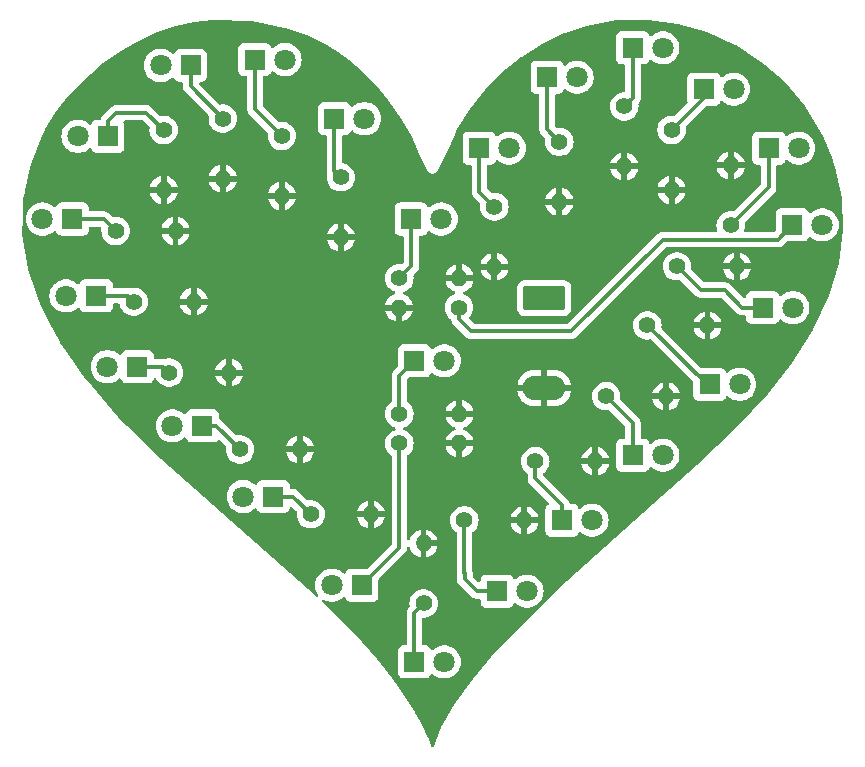
<source format=gbr>
%TF.GenerationSoftware,KiCad,Pcbnew,8.0.5*%
%TF.CreationDate,2025-01-04T18:37:31+03:00*%
%TF.ProjectId,Love_LEDs,4c6f7665-5f4c-4454-9473-2e6b69636164,rev?*%
%TF.SameCoordinates,Original*%
%TF.FileFunction,Copper,L2,Bot*%
%TF.FilePolarity,Positive*%
%FSLAX46Y46*%
G04 Gerber Fmt 4.6, Leading zero omitted, Abs format (unit mm)*
G04 Created by KiCad (PCBNEW 8.0.5) date 2025-01-04 18:37:31*
%MOMM*%
%LPD*%
G01*
G04 APERTURE LIST*
G04 Aperture macros list*
%AMRoundRect*
0 Rectangle with rounded corners*
0 $1 Rounding radius*
0 $2 $3 $4 $5 $6 $7 $8 $9 X,Y pos of 4 corners*
0 Add a 4 corners polygon primitive as box body*
4,1,4,$2,$3,$4,$5,$6,$7,$8,$9,$2,$3,0*
0 Add four circle primitives for the rounded corners*
1,1,$1+$1,$2,$3*
1,1,$1+$1,$4,$5*
1,1,$1+$1,$6,$7*
1,1,$1+$1,$8,$9*
0 Add four rect primitives between the rounded corners*
20,1,$1+$1,$2,$3,$4,$5,0*
20,1,$1+$1,$4,$5,$6,$7,0*
20,1,$1+$1,$6,$7,$8,$9,0*
20,1,$1+$1,$8,$9,$2,$3,0*%
G04 Aperture macros list end*
%TA.AperFunction,ComponentPad*%
%ADD10C,1.400000*%
%TD*%
%TA.AperFunction,ComponentPad*%
%ADD11O,1.400000X1.400000*%
%TD*%
%TA.AperFunction,ComponentPad*%
%ADD12R,1.800000X1.800000*%
%TD*%
%TA.AperFunction,ComponentPad*%
%ADD13C,1.800000*%
%TD*%
%TA.AperFunction,ComponentPad*%
%ADD14RoundRect,0.250001X-1.549999X0.799999X-1.549999X-0.799999X1.549999X-0.799999X1.549999X0.799999X0*%
%TD*%
%TA.AperFunction,ComponentPad*%
%ADD15O,3.600000X2.100000*%
%TD*%
%TA.AperFunction,Conductor*%
%ADD16C,0.300000*%
%TD*%
G04 APERTURE END LIST*
D10*
%TO.P,R24,1*%
%TO.N,Net-(D24-K)*%
X151000000Y-84960000D03*
D11*
%TO.P,R24,2*%
%TO.N,GND*%
X151000000Y-90040000D03*
%TD*%
D10*
%TO.P,R23,1*%
%TO.N,Net-(D23-K)*%
X142960000Y-91000000D03*
D11*
%TO.P,R23,2*%
%TO.N,GND*%
X148040000Y-91000000D03*
%TD*%
D10*
%TO.P,R22,1*%
%TO.N,Net-(D22-K)*%
X156500000Y-79460000D03*
D11*
%TO.P,R22,2*%
%TO.N,GND*%
X156500000Y-84540000D03*
%TD*%
D10*
%TO.P,R21,1*%
%TO.N,Net-(D21-K)*%
X162000000Y-76460000D03*
D11*
%TO.P,R21,2*%
%TO.N,GND*%
X162000000Y-81540000D03*
%TD*%
D10*
%TO.P,R20,1*%
%TO.N,Net-(D20-K)*%
X166000000Y-78460000D03*
D11*
%TO.P,R20,2*%
%TO.N,GND*%
X166000000Y-83540000D03*
%TD*%
D10*
%TO.P,R19,1*%
%TO.N,Net-(D19-K)*%
X171000000Y-86540000D03*
D11*
%TO.P,R19,2*%
%TO.N,GND*%
X171000000Y-81460000D03*
%TD*%
D10*
%TO.P,R18,1*%
%TO.N,Net-(D18-K)*%
X148000000Y-93500000D03*
D11*
%TO.P,R18,2*%
%TO.N,GND*%
X142920000Y-93500000D03*
%TD*%
D10*
%TO.P,R17,1*%
%TO.N,Net-(D17-K)*%
X166460000Y-90000000D03*
D11*
%TO.P,R17,2*%
%TO.N,GND*%
X171540000Y-90000000D03*
%TD*%
D10*
%TO.P,R16,1*%
%TO.N,Net-(D16-K)*%
X163960000Y-95000000D03*
D11*
%TO.P,R16,2*%
%TO.N,GND*%
X169040000Y-95000000D03*
%TD*%
D10*
%TO.P,R15,1*%
%TO.N,Net-(D15-K)*%
X160460000Y-101000000D03*
D11*
%TO.P,R15,2*%
%TO.N,GND*%
X165540000Y-101000000D03*
%TD*%
D10*
%TO.P,R14,1*%
%TO.N,Net-(D14-K)*%
X154460000Y-106500000D03*
D11*
%TO.P,R14,2*%
%TO.N,GND*%
X159540000Y-106500000D03*
%TD*%
D10*
%TO.P,R13,1*%
%TO.N,Net-(D13-K)*%
X148460000Y-111500000D03*
D11*
%TO.P,R13,2*%
%TO.N,GND*%
X153540000Y-111500000D03*
%TD*%
D10*
%TO.P,R12,1*%
%TO.N,Net-(D12-K)*%
X142960000Y-102500000D03*
D11*
%TO.P,R12,2*%
%TO.N,GND*%
X148040000Y-102500000D03*
%TD*%
D10*
%TO.P,R11,1*%
%TO.N,Net-(D11-K)*%
X145000000Y-118540000D03*
D11*
%TO.P,R11,2*%
%TO.N,GND*%
X145000000Y-113460000D03*
%TD*%
D10*
%TO.P,R10,1*%
%TO.N,Net-(D10-K)*%
X142960000Y-105000000D03*
D11*
%TO.P,R10,2*%
%TO.N,GND*%
X148040000Y-105000000D03*
%TD*%
D10*
%TO.P,R9,1*%
%TO.N,Net-(D9-K)*%
X135460000Y-111000000D03*
D11*
%TO.P,R9,2*%
%TO.N,GND*%
X140540000Y-111000000D03*
%TD*%
D10*
%TO.P,R8,1*%
%TO.N,Net-(D8-K)*%
X129460000Y-105500000D03*
D11*
%TO.P,R8,2*%
%TO.N,GND*%
X134540000Y-105500000D03*
%TD*%
D10*
%TO.P,R7,1*%
%TO.N,Net-(D7-K)*%
X123460000Y-99000000D03*
D11*
%TO.P,R7,2*%
%TO.N,GND*%
X128540000Y-99000000D03*
%TD*%
D10*
%TO.P,R6,1*%
%TO.N,Net-(D6-K)*%
X120460000Y-93000000D03*
D11*
%TO.P,R6,2*%
%TO.N,GND*%
X125540000Y-93000000D03*
%TD*%
D10*
%TO.P,R5,1*%
%TO.N,Net-(D5-K)*%
X118920000Y-87000000D03*
D11*
%TO.P,R5,2*%
%TO.N,GND*%
X124000000Y-87000000D03*
%TD*%
D10*
%TO.P,R4,1*%
%TO.N,Net-(D4-K)*%
X123000000Y-78460000D03*
D11*
%TO.P,R4,2*%
%TO.N,GND*%
X123000000Y-83540000D03*
%TD*%
D10*
%TO.P,R3,1*%
%TO.N,Net-(D3-K)*%
X128000000Y-77500000D03*
D11*
%TO.P,R3,2*%
%TO.N,GND*%
X128000000Y-82580000D03*
%TD*%
D10*
%TO.P,R2,1*%
%TO.N,Net-(D2-K)*%
X133000000Y-78960000D03*
D11*
%TO.P,R2,2*%
%TO.N,GND*%
X133000000Y-84040000D03*
%TD*%
%TO.P,R1,2*%
%TO.N,GND*%
X138000000Y-87540000D03*
D10*
%TO.P,R1,1*%
%TO.N,Net-(D1-K)*%
X138000000Y-82460000D03*
%TD*%
D12*
%TO.P,D24,1,K*%
%TO.N,Net-(D24-K)*%
X149725000Y-80000000D03*
D13*
%TO.P,D24,2,A*%
%TO.N,VCC*%
X152265000Y-80000000D03*
%TD*%
D12*
%TO.P,D23,1,K*%
%TO.N,Net-(D23-K)*%
X143960000Y-86000000D03*
D13*
%TO.P,D23,2,A*%
%TO.N,VCC*%
X146500000Y-86000000D03*
%TD*%
D12*
%TO.P,D22,1,K*%
%TO.N,Net-(D22-K)*%
X155460000Y-74000000D03*
D13*
%TO.P,D22,2,A*%
%TO.N,VCC*%
X158000000Y-74000000D03*
%TD*%
D12*
%TO.P,D21,1,K*%
%TO.N,Net-(D21-K)*%
X162725000Y-71500000D03*
D13*
%TO.P,D21,2,A*%
%TO.N,VCC*%
X165265000Y-71500000D03*
%TD*%
D12*
%TO.P,D20,1,K*%
%TO.N,Net-(D20-K)*%
X168725000Y-75000000D03*
D13*
%TO.P,D20,2,A*%
%TO.N,VCC*%
X171265000Y-75000000D03*
%TD*%
D12*
%TO.P,D19,1,K*%
%TO.N,Net-(D19-K)*%
X174225000Y-80000000D03*
D13*
%TO.P,D19,2,A*%
%TO.N,VCC*%
X176765000Y-80000000D03*
%TD*%
D12*
%TO.P,D18,1,K*%
%TO.N,Net-(D18-K)*%
X176225000Y-86500000D03*
D13*
%TO.P,D18,2,A*%
%TO.N,VCC*%
X178765000Y-86500000D03*
%TD*%
D12*
%TO.P,D17,1,K*%
%TO.N,Net-(D17-K)*%
X173725000Y-93500000D03*
D13*
%TO.P,D17,2,A*%
%TO.N,VCC*%
X176265000Y-93500000D03*
%TD*%
D12*
%TO.P,D16,1,K*%
%TO.N,Net-(D16-K)*%
X169225000Y-100000000D03*
D13*
%TO.P,D16,2,A*%
%TO.N,VCC*%
X171765000Y-100000000D03*
%TD*%
D12*
%TO.P,D15,1,K*%
%TO.N,Net-(D15-K)*%
X162725000Y-106000000D03*
D13*
%TO.P,D15,2,A*%
%TO.N,VCC*%
X165265000Y-106000000D03*
%TD*%
D12*
%TO.P,D14,1,K*%
%TO.N,Net-(D14-K)*%
X156725000Y-111500000D03*
D13*
%TO.P,D14,2,A*%
%TO.N,VCC*%
X159265000Y-111500000D03*
%TD*%
D12*
%TO.P,D13,1,K*%
%TO.N,Net-(D13-K)*%
X151225000Y-117500000D03*
D13*
%TO.P,D13,2,A*%
%TO.N,VCC*%
X153765000Y-117500000D03*
%TD*%
D12*
%TO.P,D12,1,K*%
%TO.N,Net-(D12-K)*%
X144225000Y-98000000D03*
D13*
%TO.P,D12,2,A*%
%TO.N,VCC*%
X146765000Y-98000000D03*
%TD*%
D12*
%TO.P,D11,1,K*%
%TO.N,Net-(D11-K)*%
X144225000Y-123500000D03*
D13*
%TO.P,D11,2,A*%
%TO.N,VCC*%
X146765000Y-123500000D03*
%TD*%
D12*
%TO.P,D10,1,K*%
%TO.N,Net-(D10-K)*%
X139775000Y-117000000D03*
D13*
%TO.P,D10,2,A*%
%TO.N,VCC*%
X137235000Y-117000000D03*
%TD*%
D12*
%TO.P,D9,1,K*%
%TO.N,Net-(D9-K)*%
X132275000Y-109500000D03*
D13*
%TO.P,D9,2,A*%
%TO.N,VCC*%
X129735000Y-109500000D03*
%TD*%
D12*
%TO.P,D8,1,K*%
%TO.N,Net-(D8-K)*%
X126275000Y-103500000D03*
D13*
%TO.P,D8,2,A*%
%TO.N,VCC*%
X123735000Y-103500000D03*
%TD*%
D12*
%TO.P,D7,1,K*%
%TO.N,Net-(D7-K)*%
X120775000Y-98500000D03*
D13*
%TO.P,D7,2,A*%
%TO.N,VCC*%
X118235000Y-98500000D03*
%TD*%
D12*
%TO.P,D6,1,K*%
%TO.N,Net-(D6-K)*%
X117275000Y-92500000D03*
D13*
%TO.P,D6,2,A*%
%TO.N,VCC*%
X114735000Y-92500000D03*
%TD*%
D12*
%TO.P,D5,1,K*%
%TO.N,Net-(D5-K)*%
X115275000Y-86000000D03*
D13*
%TO.P,D5,2,A*%
%TO.N,VCC*%
X112735000Y-86000000D03*
%TD*%
D12*
%TO.P,D4,1,K*%
%TO.N,Net-(D4-K)*%
X118275000Y-79000000D03*
D13*
%TO.P,D4,2,A*%
%TO.N,VCC*%
X115735000Y-79000000D03*
%TD*%
D12*
%TO.P,D3,1,K*%
%TO.N,Net-(D3-K)*%
X125275000Y-73000000D03*
D13*
%TO.P,D3,2,A*%
%TO.N,VCC*%
X122735000Y-73000000D03*
%TD*%
D12*
%TO.P,D2,1,K*%
%TO.N,Net-(D2-K)*%
X130725000Y-72500000D03*
D13*
%TO.P,D2,2,A*%
%TO.N,VCC*%
X133265000Y-72500000D03*
%TD*%
D12*
%TO.P,D1,1,K*%
%TO.N,Net-(D1-K)*%
X137460000Y-77500000D03*
D13*
%TO.P,D1,2,A*%
%TO.N,VCC*%
X140000000Y-77500000D03*
%TD*%
D14*
%TO.P,J1,1,Pin_1*%
%TO.N,VCC*%
X155222500Y-92690000D03*
D15*
%TO.P,J1,2,Pin_2*%
%TO.N,GND*%
X155222500Y-100310000D03*
%TD*%
D16*
%TO.N,Net-(D12-K)*%
X142960000Y-99265000D02*
X144225000Y-98000000D01*
X142960000Y-102500000D02*
X142960000Y-99265000D01*
%TO.N,Net-(D18-K)*%
X157500000Y-95500000D02*
X149000000Y-95500000D01*
X174975000Y-87750000D02*
X165250000Y-87750000D01*
X165250000Y-87750000D02*
X157500000Y-95500000D01*
X176225000Y-86500000D02*
X174975000Y-87750000D01*
X149000000Y-95500000D02*
X148000000Y-94500000D01*
X148000000Y-94500000D02*
X148000000Y-93500000D01*
%TO.N,Net-(D23-K)*%
X143960000Y-90000000D02*
X142960000Y-91000000D01*
X143960000Y-86000000D02*
X143960000Y-90000000D01*
%TO.N,Net-(D24-K)*%
X149725000Y-83685000D02*
X151000000Y-84960000D01*
X149725000Y-80000000D02*
X149725000Y-83685000D01*
%TO.N,Net-(D22-K)*%
X155460000Y-74000000D02*
X155460000Y-78420000D01*
X155460000Y-78420000D02*
X156500000Y-79460000D01*
%TO.N,Net-(D21-K)*%
X162725000Y-75735000D02*
X162000000Y-76460000D01*
X162725000Y-71500000D02*
X162725000Y-75735000D01*
%TO.N,Net-(D20-K)*%
X168725000Y-75000000D02*
X168725000Y-75735000D01*
X168725000Y-75735000D02*
X166000000Y-78460000D01*
%TO.N,Net-(D19-K)*%
X174225000Y-83315000D02*
X171000000Y-86540000D01*
X174225000Y-80000000D02*
X174225000Y-83315000D01*
%TO.N,Net-(D17-K)*%
X168000000Y-91500000D02*
X167960000Y-91500000D01*
X168500000Y-92000000D02*
X168000000Y-91500000D01*
X167960000Y-91500000D02*
X166460000Y-90000000D01*
X170500000Y-92000000D02*
X168500000Y-92000000D01*
X172000000Y-93500000D02*
X170500000Y-92000000D01*
X173725000Y-93500000D02*
X172000000Y-93500000D01*
%TO.N,Net-(D16-K)*%
X168960000Y-100000000D02*
X163960000Y-95000000D01*
X169225000Y-100000000D02*
X168960000Y-100000000D01*
%TO.N,Net-(D15-K)*%
X162725000Y-103265000D02*
X160460000Y-101000000D01*
X162725000Y-106000000D02*
X162725000Y-103265000D01*
%TO.N,Net-(D14-K)*%
X156725000Y-110225000D02*
X154460000Y-107960000D01*
X154460000Y-107960000D02*
X154460000Y-106500000D01*
X156725000Y-111500000D02*
X156725000Y-110225000D01*
%TO.N,Net-(D13-K)*%
X148460000Y-115960000D02*
X148460000Y-111500000D01*
X148500000Y-116000000D02*
X148460000Y-115960000D01*
X149500000Y-117500000D02*
X148500000Y-116500000D01*
X148500000Y-116500000D02*
X148500000Y-116000000D01*
X151225000Y-117500000D02*
X149500000Y-117500000D01*
%TO.N,Net-(D10-K)*%
X142960000Y-113815000D02*
X142960000Y-105000000D01*
X139775000Y-117000000D02*
X142960000Y-113815000D01*
%TO.N,Net-(D11-K)*%
X144225000Y-119315000D02*
X145000000Y-118540000D01*
X144225000Y-123500000D02*
X144225000Y-119315000D01*
%TO.N,Net-(D9-K)*%
X132275000Y-109500000D02*
X133960000Y-109500000D01*
X133960000Y-109500000D02*
X135460000Y-111000000D01*
%TO.N,Net-(D8-K)*%
X127460000Y-103500000D02*
X129460000Y-105500000D01*
X126275000Y-103500000D02*
X127460000Y-103500000D01*
%TO.N,Net-(D7-K)*%
X122960000Y-98500000D02*
X123460000Y-99000000D01*
X120775000Y-98500000D02*
X122960000Y-98500000D01*
%TO.N,Net-(D6-K)*%
X119960000Y-92500000D02*
X120460000Y-93000000D01*
X117275000Y-92500000D02*
X119960000Y-92500000D01*
%TO.N,Net-(D5-K)*%
X117920000Y-86000000D02*
X118920000Y-87000000D01*
X115275000Y-86000000D02*
X117920000Y-86000000D01*
%TO.N,Net-(D4-K)*%
X121540000Y-77000000D02*
X123000000Y-78460000D01*
X119000000Y-77000000D02*
X121540000Y-77000000D01*
X118275000Y-77725000D02*
X119000000Y-77000000D01*
X118275000Y-79000000D02*
X118275000Y-77725000D01*
%TO.N,Net-(D3-K)*%
X125275000Y-74775000D02*
X128000000Y-77500000D01*
X125275000Y-73000000D02*
X125275000Y-74775000D01*
%TO.N,Net-(D1-K)*%
X137460000Y-81920000D02*
X138000000Y-82460000D01*
X137460000Y-77500000D02*
X137460000Y-81920000D01*
%TO.N,Net-(D2-K)*%
X130725000Y-76685000D02*
X133000000Y-78960000D01*
X130725000Y-72500000D02*
X130725000Y-76685000D01*
%TD*%
%TA.AperFunction,Conductor*%
%TO.N,GND*%
G36*
X163973106Y-69130639D02*
G01*
X166526961Y-69474346D01*
X166544791Y-69478098D01*
X169024576Y-70193633D01*
X169041434Y-70199854D01*
X171398055Y-71269616D01*
X171413896Y-71278248D01*
X173598362Y-72684055D01*
X173613043Y-72695124D01*
X173951938Y-72992517D01*
X175576968Y-74418540D01*
X175590205Y-74432079D01*
X177286837Y-76455899D01*
X177297914Y-76471388D01*
X178802750Y-78959389D01*
X178811716Y-78977353D01*
X179637602Y-81033912D01*
X179784817Y-81400498D01*
X179843162Y-81545783D01*
X179849362Y-81566107D01*
X180412272Y-84203146D01*
X180414923Y-84224553D01*
X180512443Y-86922319D01*
X180511427Y-86943256D01*
X180143084Y-89693993D01*
X180138959Y-89713139D01*
X179301510Y-92506916D01*
X179295207Y-92523517D01*
X177984492Y-95347455D01*
X177976947Y-95361324D01*
X176187715Y-98202764D01*
X176180445Y-98213100D01*
X174145838Y-100813547D01*
X174139106Y-100821446D01*
X171564029Y-103598692D01*
X171558600Y-103604193D01*
X168150054Y-106849138D01*
X168146627Y-106852281D01*
X163665128Y-110809175D01*
X163658917Y-110814012D01*
X163608867Y-110858846D01*
X163608205Y-110859435D01*
X163557882Y-110903868D01*
X163552352Y-110909474D01*
X156401990Y-117314968D01*
X156381730Y-117329717D01*
X156379633Y-117330940D01*
X156379626Y-117330945D01*
X156346267Y-117364595D01*
X156340948Y-117369652D01*
X156305643Y-117401280D01*
X156304314Y-117403316D01*
X156288556Y-117422811D01*
X151174430Y-122581639D01*
X151156756Y-122596426D01*
X151150512Y-122600730D01*
X151123103Y-122632913D01*
X151116767Y-122639807D01*
X151086986Y-122669850D01*
X151086985Y-122669851D01*
X151083228Y-122676425D01*
X151069976Y-122695291D01*
X149250387Y-124831726D01*
X149233779Y-124847886D01*
X149228130Y-124852436D01*
X149228125Y-124852442D01*
X149202979Y-124886860D01*
X149197258Y-124894108D01*
X149169636Y-124926540D01*
X149166525Y-124933086D01*
X149154661Y-124952998D01*
X147758096Y-126864617D01*
X147745238Y-126879561D01*
X147733816Y-126890875D01*
X147733812Y-126890880D01*
X147716751Y-126920106D01*
X147709793Y-126930733D01*
X147689837Y-126958051D01*
X147684037Y-126973041D01*
X147675482Y-126990806D01*
X146668090Y-128716589D01*
X146659671Y-128729177D01*
X146642909Y-128751200D01*
X146642906Y-128751204D01*
X146634472Y-128771790D01*
X146626824Y-128787282D01*
X146615610Y-128806494D01*
X146608315Y-128833206D01*
X146603441Y-128847541D01*
X145976834Y-130377149D01*
X145971108Y-130389227D01*
X145968193Y-130394604D01*
X145947170Y-130449474D01*
X145946126Y-130452110D01*
X145923868Y-130506446D01*
X145922314Y-130512339D01*
X145918210Y-130525067D01*
X145882459Y-130618379D01*
X145840095Y-130673937D01*
X145774416Y-130697773D01*
X145706278Y-130682316D01*
X145657313Y-130632474D01*
X145648628Y-130611995D01*
X145466867Y-130047084D01*
X145464167Y-130037351D01*
X145454956Y-129997977D01*
X145450503Y-129989663D01*
X145441777Y-129969105D01*
X145438890Y-129960132D01*
X145438889Y-129960128D01*
X145416956Y-129926141D01*
X145411835Y-129917447D01*
X144838937Y-128847541D01*
X144325543Y-127888759D01*
X144316852Y-127868309D01*
X144313873Y-127859076D01*
X144311698Y-127855712D01*
X144292055Y-127825329D01*
X144286879Y-127816552D01*
X144267914Y-127781134D01*
X144261279Y-127774060D01*
X144247589Y-127756555D01*
X144065298Y-127474603D01*
X142779503Y-125485853D01*
X142769043Y-125465903D01*
X142765631Y-125457649D01*
X142740733Y-125425157D01*
X142735028Y-125417061D01*
X142712809Y-125382695D01*
X142712808Y-125382694D01*
X142706175Y-125376697D01*
X142690911Y-125360139D01*
X142298379Y-124847886D01*
X141108587Y-123295209D01*
X141096526Y-123276078D01*
X141092575Y-123268322D01*
X141092572Y-123268319D01*
X141065026Y-123237723D01*
X141058755Y-123230177D01*
X141033723Y-123197511D01*
X141026820Y-123192206D01*
X141010223Y-123176853D01*
X140447769Y-122552135D01*
X142824500Y-122552135D01*
X142824500Y-124447870D01*
X142824501Y-124447876D01*
X142830908Y-124507483D01*
X142881202Y-124642328D01*
X142881206Y-124642335D01*
X142967452Y-124757544D01*
X142967455Y-124757547D01*
X143082664Y-124843793D01*
X143082671Y-124843797D01*
X143217517Y-124894091D01*
X143217516Y-124894091D01*
X143224444Y-124894835D01*
X143277127Y-124900500D01*
X145172872Y-124900499D01*
X145232483Y-124894091D01*
X145367331Y-124843796D01*
X145482546Y-124757546D01*
X145568796Y-124642331D01*
X145597455Y-124565493D01*
X145639326Y-124509559D01*
X145704790Y-124485141D01*
X145773063Y-124499992D01*
X145804866Y-124524843D01*
X145812302Y-124532920D01*
X145813215Y-124533912D01*
X145813222Y-124533918D01*
X145996365Y-124676464D01*
X145996371Y-124676468D01*
X145996374Y-124676470D01*
X146200497Y-124786936D01*
X146314487Y-124826068D01*
X146420015Y-124862297D01*
X146420017Y-124862297D01*
X146420019Y-124862298D01*
X146648951Y-124900500D01*
X146648952Y-124900500D01*
X146881048Y-124900500D01*
X146881049Y-124900500D01*
X147109981Y-124862298D01*
X147329503Y-124786936D01*
X147533626Y-124676470D01*
X147716784Y-124533913D01*
X147873979Y-124363153D01*
X148000924Y-124168849D01*
X148094157Y-123956300D01*
X148151134Y-123731305D01*
X148170300Y-123500000D01*
X148170300Y-123499993D01*
X148151135Y-123268702D01*
X148151133Y-123268691D01*
X148094157Y-123043699D01*
X148000924Y-122831151D01*
X147873983Y-122636852D01*
X147873980Y-122636849D01*
X147873979Y-122636847D01*
X147716784Y-122466087D01*
X147716779Y-122466083D01*
X147716777Y-122466081D01*
X147533634Y-122323535D01*
X147533628Y-122323531D01*
X147329504Y-122213064D01*
X147329495Y-122213061D01*
X147109984Y-122137702D01*
X146919450Y-122105908D01*
X146881049Y-122099500D01*
X146648951Y-122099500D01*
X146610550Y-122105908D01*
X146420015Y-122137702D01*
X146200504Y-122213061D01*
X146200495Y-122213064D01*
X145996371Y-122323531D01*
X145996365Y-122323535D01*
X145813222Y-122466081D01*
X145813218Y-122466085D01*
X145804866Y-122475158D01*
X145744979Y-122511148D01*
X145675141Y-122509047D01*
X145617525Y-122469522D01*
X145597455Y-122434507D01*
X145568797Y-122357671D01*
X145568793Y-122357664D01*
X145482547Y-122242455D01*
X145482544Y-122242452D01*
X145367335Y-122156206D01*
X145367328Y-122156202D01*
X145232482Y-122105908D01*
X145232483Y-122105908D01*
X145172883Y-122099501D01*
X145172881Y-122099500D01*
X145172873Y-122099500D01*
X145172865Y-122099500D01*
X144999500Y-122099500D01*
X144932461Y-122079815D01*
X144886706Y-122027011D01*
X144875500Y-121975500D01*
X144875500Y-119864500D01*
X144895185Y-119797461D01*
X144947989Y-119751706D01*
X144999500Y-119740500D01*
X145111241Y-119740500D01*
X145111243Y-119740500D01*
X145329940Y-119699618D01*
X145537401Y-119619247D01*
X145726562Y-119502124D01*
X145890981Y-119352236D01*
X146025058Y-119174689D01*
X146124229Y-118975528D01*
X146185115Y-118761536D01*
X146205643Y-118540000D01*
X146205079Y-118533918D01*
X146185115Y-118318464D01*
X146185114Y-118318462D01*
X146183104Y-118311399D01*
X146124229Y-118104472D01*
X146124224Y-118104461D01*
X146025061Y-117905316D01*
X146025056Y-117905308D01*
X145890979Y-117727761D01*
X145726562Y-117577876D01*
X145726560Y-117577874D01*
X145537404Y-117460754D01*
X145537398Y-117460752D01*
X145329940Y-117380382D01*
X145111243Y-117339500D01*
X144888757Y-117339500D01*
X144670060Y-117380382D01*
X144538864Y-117431207D01*
X144462601Y-117460752D01*
X144462595Y-117460754D01*
X144273439Y-117577874D01*
X144273437Y-117577876D01*
X144109020Y-117727761D01*
X143974943Y-117905308D01*
X143974938Y-117905316D01*
X143875775Y-118104461D01*
X143875769Y-118104476D01*
X143814885Y-118318462D01*
X143814884Y-118318464D01*
X143794357Y-118539999D01*
X143794357Y-118540000D01*
X143813214Y-118743506D01*
X143799799Y-118812076D01*
X143777426Y-118842627D01*
X143719723Y-118900331D01*
X143648534Y-119006874D01*
X143599499Y-119125255D01*
X143599497Y-119125261D01*
X143574500Y-119250928D01*
X143574500Y-121975500D01*
X143554815Y-122042539D01*
X143502011Y-122088294D01*
X143450501Y-122099500D01*
X143277130Y-122099500D01*
X143277123Y-122099501D01*
X143217516Y-122105908D01*
X143082671Y-122156202D01*
X143082664Y-122156206D01*
X142967455Y-122242452D01*
X142967452Y-122242455D01*
X142881206Y-122357664D01*
X142881202Y-122357671D01*
X142830908Y-122492517D01*
X142824501Y-122552116D01*
X142824500Y-122552135D01*
X140447769Y-122552135D01*
X139102038Y-121057432D01*
X139087218Y-121037174D01*
X139086017Y-121035126D01*
X139052251Y-121001809D01*
X139047190Y-120996512D01*
X139015451Y-120961260D01*
X139013454Y-120959963D01*
X138993905Y-120944239D01*
X136883927Y-118862297D01*
X136659836Y-118641184D01*
X136643403Y-118621170D01*
X136643223Y-118620897D01*
X136606243Y-118588061D01*
X136601482Y-118583605D01*
X136566273Y-118548864D01*
X136566272Y-118548863D01*
X136565974Y-118548694D01*
X136544929Y-118533621D01*
X136448356Y-118447873D01*
X136440044Y-118440493D01*
X136402984Y-118381263D01*
X136403829Y-118311399D01*
X136442312Y-118253082D01*
X136506214Y-118224828D01*
X136575247Y-118235607D01*
X136581385Y-118238711D01*
X136670497Y-118286936D01*
X136756428Y-118316436D01*
X136890015Y-118362297D01*
X136890017Y-118362297D01*
X136890019Y-118362298D01*
X137118951Y-118400500D01*
X137118952Y-118400500D01*
X137351048Y-118400500D01*
X137351049Y-118400500D01*
X137579981Y-118362298D01*
X137799503Y-118286936D01*
X138003626Y-118176470D01*
X138036993Y-118150500D01*
X138096132Y-118104470D01*
X138186784Y-118033913D01*
X138195130Y-118024846D01*
X138255010Y-117988854D01*
X138324849Y-117990949D01*
X138382468Y-118030469D01*
X138402544Y-118065491D01*
X138431203Y-118142330D01*
X138431206Y-118142335D01*
X138517452Y-118257544D01*
X138517455Y-118257547D01*
X138632664Y-118343793D01*
X138632671Y-118343797D01*
X138767517Y-118394091D01*
X138767516Y-118394091D01*
X138774444Y-118394835D01*
X138827127Y-118400500D01*
X140722872Y-118400499D01*
X140782483Y-118394091D01*
X140917331Y-118343796D01*
X141032546Y-118257546D01*
X141118796Y-118142331D01*
X141169091Y-118007483D01*
X141175500Y-117947873D01*
X141175499Y-116570806D01*
X141195184Y-116503768D01*
X141211813Y-116483131D01*
X143465276Y-114229669D01*
X143536465Y-114123127D01*
X143585501Y-114004744D01*
X143610500Y-113879069D01*
X143610500Y-113850297D01*
X143630185Y-113783258D01*
X143682989Y-113737503D01*
X143752147Y-113727559D01*
X143815703Y-113756584D01*
X143853477Y-113815362D01*
X143853767Y-113816364D01*
X143876239Y-113895349D01*
X143975368Y-114094425D01*
X144109391Y-114271900D01*
X144273738Y-114421721D01*
X144462820Y-114538797D01*
X144462822Y-114538798D01*
X144670195Y-114619135D01*
X144750000Y-114634052D01*
X145250000Y-114634052D01*
X145329804Y-114619135D01*
X145537177Y-114538798D01*
X145537179Y-114538797D01*
X145726261Y-114421721D01*
X145890608Y-114271900D01*
X146024631Y-114094425D01*
X146123760Y-113895349D01*
X146176495Y-113710000D01*
X145250000Y-113710000D01*
X145250000Y-114634052D01*
X144750000Y-114634052D01*
X144750000Y-113704975D01*
X144785095Y-113740070D01*
X144864905Y-113786148D01*
X144953922Y-113810000D01*
X145046078Y-113810000D01*
X145135095Y-113786148D01*
X145214905Y-113740070D01*
X145280070Y-113674905D01*
X145326148Y-113595095D01*
X145350000Y-113506078D01*
X145350000Y-113413922D01*
X145326148Y-113324905D01*
X145280070Y-113245095D01*
X145244975Y-113210000D01*
X145250000Y-113210000D01*
X146176495Y-113210000D01*
X146123760Y-113024650D01*
X146024631Y-112825574D01*
X145890608Y-112648099D01*
X145726261Y-112498278D01*
X145537179Y-112381202D01*
X145537177Y-112381201D01*
X145329799Y-112300864D01*
X145250000Y-112285946D01*
X145250000Y-113210000D01*
X145244975Y-113210000D01*
X145214905Y-113179930D01*
X145135095Y-113133852D01*
X145046078Y-113110000D01*
X144953922Y-113110000D01*
X144864905Y-113133852D01*
X144785095Y-113179930D01*
X144750000Y-113215025D01*
X144750000Y-112285946D01*
X144670200Y-112300864D01*
X144462822Y-112381201D01*
X144462820Y-112381202D01*
X144273738Y-112498278D01*
X144109391Y-112648099D01*
X143975368Y-112825574D01*
X143876240Y-113024649D01*
X143853767Y-113103636D01*
X143816488Y-113162729D01*
X143753178Y-113192287D01*
X143683938Y-113182925D01*
X143630752Y-113137616D01*
X143610504Y-113070744D01*
X143610500Y-113069702D01*
X143610500Y-111499999D01*
X147254357Y-111499999D01*
X147254357Y-111500000D01*
X147274884Y-111721535D01*
X147274885Y-111721537D01*
X147335769Y-111935523D01*
X147335775Y-111935538D01*
X147434938Y-112134683D01*
X147434943Y-112134691D01*
X147569020Y-112312238D01*
X147733433Y-112462120D01*
X147733435Y-112462122D01*
X147733438Y-112462124D01*
X147750775Y-112472859D01*
X147797412Y-112524884D01*
X147809500Y-112578286D01*
X147809500Y-116024070D01*
X147831933Y-116136841D01*
X147831933Y-116136850D01*
X147831935Y-116136850D01*
X147834499Y-116149744D01*
X147840062Y-116163174D01*
X147849500Y-116210623D01*
X147849500Y-116564070D01*
X147861720Y-116625500D01*
X147861720Y-116625502D01*
X147874497Y-116689736D01*
X147874499Y-116689744D01*
X147923534Y-116808125D01*
X147994726Y-116914673D01*
X149085325Y-118005272D01*
X149085332Y-118005278D01*
X149191863Y-118076459D01*
X149191867Y-118076461D01*
X149191874Y-118076466D01*
X149259488Y-118104472D01*
X149310256Y-118125501D01*
X149310260Y-118125501D01*
X149310261Y-118125502D01*
X149435928Y-118150500D01*
X149435931Y-118150500D01*
X149700501Y-118150500D01*
X149767540Y-118170185D01*
X149813295Y-118222989D01*
X149824501Y-118274500D01*
X149824501Y-118447876D01*
X149830908Y-118507483D01*
X149881202Y-118642328D01*
X149881206Y-118642335D01*
X149967452Y-118757544D01*
X149967455Y-118757547D01*
X150082664Y-118843793D01*
X150082671Y-118843797D01*
X150217517Y-118894091D01*
X150217516Y-118894091D01*
X150224444Y-118894835D01*
X150277127Y-118900500D01*
X152172872Y-118900499D01*
X152232483Y-118894091D01*
X152367331Y-118843796D01*
X152482546Y-118757546D01*
X152568796Y-118642331D01*
X152568798Y-118642326D01*
X152597455Y-118565493D01*
X152639326Y-118509559D01*
X152704790Y-118485141D01*
X152773063Y-118499992D01*
X152804866Y-118524843D01*
X152812302Y-118532920D01*
X152813215Y-118533912D01*
X152813222Y-118533918D01*
X152996365Y-118676464D01*
X152996371Y-118676468D01*
X152996374Y-118676470D01*
X153200497Y-118786936D01*
X153314487Y-118826068D01*
X153420015Y-118862297D01*
X153420017Y-118862297D01*
X153420019Y-118862298D01*
X153648951Y-118900500D01*
X153648952Y-118900500D01*
X153881048Y-118900500D01*
X153881049Y-118900500D01*
X154109981Y-118862298D01*
X154329503Y-118786936D01*
X154533626Y-118676470D01*
X154716784Y-118533913D01*
X154873979Y-118363153D01*
X155000924Y-118168849D01*
X155094157Y-117956300D01*
X155151134Y-117731305D01*
X155151135Y-117731297D01*
X155170300Y-117500006D01*
X155170300Y-117499993D01*
X155151135Y-117268702D01*
X155151133Y-117268691D01*
X155094157Y-117043699D01*
X155000924Y-116831151D01*
X154873983Y-116636852D01*
X154873980Y-116636849D01*
X154873979Y-116636847D01*
X154716784Y-116466087D01*
X154716779Y-116466083D01*
X154716777Y-116466081D01*
X154533634Y-116323535D01*
X154533628Y-116323531D01*
X154329504Y-116213064D01*
X154329495Y-116213061D01*
X154109984Y-116137702D01*
X153919450Y-116105908D01*
X153881049Y-116099500D01*
X153648951Y-116099500D01*
X153610550Y-116105908D01*
X153420015Y-116137702D01*
X153200504Y-116213061D01*
X153200495Y-116213064D01*
X152996371Y-116323531D01*
X152996365Y-116323535D01*
X152813222Y-116466081D01*
X152813218Y-116466085D01*
X152804866Y-116475158D01*
X152744979Y-116511148D01*
X152675141Y-116509047D01*
X152617525Y-116469522D01*
X152597455Y-116434507D01*
X152568797Y-116357671D01*
X152568793Y-116357664D01*
X152482547Y-116242455D01*
X152482544Y-116242452D01*
X152367335Y-116156206D01*
X152367328Y-116156202D01*
X152232482Y-116105908D01*
X152232483Y-116105908D01*
X152172883Y-116099501D01*
X152172881Y-116099500D01*
X152172873Y-116099500D01*
X152172864Y-116099500D01*
X150277129Y-116099500D01*
X150277123Y-116099501D01*
X150217516Y-116105908D01*
X150082671Y-116156202D01*
X150082664Y-116156206D01*
X149967455Y-116242452D01*
X149967452Y-116242455D01*
X149881206Y-116357664D01*
X149881202Y-116357671D01*
X149830908Y-116492517D01*
X149824501Y-116552116D01*
X149824500Y-116552135D01*
X149824500Y-116605192D01*
X149804815Y-116672231D01*
X149752011Y-116717986D01*
X149682853Y-116727930D01*
X149619297Y-116698905D01*
X149612819Y-116692873D01*
X149186819Y-116266873D01*
X149153334Y-116205550D01*
X149150500Y-116179192D01*
X149150500Y-115935928D01*
X149125502Y-115810261D01*
X149125501Y-115810260D01*
X149125501Y-115810256D01*
X149119937Y-115796825D01*
X149110500Y-115749375D01*
X149110500Y-112578286D01*
X149130185Y-112511247D01*
X149169223Y-112472859D01*
X149186562Y-112462124D01*
X149350981Y-112312236D01*
X149485058Y-112134689D01*
X149584229Y-111935528D01*
X149637016Y-111750000D01*
X152363505Y-111750000D01*
X152416239Y-111935349D01*
X152515368Y-112134425D01*
X152649391Y-112311900D01*
X152813738Y-112461721D01*
X153002820Y-112578797D01*
X153002822Y-112578798D01*
X153210195Y-112659135D01*
X153290000Y-112674052D01*
X153790000Y-112674052D01*
X153869804Y-112659135D01*
X154077177Y-112578798D01*
X154077179Y-112578797D01*
X154266261Y-112461721D01*
X154430608Y-112311900D01*
X154564631Y-112134425D01*
X154663760Y-111935349D01*
X154716495Y-111750000D01*
X153790000Y-111750000D01*
X153790000Y-112674052D01*
X153290000Y-112674052D01*
X153290000Y-111750000D01*
X152363505Y-111750000D01*
X149637016Y-111750000D01*
X149645115Y-111721536D01*
X149665643Y-111500000D01*
X149661373Y-111453922D01*
X153190000Y-111453922D01*
X153190000Y-111546078D01*
X153213852Y-111635095D01*
X153259930Y-111714905D01*
X153325095Y-111780070D01*
X153404905Y-111826148D01*
X153493922Y-111850000D01*
X153586078Y-111850000D01*
X153675095Y-111826148D01*
X153754905Y-111780070D01*
X153820070Y-111714905D01*
X153866148Y-111635095D01*
X153890000Y-111546078D01*
X153890000Y-111453922D01*
X153866148Y-111364905D01*
X153820070Y-111285095D01*
X153784975Y-111250000D01*
X153790000Y-111250000D01*
X154716495Y-111250000D01*
X154663760Y-111064650D01*
X154564631Y-110865574D01*
X154430608Y-110688099D01*
X154266261Y-110538278D01*
X154077179Y-110421202D01*
X154077177Y-110421201D01*
X153869799Y-110340864D01*
X153790000Y-110325946D01*
X153790000Y-111250000D01*
X153784975Y-111250000D01*
X153754905Y-111219930D01*
X153675095Y-111173852D01*
X153586078Y-111150000D01*
X153493922Y-111150000D01*
X153404905Y-111173852D01*
X153325095Y-111219930D01*
X153259930Y-111285095D01*
X153213852Y-111364905D01*
X153190000Y-111453922D01*
X149661373Y-111453922D01*
X149645115Y-111278464D01*
X149637016Y-111250000D01*
X152363505Y-111250000D01*
X153290000Y-111250000D01*
X153290000Y-110325946D01*
X153210200Y-110340864D01*
X153002822Y-110421201D01*
X153002820Y-110421202D01*
X152813738Y-110538278D01*
X152649391Y-110688099D01*
X152515368Y-110865574D01*
X152416239Y-111064650D01*
X152363505Y-111250000D01*
X149637016Y-111250000D01*
X149584229Y-111064472D01*
X149573886Y-111043700D01*
X149485061Y-110865316D01*
X149485056Y-110865308D01*
X149350979Y-110687761D01*
X149186562Y-110537876D01*
X149186560Y-110537874D01*
X148997404Y-110420754D01*
X148997398Y-110420752D01*
X148789940Y-110340382D01*
X148571243Y-110299500D01*
X148348757Y-110299500D01*
X148130060Y-110340382D01*
X147998864Y-110391207D01*
X147922601Y-110420752D01*
X147922595Y-110420754D01*
X147733439Y-110537874D01*
X147733437Y-110537876D01*
X147569020Y-110687761D01*
X147434943Y-110865308D01*
X147434938Y-110865316D01*
X147335775Y-111064461D01*
X147335769Y-111064476D01*
X147274885Y-111278462D01*
X147274884Y-111278464D01*
X147254357Y-111499999D01*
X143610500Y-111499999D01*
X143610500Y-106499999D01*
X153254357Y-106499999D01*
X153254357Y-106500000D01*
X153274884Y-106721535D01*
X153274885Y-106721537D01*
X153335769Y-106935523D01*
X153335775Y-106935538D01*
X153434938Y-107134683D01*
X153434943Y-107134691D01*
X153569020Y-107312238D01*
X153733433Y-107462120D01*
X153733435Y-107462122D01*
X153733438Y-107462124D01*
X153750775Y-107472859D01*
X153797412Y-107524884D01*
X153809500Y-107578286D01*
X153809500Y-108024070D01*
X153832103Y-108137696D01*
X153832103Y-108137705D01*
X153832105Y-108137705D01*
X153834499Y-108149745D01*
X153883533Y-108268125D01*
X153920554Y-108323531D01*
X153943365Y-108357671D01*
X153954726Y-108374673D01*
X153954727Y-108374674D01*
X155569315Y-109989261D01*
X155602800Y-110050584D01*
X155597816Y-110120276D01*
X155555946Y-110176208D01*
X155467452Y-110242455D01*
X155381206Y-110357664D01*
X155381202Y-110357671D01*
X155330908Y-110492517D01*
X155324501Y-110552116D01*
X155324500Y-110552135D01*
X155324500Y-112447870D01*
X155324501Y-112447876D01*
X155330908Y-112507483D01*
X155381202Y-112642328D01*
X155381206Y-112642335D01*
X155467452Y-112757544D01*
X155467455Y-112757547D01*
X155582664Y-112843793D01*
X155582671Y-112843797D01*
X155717517Y-112894091D01*
X155717516Y-112894091D01*
X155724444Y-112894835D01*
X155777127Y-112900500D01*
X157672872Y-112900499D01*
X157732483Y-112894091D01*
X157867331Y-112843796D01*
X157982546Y-112757546D01*
X158068796Y-112642331D01*
X158068798Y-112642326D01*
X158097455Y-112565493D01*
X158139326Y-112509559D01*
X158204790Y-112485141D01*
X158273063Y-112499992D01*
X158304866Y-112524843D01*
X158312302Y-112532920D01*
X158313215Y-112533912D01*
X158313222Y-112533918D01*
X158496365Y-112676464D01*
X158496371Y-112676468D01*
X158496374Y-112676470D01*
X158700497Y-112786936D01*
X158813046Y-112825574D01*
X158920015Y-112862297D01*
X158920017Y-112862297D01*
X158920019Y-112862298D01*
X159148951Y-112900500D01*
X159148952Y-112900500D01*
X159381048Y-112900500D01*
X159381049Y-112900500D01*
X159609981Y-112862298D01*
X159829503Y-112786936D01*
X160033626Y-112676470D01*
X160216784Y-112533913D01*
X160373979Y-112363153D01*
X160500924Y-112168849D01*
X160594157Y-111956300D01*
X160651134Y-111731305D01*
X160651135Y-111731297D01*
X160670300Y-111500006D01*
X160670300Y-111499993D01*
X160651135Y-111268702D01*
X160651133Y-111268691D01*
X160594157Y-111043699D01*
X160500924Y-110831151D01*
X160373983Y-110636852D01*
X160373980Y-110636849D01*
X160373979Y-110636847D01*
X160216784Y-110466087D01*
X160216779Y-110466083D01*
X160216777Y-110466081D01*
X160033634Y-110323535D01*
X160033628Y-110323531D01*
X159829504Y-110213064D01*
X159829495Y-110213061D01*
X159609984Y-110137702D01*
X159419450Y-110105908D01*
X159381049Y-110099500D01*
X159148951Y-110099500D01*
X159110550Y-110105908D01*
X158920015Y-110137702D01*
X158700504Y-110213061D01*
X158700495Y-110213064D01*
X158496371Y-110323531D01*
X158496365Y-110323535D01*
X158313222Y-110466081D01*
X158313218Y-110466085D01*
X158304866Y-110475158D01*
X158244979Y-110511148D01*
X158175141Y-110509047D01*
X158117525Y-110469522D01*
X158097455Y-110434507D01*
X158068797Y-110357671D01*
X158068793Y-110357664D01*
X157982547Y-110242455D01*
X157982544Y-110242452D01*
X157867335Y-110156206D01*
X157867328Y-110156202D01*
X157732482Y-110105908D01*
X157732483Y-110105908D01*
X157672883Y-110099501D01*
X157672881Y-110099500D01*
X157672873Y-110099500D01*
X157672865Y-110099500D01*
X157459966Y-110099500D01*
X157392927Y-110079815D01*
X157347172Y-110027011D01*
X157345405Y-110022953D01*
X157303258Y-109921202D01*
X157301465Y-109916873D01*
X157299992Y-109914669D01*
X157230277Y-109810331D01*
X157230275Y-109810329D01*
X157230273Y-109810326D01*
X155146819Y-107726872D01*
X155113334Y-107665549D01*
X155110500Y-107639191D01*
X155110500Y-107578286D01*
X155130185Y-107511247D01*
X155169223Y-107472859D01*
X155186562Y-107462124D01*
X155350981Y-107312236D01*
X155485058Y-107134689D01*
X155584229Y-106935528D01*
X155637016Y-106750000D01*
X158363505Y-106750000D01*
X158416239Y-106935349D01*
X158515368Y-107134425D01*
X158649391Y-107311900D01*
X158813738Y-107461721D01*
X159002820Y-107578797D01*
X159002822Y-107578798D01*
X159210195Y-107659135D01*
X159290000Y-107674052D01*
X159790000Y-107674052D01*
X159869804Y-107659135D01*
X160077177Y-107578798D01*
X160077179Y-107578797D01*
X160266261Y-107461721D01*
X160430608Y-107311900D01*
X160564631Y-107134425D01*
X160663760Y-106935349D01*
X160716495Y-106750000D01*
X159790000Y-106750000D01*
X159790000Y-107674052D01*
X159290000Y-107674052D01*
X159290000Y-106750000D01*
X158363505Y-106750000D01*
X155637016Y-106750000D01*
X155645115Y-106721536D01*
X155665643Y-106500000D01*
X155661373Y-106453922D01*
X159190000Y-106453922D01*
X159190000Y-106546078D01*
X159213852Y-106635095D01*
X159259930Y-106714905D01*
X159325095Y-106780070D01*
X159404905Y-106826148D01*
X159493922Y-106850000D01*
X159586078Y-106850000D01*
X159675095Y-106826148D01*
X159754905Y-106780070D01*
X159820070Y-106714905D01*
X159866148Y-106635095D01*
X159890000Y-106546078D01*
X159890000Y-106453922D01*
X159866148Y-106364905D01*
X159820070Y-106285095D01*
X159784975Y-106250000D01*
X159790000Y-106250000D01*
X160716495Y-106250000D01*
X160663760Y-106064650D01*
X160564631Y-105865574D01*
X160430608Y-105688099D01*
X160266261Y-105538278D01*
X160077179Y-105421202D01*
X160077177Y-105421201D01*
X159869799Y-105340864D01*
X159790000Y-105325946D01*
X159790000Y-106250000D01*
X159784975Y-106250000D01*
X159754905Y-106219930D01*
X159675095Y-106173852D01*
X159586078Y-106150000D01*
X159493922Y-106150000D01*
X159404905Y-106173852D01*
X159325095Y-106219930D01*
X159259930Y-106285095D01*
X159213852Y-106364905D01*
X159190000Y-106453922D01*
X155661373Y-106453922D01*
X155645115Y-106278464D01*
X155637016Y-106250000D01*
X158363505Y-106250000D01*
X159290000Y-106250000D01*
X159290000Y-105325946D01*
X159210200Y-105340864D01*
X159002822Y-105421201D01*
X159002820Y-105421202D01*
X158813738Y-105538278D01*
X158649391Y-105688099D01*
X158515368Y-105865574D01*
X158416239Y-106064650D01*
X158363505Y-106250000D01*
X155637016Y-106250000D01*
X155584229Y-106064472D01*
X155584224Y-106064461D01*
X155485061Y-105865316D01*
X155485056Y-105865308D01*
X155350979Y-105687761D01*
X155186562Y-105537876D01*
X155186560Y-105537874D01*
X154997404Y-105420754D01*
X154997398Y-105420752D01*
X154789940Y-105340382D01*
X154571243Y-105299500D01*
X154348757Y-105299500D01*
X154130060Y-105340382D01*
X154066759Y-105364905D01*
X153922601Y-105420752D01*
X153922595Y-105420754D01*
X153733439Y-105537874D01*
X153733437Y-105537876D01*
X153569020Y-105687761D01*
X153434943Y-105865308D01*
X153434938Y-105865316D01*
X153335775Y-106064461D01*
X153335769Y-106064476D01*
X153274885Y-106278462D01*
X153274884Y-106278464D01*
X153254357Y-106499999D01*
X143610500Y-106499999D01*
X143610500Y-106078286D01*
X143630185Y-106011247D01*
X143669223Y-105972859D01*
X143686562Y-105962124D01*
X143850981Y-105812236D01*
X143985058Y-105634689D01*
X144084229Y-105435528D01*
X144137016Y-105250000D01*
X146863505Y-105250000D01*
X146916239Y-105435349D01*
X147015368Y-105634425D01*
X147149391Y-105811900D01*
X147313738Y-105961721D01*
X147502820Y-106078797D01*
X147502822Y-106078798D01*
X147710195Y-106159135D01*
X147790000Y-106174052D01*
X148290000Y-106174052D01*
X148369804Y-106159135D01*
X148577177Y-106078798D01*
X148577179Y-106078797D01*
X148766261Y-105961721D01*
X148930608Y-105811900D01*
X149064631Y-105634425D01*
X149163760Y-105435349D01*
X149216495Y-105250000D01*
X148290000Y-105250000D01*
X148290000Y-106174052D01*
X147790000Y-106174052D01*
X147790000Y-105250000D01*
X146863505Y-105250000D01*
X144137016Y-105250000D01*
X144145115Y-105221536D01*
X144165643Y-105000000D01*
X144152454Y-104857671D01*
X144145115Y-104778464D01*
X144145114Y-104778462D01*
X144139163Y-104757547D01*
X144084229Y-104564472D01*
X144069015Y-104533918D01*
X143985061Y-104365316D01*
X143985056Y-104365308D01*
X143850979Y-104187761D01*
X143686562Y-104037876D01*
X143686560Y-104037874D01*
X143497404Y-103920754D01*
X143497395Y-103920750D01*
X143425560Y-103892921D01*
X143355101Y-103865625D01*
X143299701Y-103823054D01*
X143276110Y-103757288D01*
X143291821Y-103689207D01*
X143341844Y-103640428D01*
X143355093Y-103634377D01*
X143497401Y-103579247D01*
X143686562Y-103462124D01*
X143850981Y-103312236D01*
X143985058Y-103134689D01*
X144084229Y-102935528D01*
X144137016Y-102750000D01*
X146863505Y-102750000D01*
X146916239Y-102935349D01*
X147015368Y-103134425D01*
X147149391Y-103311900D01*
X147313738Y-103461721D01*
X147502820Y-103578797D01*
X147502822Y-103578798D01*
X147646277Y-103634373D01*
X147701679Y-103676946D01*
X147725269Y-103742713D01*
X147709558Y-103810794D01*
X147659534Y-103859572D01*
X147646277Y-103865627D01*
X147502822Y-103921201D01*
X147502820Y-103921202D01*
X147313738Y-104038278D01*
X147149391Y-104188099D01*
X147015368Y-104365574D01*
X146916239Y-104564650D01*
X146863505Y-104750000D01*
X147795025Y-104750000D01*
X147759930Y-104785095D01*
X147713852Y-104864905D01*
X147690000Y-104953922D01*
X147690000Y-105046078D01*
X147713852Y-105135095D01*
X147759930Y-105214905D01*
X147825095Y-105280070D01*
X147904905Y-105326148D01*
X147993922Y-105350000D01*
X148086078Y-105350000D01*
X148175095Y-105326148D01*
X148254905Y-105280070D01*
X148320070Y-105214905D01*
X148366148Y-105135095D01*
X148390000Y-105046078D01*
X148390000Y-104953922D01*
X148366148Y-104864905D01*
X148320070Y-104785095D01*
X148284975Y-104750000D01*
X149216495Y-104750000D01*
X149163760Y-104564650D01*
X149064631Y-104365574D01*
X148930608Y-104188099D01*
X148766261Y-104038278D01*
X148577179Y-103921202D01*
X148577177Y-103921201D01*
X148433722Y-103865627D01*
X148378321Y-103823054D01*
X148354730Y-103757287D01*
X148370441Y-103689207D01*
X148420465Y-103640428D01*
X148433722Y-103634373D01*
X148577177Y-103578798D01*
X148577179Y-103578797D01*
X148766261Y-103461721D01*
X148930608Y-103311900D01*
X149064631Y-103134425D01*
X149163760Y-102935349D01*
X149216495Y-102750000D01*
X148284975Y-102750000D01*
X148320070Y-102714905D01*
X148366148Y-102635095D01*
X148390000Y-102546078D01*
X148390000Y-102453922D01*
X148366148Y-102364905D01*
X148320070Y-102285095D01*
X148284975Y-102250000D01*
X148290000Y-102250000D01*
X149216495Y-102250000D01*
X149163760Y-102064650D01*
X149064631Y-101865574D01*
X148930608Y-101688099D01*
X148766261Y-101538278D01*
X148577179Y-101421202D01*
X148577177Y-101421201D01*
X148369799Y-101340864D01*
X148290000Y-101325946D01*
X148290000Y-102250000D01*
X148284975Y-102250000D01*
X148254905Y-102219930D01*
X148175095Y-102173852D01*
X148086078Y-102150000D01*
X147993922Y-102150000D01*
X147904905Y-102173852D01*
X147825095Y-102219930D01*
X147759930Y-102285095D01*
X147713852Y-102364905D01*
X147690000Y-102453922D01*
X147690000Y-102546078D01*
X147713852Y-102635095D01*
X147759930Y-102714905D01*
X147795025Y-102750000D01*
X146863505Y-102750000D01*
X144137016Y-102750000D01*
X144145115Y-102721536D01*
X144165643Y-102500000D01*
X144152454Y-102357671D01*
X144145115Y-102278464D01*
X144145114Y-102278462D01*
X144137016Y-102250000D01*
X146863505Y-102250000D01*
X147790000Y-102250000D01*
X147790000Y-101325946D01*
X147710200Y-101340864D01*
X147502822Y-101421201D01*
X147502820Y-101421202D01*
X147313738Y-101538278D01*
X147149391Y-101688099D01*
X147015368Y-101865574D01*
X146916239Y-102064650D01*
X146863505Y-102250000D01*
X144137016Y-102250000D01*
X144134869Y-102242455D01*
X144084229Y-102064472D01*
X144033266Y-101962125D01*
X143985061Y-101865316D01*
X143985056Y-101865308D01*
X143850979Y-101687761D01*
X143686562Y-101537876D01*
X143686558Y-101537872D01*
X143669220Y-101527137D01*
X143622586Y-101475109D01*
X143610500Y-101421712D01*
X143610500Y-100060000D01*
X152942775Y-100060000D01*
X154568379Y-100060000D01*
X154549401Y-100105818D01*
X154522500Y-100241056D01*
X154522500Y-100378944D01*
X154549401Y-100514182D01*
X154568379Y-100560000D01*
X152942775Y-100560000D01*
X152960665Y-100672959D01*
X153036060Y-100904998D01*
X153146821Y-101122377D01*
X153290228Y-101319759D01*
X153462740Y-101492271D01*
X153660122Y-101635678D01*
X153877501Y-101746439D01*
X154109540Y-101821834D01*
X154350507Y-101860000D01*
X154972500Y-101860000D01*
X154972500Y-100964120D01*
X155018318Y-100983099D01*
X155153556Y-101010000D01*
X155291444Y-101010000D01*
X155426682Y-100983099D01*
X155472500Y-100964120D01*
X155472500Y-101860000D01*
X156094493Y-101860000D01*
X156335459Y-101821834D01*
X156567498Y-101746439D01*
X156784877Y-101635678D01*
X156982259Y-101492271D01*
X157154771Y-101319759D01*
X157298178Y-101122377D01*
X157360533Y-100999999D01*
X159254357Y-100999999D01*
X159254357Y-101000000D01*
X159274884Y-101221535D01*
X159274885Y-101221537D01*
X159335769Y-101435523D01*
X159335775Y-101435538D01*
X159434938Y-101634683D01*
X159434943Y-101634691D01*
X159569020Y-101812238D01*
X159733437Y-101962123D01*
X159733439Y-101962125D01*
X159922595Y-102079245D01*
X159922596Y-102079245D01*
X159922599Y-102079247D01*
X160130060Y-102159618D01*
X160348757Y-102200500D01*
X160348759Y-102200500D01*
X160571242Y-102200500D01*
X160571243Y-102200500D01*
X160612032Y-102192875D01*
X160649639Y-102185845D01*
X160719154Y-102192875D01*
X160760106Y-102220052D01*
X162038181Y-103498127D01*
X162071666Y-103559450D01*
X162074500Y-103585808D01*
X162074500Y-104475500D01*
X162054815Y-104542539D01*
X162002011Y-104588294D01*
X161950501Y-104599500D01*
X161777130Y-104599500D01*
X161777123Y-104599501D01*
X161717516Y-104605908D01*
X161582671Y-104656202D01*
X161582664Y-104656206D01*
X161467455Y-104742452D01*
X161467452Y-104742455D01*
X161381206Y-104857664D01*
X161381202Y-104857671D01*
X161330908Y-104992517D01*
X161324501Y-105052116D01*
X161324500Y-105052135D01*
X161324500Y-106947870D01*
X161324501Y-106947876D01*
X161330908Y-107007483D01*
X161381202Y-107142328D01*
X161381206Y-107142335D01*
X161467452Y-107257544D01*
X161467455Y-107257547D01*
X161582664Y-107343793D01*
X161582671Y-107343797D01*
X161717517Y-107394091D01*
X161717516Y-107394091D01*
X161724444Y-107394835D01*
X161777127Y-107400500D01*
X163672872Y-107400499D01*
X163732483Y-107394091D01*
X163867331Y-107343796D01*
X163982546Y-107257546D01*
X164068796Y-107142331D01*
X164097455Y-107065493D01*
X164139326Y-107009559D01*
X164204790Y-106985141D01*
X164273063Y-106999992D01*
X164304866Y-107024843D01*
X164312302Y-107032920D01*
X164313215Y-107033912D01*
X164313222Y-107033918D01*
X164496365Y-107176464D01*
X164496371Y-107176468D01*
X164496374Y-107176470D01*
X164700497Y-107286936D01*
X164814487Y-107326068D01*
X164920015Y-107362297D01*
X164920017Y-107362297D01*
X164920019Y-107362298D01*
X165148951Y-107400500D01*
X165148952Y-107400500D01*
X165381048Y-107400500D01*
X165381049Y-107400500D01*
X165609981Y-107362298D01*
X165829503Y-107286936D01*
X166033626Y-107176470D01*
X166216784Y-107033913D01*
X166373979Y-106863153D01*
X166500924Y-106668849D01*
X166594157Y-106456300D01*
X166651134Y-106231305D01*
X166657871Y-106150000D01*
X166670300Y-106000006D01*
X166670300Y-105999993D01*
X166651135Y-105768702D01*
X166651133Y-105768691D01*
X166594157Y-105543699D01*
X166500924Y-105331151D01*
X166373983Y-105136852D01*
X166373980Y-105136849D01*
X166373979Y-105136847D01*
X166216784Y-104966087D01*
X166216779Y-104966083D01*
X166216777Y-104966081D01*
X166033634Y-104823535D01*
X166033628Y-104823531D01*
X165829504Y-104713064D01*
X165829495Y-104713061D01*
X165609984Y-104637702D01*
X165419450Y-104605908D01*
X165381049Y-104599500D01*
X165148951Y-104599500D01*
X165110550Y-104605908D01*
X164920015Y-104637702D01*
X164700504Y-104713061D01*
X164700495Y-104713064D01*
X164496371Y-104823531D01*
X164496365Y-104823535D01*
X164313222Y-104966081D01*
X164313218Y-104966085D01*
X164304866Y-104975158D01*
X164244979Y-105011148D01*
X164175141Y-105009047D01*
X164117525Y-104969522D01*
X164097455Y-104934507D01*
X164068797Y-104857671D01*
X164068793Y-104857664D01*
X163982547Y-104742455D01*
X163982544Y-104742452D01*
X163867335Y-104656206D01*
X163867328Y-104656202D01*
X163732482Y-104605908D01*
X163732483Y-104605908D01*
X163672883Y-104599501D01*
X163672881Y-104599500D01*
X163672873Y-104599500D01*
X163672865Y-104599500D01*
X163499500Y-104599500D01*
X163432461Y-104579815D01*
X163386706Y-104527011D01*
X163375500Y-104475500D01*
X163375500Y-103200928D01*
X163350502Y-103075261D01*
X163350501Y-103075260D01*
X163350501Y-103075256D01*
X163301465Y-102956873D01*
X163287203Y-102935528D01*
X163287083Y-102935349D01*
X163230275Y-102850328D01*
X163230272Y-102850325D01*
X161682575Y-101302629D01*
X161653837Y-101250000D01*
X164363505Y-101250000D01*
X164416239Y-101435349D01*
X164515368Y-101634425D01*
X164649391Y-101811900D01*
X164813738Y-101961721D01*
X165002820Y-102078797D01*
X165002822Y-102078798D01*
X165210195Y-102159135D01*
X165290000Y-102174052D01*
X165790000Y-102174052D01*
X165869804Y-102159135D01*
X166077177Y-102078798D01*
X166077179Y-102078797D01*
X166266261Y-101961721D01*
X166430608Y-101811900D01*
X166564631Y-101634425D01*
X166663760Y-101435349D01*
X166716495Y-101250000D01*
X165790000Y-101250000D01*
X165790000Y-102174052D01*
X165290000Y-102174052D01*
X165290000Y-101250000D01*
X164363505Y-101250000D01*
X161653837Y-101250000D01*
X161649090Y-101241306D01*
X161646785Y-101203510D01*
X161665643Y-101000000D01*
X161661373Y-100953922D01*
X165190000Y-100953922D01*
X165190000Y-101046078D01*
X165213852Y-101135095D01*
X165259930Y-101214905D01*
X165325095Y-101280070D01*
X165404905Y-101326148D01*
X165493922Y-101350000D01*
X165586078Y-101350000D01*
X165675095Y-101326148D01*
X165754905Y-101280070D01*
X165820070Y-101214905D01*
X165866148Y-101135095D01*
X165890000Y-101046078D01*
X165890000Y-100953922D01*
X165866148Y-100864905D01*
X165820070Y-100785095D01*
X165784975Y-100750000D01*
X165790000Y-100750000D01*
X166716495Y-100750000D01*
X166663760Y-100564650D01*
X166564631Y-100365574D01*
X166430608Y-100188099D01*
X166266261Y-100038278D01*
X166077179Y-99921202D01*
X166077177Y-99921201D01*
X165869799Y-99840864D01*
X165790000Y-99825946D01*
X165790000Y-100750000D01*
X165784975Y-100750000D01*
X165754905Y-100719930D01*
X165675095Y-100673852D01*
X165586078Y-100650000D01*
X165493922Y-100650000D01*
X165404905Y-100673852D01*
X165325095Y-100719930D01*
X165259930Y-100785095D01*
X165213852Y-100864905D01*
X165190000Y-100953922D01*
X161661373Y-100953922D01*
X161645115Y-100778464D01*
X161637016Y-100750000D01*
X164363505Y-100750000D01*
X165290000Y-100750000D01*
X165290000Y-99825946D01*
X165210200Y-99840864D01*
X165002822Y-99921201D01*
X165002820Y-99921202D01*
X164813738Y-100038278D01*
X164649391Y-100188099D01*
X164515368Y-100365574D01*
X164416239Y-100564650D01*
X164363505Y-100750000D01*
X161637016Y-100750000D01*
X161584229Y-100564472D01*
X161584224Y-100564461D01*
X161485061Y-100365316D01*
X161485056Y-100365308D01*
X161350979Y-100187761D01*
X161186562Y-100037876D01*
X161186560Y-100037874D01*
X160997404Y-99920754D01*
X160997398Y-99920752D01*
X160789940Y-99840382D01*
X160571243Y-99799500D01*
X160348757Y-99799500D01*
X160130060Y-99840382D01*
X159998864Y-99891207D01*
X159922601Y-99920752D01*
X159922595Y-99920754D01*
X159733439Y-100037874D01*
X159733437Y-100037876D01*
X159569020Y-100187761D01*
X159434943Y-100365308D01*
X159434938Y-100365316D01*
X159335775Y-100564461D01*
X159335769Y-100564476D01*
X159274885Y-100778462D01*
X159274884Y-100778464D01*
X159254357Y-100999999D01*
X157360533Y-100999999D01*
X157408939Y-100904998D01*
X157484334Y-100672959D01*
X157502225Y-100560000D01*
X155876621Y-100560000D01*
X155895599Y-100514182D01*
X155922500Y-100378944D01*
X155922500Y-100241056D01*
X155895599Y-100105818D01*
X155876621Y-100060000D01*
X157502225Y-100060000D01*
X157484334Y-99947040D01*
X157408939Y-99715001D01*
X157298178Y-99497622D01*
X157154771Y-99300240D01*
X156982259Y-99127728D01*
X156784877Y-98984321D01*
X156567498Y-98873560D01*
X156335459Y-98798165D01*
X156094493Y-98760000D01*
X155472500Y-98760000D01*
X155472500Y-99655879D01*
X155426682Y-99636901D01*
X155291444Y-99610000D01*
X155153556Y-99610000D01*
X155018318Y-99636901D01*
X154972500Y-99655879D01*
X154972500Y-98760000D01*
X154350507Y-98760000D01*
X154109540Y-98798165D01*
X153877501Y-98873560D01*
X153660122Y-98984321D01*
X153462740Y-99127728D01*
X153290228Y-99300240D01*
X153146821Y-99497622D01*
X153036060Y-99715001D01*
X152960665Y-99947040D01*
X152942775Y-100060000D01*
X143610500Y-100060000D01*
X143610500Y-99585807D01*
X143630185Y-99518768D01*
X143646819Y-99498126D01*
X143708127Y-99436818D01*
X143769450Y-99403333D01*
X143795808Y-99400499D01*
X145172871Y-99400499D01*
X145172872Y-99400499D01*
X145232483Y-99394091D01*
X145367331Y-99343796D01*
X145482546Y-99257546D01*
X145568796Y-99142331D01*
X145570840Y-99136852D01*
X145597455Y-99065493D01*
X145639326Y-99009559D01*
X145704790Y-98985141D01*
X145773063Y-98999992D01*
X145804866Y-99024843D01*
X145812302Y-99032920D01*
X145813215Y-99033912D01*
X145813222Y-99033918D01*
X145996365Y-99176464D01*
X145996371Y-99176468D01*
X145996374Y-99176470D01*
X146200497Y-99286936D01*
X146286425Y-99316435D01*
X146420015Y-99362297D01*
X146420017Y-99362297D01*
X146420019Y-99362298D01*
X146648951Y-99400500D01*
X146648952Y-99400500D01*
X146881048Y-99400500D01*
X146881049Y-99400500D01*
X147109981Y-99362298D01*
X147329503Y-99286936D01*
X147533626Y-99176470D01*
X147566993Y-99150500D01*
X147663666Y-99075256D01*
X147716784Y-99033913D01*
X147873979Y-98863153D01*
X148000924Y-98668849D01*
X148094157Y-98456300D01*
X148151134Y-98231305D01*
X148151135Y-98231297D01*
X148170300Y-98000006D01*
X148170300Y-97999993D01*
X148151135Y-97768702D01*
X148151133Y-97768691D01*
X148094157Y-97543699D01*
X148000924Y-97331151D01*
X147873983Y-97136852D01*
X147873980Y-97136849D01*
X147873979Y-97136847D01*
X147716784Y-96966087D01*
X147716779Y-96966083D01*
X147716777Y-96966081D01*
X147533634Y-96823535D01*
X147533628Y-96823531D01*
X147329504Y-96713064D01*
X147329495Y-96713061D01*
X147109984Y-96637702D01*
X146919450Y-96605908D01*
X146881049Y-96599500D01*
X146648951Y-96599500D01*
X146610550Y-96605908D01*
X146420015Y-96637702D01*
X146200504Y-96713061D01*
X146200495Y-96713064D01*
X145996371Y-96823531D01*
X145996365Y-96823535D01*
X145813222Y-96966081D01*
X145813218Y-96966085D01*
X145804866Y-96975158D01*
X145744979Y-97011148D01*
X145675141Y-97009047D01*
X145617525Y-96969522D01*
X145597455Y-96934507D01*
X145568797Y-96857671D01*
X145568793Y-96857664D01*
X145482547Y-96742455D01*
X145482544Y-96742452D01*
X145367335Y-96656206D01*
X145367328Y-96656202D01*
X145232482Y-96605908D01*
X145232483Y-96605908D01*
X145172883Y-96599501D01*
X145172881Y-96599500D01*
X145172873Y-96599500D01*
X145172864Y-96599500D01*
X143277129Y-96599500D01*
X143277123Y-96599501D01*
X143217516Y-96605908D01*
X143082671Y-96656202D01*
X143082664Y-96656206D01*
X142967455Y-96742452D01*
X142967452Y-96742455D01*
X142881206Y-96857664D01*
X142881202Y-96857671D01*
X142830908Y-96992517D01*
X142824501Y-97052116D01*
X142824500Y-97052135D01*
X142824500Y-98429191D01*
X142804815Y-98496230D01*
X142788181Y-98516872D01*
X142454724Y-98850329D01*
X142446160Y-98863147D01*
X142398480Y-98934507D01*
X142397529Y-98935930D01*
X142397527Y-98935933D01*
X142383536Y-98956870D01*
X142383533Y-98956875D01*
X142334499Y-99075255D01*
X142334497Y-99075261D01*
X142309500Y-99200928D01*
X142309500Y-101421712D01*
X142289815Y-101488751D01*
X142250780Y-101527137D01*
X142233441Y-101537872D01*
X142233437Y-101537876D01*
X142069020Y-101687761D01*
X141934943Y-101865308D01*
X141934938Y-101865316D01*
X141835775Y-102064461D01*
X141835769Y-102064476D01*
X141774885Y-102278462D01*
X141774884Y-102278464D01*
X141754357Y-102499999D01*
X141754357Y-102500000D01*
X141774884Y-102721535D01*
X141774885Y-102721537D01*
X141835769Y-102935523D01*
X141835775Y-102935538D01*
X141934938Y-103134683D01*
X141934943Y-103134691D01*
X142069020Y-103312238D01*
X142233437Y-103462123D01*
X142233439Y-103462125D01*
X142422595Y-103579245D01*
X142422596Y-103579245D01*
X142422599Y-103579247D01*
X142564898Y-103634374D01*
X142620298Y-103676946D01*
X142643889Y-103742713D01*
X142628178Y-103810793D01*
X142578154Y-103859572D01*
X142564906Y-103865622D01*
X142458693Y-103906769D01*
X142422601Y-103920752D01*
X142422595Y-103920754D01*
X142233439Y-104037874D01*
X142233437Y-104037876D01*
X142069020Y-104187761D01*
X141934943Y-104365308D01*
X141934938Y-104365316D01*
X141835775Y-104564461D01*
X141835769Y-104564476D01*
X141774885Y-104778462D01*
X141774884Y-104778464D01*
X141754357Y-104999999D01*
X141754357Y-105000000D01*
X141774884Y-105221535D01*
X141774885Y-105221537D01*
X141835769Y-105435523D01*
X141835775Y-105435538D01*
X141934938Y-105634683D01*
X141934943Y-105634691D01*
X142069020Y-105812238D01*
X142233433Y-105962120D01*
X142233435Y-105962122D01*
X142233438Y-105962124D01*
X142250775Y-105972859D01*
X142297412Y-106024884D01*
X142309500Y-106078286D01*
X142309500Y-113494192D01*
X142289815Y-113561231D01*
X142273181Y-113581873D01*
X140291872Y-115563181D01*
X140230549Y-115596666D01*
X140204191Y-115599500D01*
X138827129Y-115599500D01*
X138827123Y-115599501D01*
X138767516Y-115605908D01*
X138632671Y-115656202D01*
X138632664Y-115656206D01*
X138517455Y-115742452D01*
X138517452Y-115742455D01*
X138431206Y-115857664D01*
X138431203Y-115857670D01*
X138402544Y-115934508D01*
X138360672Y-115990441D01*
X138295208Y-116014858D01*
X138226935Y-116000006D01*
X138195135Y-115975158D01*
X138186784Y-115966087D01*
X138186778Y-115966082D01*
X138186777Y-115966081D01*
X138003634Y-115823535D01*
X138003628Y-115823531D01*
X137799504Y-115713064D01*
X137799495Y-115713061D01*
X137579984Y-115637702D01*
X137389450Y-115605908D01*
X137351049Y-115599500D01*
X137118951Y-115599500D01*
X137080550Y-115605908D01*
X136890015Y-115637702D01*
X136670504Y-115713061D01*
X136670495Y-115713064D01*
X136466371Y-115823531D01*
X136466365Y-115823535D01*
X136283222Y-115966081D01*
X136283219Y-115966084D01*
X136283216Y-115966086D01*
X136283216Y-115966087D01*
X136126021Y-116136847D01*
X136126019Y-116136849D01*
X136126019Y-116136850D01*
X135999075Y-116331151D01*
X135905842Y-116543699D01*
X135848866Y-116768691D01*
X135848864Y-116768702D01*
X135829700Y-116999993D01*
X135829700Y-117000006D01*
X135848864Y-117231297D01*
X135848866Y-117231308D01*
X135905842Y-117456300D01*
X135999075Y-117668848D01*
X136083541Y-117798133D01*
X136103728Y-117865022D01*
X136084548Y-117932208D01*
X136032090Y-117978358D01*
X135963008Y-117988821D01*
X135899236Y-117960275D01*
X135897402Y-117958678D01*
X127928215Y-110882792D01*
X127927930Y-110882538D01*
X126380468Y-109499993D01*
X128329700Y-109499993D01*
X128329700Y-109500006D01*
X128348864Y-109731297D01*
X128348866Y-109731308D01*
X128405842Y-109956300D01*
X128499075Y-110168848D01*
X128626016Y-110363147D01*
X128626019Y-110363151D01*
X128626021Y-110363153D01*
X128783216Y-110533913D01*
X128783219Y-110533915D01*
X128783222Y-110533918D01*
X128966365Y-110676464D01*
X128966371Y-110676468D01*
X128966374Y-110676470D01*
X129170497Y-110786936D01*
X129235277Y-110809175D01*
X129390015Y-110862297D01*
X129390017Y-110862297D01*
X129390019Y-110862298D01*
X129618951Y-110900500D01*
X129618952Y-110900500D01*
X129851048Y-110900500D01*
X129851049Y-110900500D01*
X130079981Y-110862298D01*
X130299503Y-110786936D01*
X130503626Y-110676470D01*
X130686784Y-110533913D01*
X130695130Y-110524846D01*
X130755010Y-110488854D01*
X130824849Y-110490949D01*
X130882468Y-110530469D01*
X130902544Y-110565491D01*
X130931203Y-110642330D01*
X130931206Y-110642335D01*
X131017452Y-110757544D01*
X131017455Y-110757547D01*
X131132664Y-110843793D01*
X131132671Y-110843797D01*
X131267517Y-110894091D01*
X131267516Y-110894091D01*
X131274444Y-110894835D01*
X131327127Y-110900500D01*
X133222872Y-110900499D01*
X133282483Y-110894091D01*
X133417331Y-110843796D01*
X133532546Y-110757546D01*
X133618796Y-110642331D01*
X133669091Y-110507483D01*
X133675500Y-110447873D01*
X133675500Y-110434808D01*
X133695185Y-110367769D01*
X133747989Y-110322014D01*
X133817147Y-110312070D01*
X133880703Y-110341095D01*
X133887181Y-110347127D01*
X134237424Y-110697370D01*
X134270909Y-110758693D01*
X134273214Y-110796492D01*
X134254357Y-110999998D01*
X134254357Y-111000000D01*
X134274884Y-111221535D01*
X134274885Y-111221537D01*
X134335769Y-111435523D01*
X134335775Y-111435538D01*
X134434938Y-111634683D01*
X134434943Y-111634691D01*
X134569020Y-111812238D01*
X134733437Y-111962123D01*
X134733439Y-111962125D01*
X134922595Y-112079245D01*
X134922596Y-112079245D01*
X134922599Y-112079247D01*
X135130060Y-112159618D01*
X135348757Y-112200500D01*
X135348759Y-112200500D01*
X135571241Y-112200500D01*
X135571243Y-112200500D01*
X135789940Y-112159618D01*
X135997401Y-112079247D01*
X136186562Y-111962124D01*
X136350981Y-111812236D01*
X136485058Y-111634689D01*
X136584229Y-111435528D01*
X136637016Y-111250000D01*
X139363505Y-111250000D01*
X139416239Y-111435349D01*
X139515368Y-111634425D01*
X139649391Y-111811900D01*
X139813738Y-111961721D01*
X140002820Y-112078797D01*
X140002822Y-112078798D01*
X140210195Y-112159135D01*
X140290000Y-112174052D01*
X140790000Y-112174052D01*
X140869804Y-112159135D01*
X141077177Y-112078798D01*
X141077179Y-112078797D01*
X141266261Y-111961721D01*
X141430608Y-111811900D01*
X141564631Y-111634425D01*
X141663760Y-111435349D01*
X141716495Y-111250000D01*
X140790000Y-111250000D01*
X140790000Y-112174052D01*
X140290000Y-112174052D01*
X140290000Y-111250000D01*
X139363505Y-111250000D01*
X136637016Y-111250000D01*
X136645115Y-111221536D01*
X136665643Y-111000000D01*
X136661373Y-110953922D01*
X140190000Y-110953922D01*
X140190000Y-111046078D01*
X140213852Y-111135095D01*
X140259930Y-111214905D01*
X140325095Y-111280070D01*
X140404905Y-111326148D01*
X140493922Y-111350000D01*
X140586078Y-111350000D01*
X140675095Y-111326148D01*
X140754905Y-111280070D01*
X140820070Y-111214905D01*
X140866148Y-111135095D01*
X140890000Y-111046078D01*
X140890000Y-110953922D01*
X140866148Y-110864905D01*
X140820070Y-110785095D01*
X140784975Y-110750000D01*
X140790000Y-110750000D01*
X141716495Y-110750000D01*
X141663760Y-110564650D01*
X141564631Y-110365574D01*
X141430608Y-110188099D01*
X141266261Y-110038278D01*
X141077179Y-109921202D01*
X141077177Y-109921201D01*
X140869799Y-109840864D01*
X140790000Y-109825946D01*
X140790000Y-110750000D01*
X140784975Y-110750000D01*
X140754905Y-110719930D01*
X140675095Y-110673852D01*
X140586078Y-110650000D01*
X140493922Y-110650000D01*
X140404905Y-110673852D01*
X140325095Y-110719930D01*
X140259930Y-110785095D01*
X140213852Y-110864905D01*
X140190000Y-110953922D01*
X136661373Y-110953922D01*
X136656519Y-110901540D01*
X136645115Y-110778464D01*
X136645114Y-110778462D01*
X136639489Y-110758693D01*
X136637016Y-110750000D01*
X139363505Y-110750000D01*
X140290000Y-110750000D01*
X140290000Y-109825946D01*
X140210200Y-109840864D01*
X140002822Y-109921201D01*
X140002820Y-109921202D01*
X139813738Y-110038278D01*
X139649391Y-110188099D01*
X139515368Y-110365574D01*
X139416239Y-110564650D01*
X139363505Y-110750000D01*
X136637016Y-110750000D01*
X136584229Y-110564472D01*
X136578086Y-110552135D01*
X136485061Y-110365316D01*
X136485056Y-110365308D01*
X136350979Y-110187761D01*
X136186562Y-110037876D01*
X136186560Y-110037874D01*
X135997404Y-109920754D01*
X135997398Y-109920752D01*
X135987393Y-109916876D01*
X135789940Y-109840382D01*
X135571243Y-109799500D01*
X135348757Y-109799500D01*
X135313246Y-109806137D01*
X135270358Y-109814155D01*
X135200843Y-109807123D01*
X135159893Y-109779947D01*
X134374674Y-108994727D01*
X134374673Y-108994726D01*
X134374669Y-108994723D01*
X134268127Y-108923535D01*
X134149744Y-108874499D01*
X134149738Y-108874497D01*
X134024071Y-108849500D01*
X134024069Y-108849500D01*
X133799499Y-108849500D01*
X133732460Y-108829815D01*
X133686705Y-108777011D01*
X133675499Y-108725500D01*
X133675499Y-108552129D01*
X133675498Y-108552123D01*
X133671492Y-108514858D01*
X133669091Y-108492517D01*
X133659233Y-108466087D01*
X133618797Y-108357671D01*
X133618793Y-108357664D01*
X133532547Y-108242455D01*
X133532544Y-108242452D01*
X133417335Y-108156206D01*
X133417328Y-108156202D01*
X133282482Y-108105908D01*
X133282483Y-108105908D01*
X133222883Y-108099501D01*
X133222881Y-108099500D01*
X133222873Y-108099500D01*
X133222864Y-108099500D01*
X131327129Y-108099500D01*
X131327123Y-108099501D01*
X131267516Y-108105908D01*
X131132671Y-108156202D01*
X131132664Y-108156206D01*
X131017455Y-108242452D01*
X131017452Y-108242455D01*
X130931206Y-108357664D01*
X130931203Y-108357670D01*
X130902544Y-108434508D01*
X130860672Y-108490441D01*
X130795208Y-108514858D01*
X130726935Y-108500006D01*
X130695135Y-108475158D01*
X130686784Y-108466087D01*
X130686778Y-108466082D01*
X130686777Y-108466081D01*
X130503634Y-108323535D01*
X130503628Y-108323531D01*
X130299504Y-108213064D01*
X130299495Y-108213061D01*
X130079984Y-108137702D01*
X129889450Y-108105908D01*
X129851049Y-108099500D01*
X129618951Y-108099500D01*
X129580550Y-108105908D01*
X129390015Y-108137702D01*
X129170504Y-108213061D01*
X129170495Y-108213064D01*
X128966371Y-108323531D01*
X128966365Y-108323535D01*
X128783222Y-108466081D01*
X128783219Y-108466084D01*
X128783216Y-108466086D01*
X128783216Y-108466087D01*
X128738319Y-108514858D01*
X128626016Y-108636852D01*
X128499075Y-108831151D01*
X128405842Y-109043699D01*
X128348866Y-109268691D01*
X128348864Y-109268702D01*
X128329700Y-109499993D01*
X126380468Y-109499993D01*
X122775462Y-106279181D01*
X122772228Y-106276187D01*
X119878774Y-103499993D01*
X122329700Y-103499993D01*
X122329700Y-103500006D01*
X122348864Y-103731297D01*
X122348866Y-103731308D01*
X122405842Y-103956300D01*
X122499075Y-104168848D01*
X122626016Y-104363147D01*
X122626019Y-104363151D01*
X122626021Y-104363153D01*
X122783216Y-104533913D01*
X122783219Y-104533915D01*
X122783222Y-104533918D01*
X122966365Y-104676464D01*
X122966371Y-104676468D01*
X122966374Y-104676470D01*
X123170497Y-104786936D01*
X123277092Y-104823530D01*
X123390015Y-104862297D01*
X123390017Y-104862297D01*
X123390019Y-104862298D01*
X123618951Y-104900500D01*
X123618952Y-104900500D01*
X123851048Y-104900500D01*
X123851049Y-104900500D01*
X124079981Y-104862298D01*
X124299503Y-104786936D01*
X124503626Y-104676470D01*
X124529667Y-104656202D01*
X124647516Y-104564476D01*
X124686784Y-104533913D01*
X124695130Y-104524846D01*
X124755010Y-104488854D01*
X124824849Y-104490949D01*
X124882468Y-104530469D01*
X124902544Y-104565491D01*
X124931203Y-104642330D01*
X124931206Y-104642335D01*
X125017452Y-104757544D01*
X125017455Y-104757547D01*
X125132664Y-104843793D01*
X125132671Y-104843797D01*
X125267517Y-104894091D01*
X125267516Y-104894091D01*
X125274444Y-104894835D01*
X125327127Y-104900500D01*
X127222872Y-104900499D01*
X127282483Y-104894091D01*
X127417331Y-104843796D01*
X127532546Y-104757546D01*
X127560261Y-104720522D01*
X127616194Y-104678653D01*
X127685886Y-104673669D01*
X127747208Y-104707154D01*
X128237424Y-105197370D01*
X128270909Y-105258693D01*
X128273214Y-105296492D01*
X128254357Y-105499998D01*
X128254357Y-105500000D01*
X128274884Y-105721535D01*
X128274885Y-105721537D01*
X128335769Y-105935523D01*
X128335775Y-105935538D01*
X128434938Y-106134683D01*
X128434943Y-106134691D01*
X128569020Y-106312238D01*
X128733437Y-106462123D01*
X128733439Y-106462125D01*
X128922595Y-106579245D01*
X128922596Y-106579245D01*
X128922599Y-106579247D01*
X129130060Y-106659618D01*
X129348757Y-106700500D01*
X129348759Y-106700500D01*
X129571241Y-106700500D01*
X129571243Y-106700500D01*
X129789940Y-106659618D01*
X129997401Y-106579247D01*
X130186562Y-106462124D01*
X130350981Y-106312236D01*
X130485058Y-106134689D01*
X130584229Y-105935528D01*
X130637016Y-105750000D01*
X133363505Y-105750000D01*
X133416239Y-105935349D01*
X133515368Y-106134425D01*
X133649391Y-106311900D01*
X133813738Y-106461721D01*
X134002820Y-106578797D01*
X134002822Y-106578798D01*
X134210195Y-106659135D01*
X134290000Y-106674052D01*
X134790000Y-106674052D01*
X134869804Y-106659135D01*
X135077177Y-106578798D01*
X135077179Y-106578797D01*
X135266261Y-106461721D01*
X135430608Y-106311900D01*
X135564631Y-106134425D01*
X135663760Y-105935349D01*
X135716495Y-105750000D01*
X134790000Y-105750000D01*
X134790000Y-106674052D01*
X134290000Y-106674052D01*
X134290000Y-105750000D01*
X133363505Y-105750000D01*
X130637016Y-105750000D01*
X130645115Y-105721536D01*
X130665643Y-105500000D01*
X130661373Y-105453922D01*
X134190000Y-105453922D01*
X134190000Y-105546078D01*
X134213852Y-105635095D01*
X134259930Y-105714905D01*
X134325095Y-105780070D01*
X134404905Y-105826148D01*
X134493922Y-105850000D01*
X134586078Y-105850000D01*
X134675095Y-105826148D01*
X134754905Y-105780070D01*
X134820070Y-105714905D01*
X134866148Y-105635095D01*
X134890000Y-105546078D01*
X134890000Y-105453922D01*
X134866148Y-105364905D01*
X134820070Y-105285095D01*
X134784975Y-105250000D01*
X134790000Y-105250000D01*
X135716495Y-105250000D01*
X135663760Y-105064650D01*
X135564631Y-104865574D01*
X135430608Y-104688099D01*
X135266261Y-104538278D01*
X135077179Y-104421202D01*
X135077177Y-104421201D01*
X134869799Y-104340864D01*
X134790000Y-104325946D01*
X134790000Y-105250000D01*
X134784975Y-105250000D01*
X134754905Y-105219930D01*
X134675095Y-105173852D01*
X134586078Y-105150000D01*
X134493922Y-105150000D01*
X134404905Y-105173852D01*
X134325095Y-105219930D01*
X134259930Y-105285095D01*
X134213852Y-105364905D01*
X134190000Y-105453922D01*
X130661373Y-105453922D01*
X130645115Y-105278464D01*
X130637016Y-105250000D01*
X133363505Y-105250000D01*
X134290000Y-105250000D01*
X134290000Y-104325946D01*
X134210200Y-104340864D01*
X134002822Y-104421201D01*
X134002820Y-104421202D01*
X133813738Y-104538278D01*
X133649391Y-104688099D01*
X133515368Y-104865574D01*
X133416239Y-105064650D01*
X133363505Y-105250000D01*
X130637016Y-105250000D01*
X130584229Y-105064472D01*
X130578086Y-105052135D01*
X130485061Y-104865316D01*
X130485056Y-104865308D01*
X130350979Y-104687761D01*
X130186562Y-104537876D01*
X130186560Y-104537874D01*
X129997404Y-104420754D01*
X129997398Y-104420752D01*
X129789940Y-104340382D01*
X129571243Y-104299500D01*
X129348757Y-104299500D01*
X129319297Y-104305007D01*
X129270357Y-104314155D01*
X129200842Y-104307123D01*
X129159892Y-104279947D01*
X127874674Y-102994727D01*
X127874673Y-102994726D01*
X127874669Y-102994723D01*
X127768127Y-102923535D01*
X127768125Y-102923534D01*
X127768122Y-102923532D01*
X127752042Y-102916871D01*
X127697640Y-102873029D01*
X127675578Y-102806734D01*
X127675499Y-102802312D01*
X127675499Y-102552129D01*
X127675498Y-102552123D01*
X127674848Y-102546078D01*
X127669091Y-102492517D01*
X127659233Y-102466087D01*
X127618797Y-102357671D01*
X127618793Y-102357664D01*
X127532547Y-102242455D01*
X127532544Y-102242452D01*
X127417335Y-102156206D01*
X127417328Y-102156202D01*
X127282482Y-102105908D01*
X127282483Y-102105908D01*
X127222883Y-102099501D01*
X127222881Y-102099500D01*
X127222873Y-102099500D01*
X127222864Y-102099500D01*
X125327129Y-102099500D01*
X125327123Y-102099501D01*
X125267516Y-102105908D01*
X125132671Y-102156202D01*
X125132664Y-102156206D01*
X125017455Y-102242452D01*
X125017452Y-102242455D01*
X124931206Y-102357664D01*
X124931203Y-102357670D01*
X124902544Y-102434508D01*
X124860672Y-102490441D01*
X124795208Y-102514858D01*
X124726935Y-102500006D01*
X124695135Y-102475158D01*
X124686784Y-102466087D01*
X124686778Y-102466082D01*
X124686777Y-102466081D01*
X124503634Y-102323535D01*
X124503628Y-102323531D01*
X124299504Y-102213064D01*
X124299495Y-102213061D01*
X124079984Y-102137702D01*
X123889450Y-102105908D01*
X123851049Y-102099500D01*
X123618951Y-102099500D01*
X123580550Y-102105908D01*
X123390015Y-102137702D01*
X123170504Y-102213061D01*
X123170495Y-102213064D01*
X122966371Y-102323531D01*
X122966365Y-102323535D01*
X122783222Y-102466081D01*
X122783219Y-102466084D01*
X122783216Y-102466086D01*
X122783216Y-102466087D01*
X122738319Y-102514858D01*
X122626016Y-102636852D01*
X122499075Y-102831151D01*
X122405842Y-103043699D01*
X122348866Y-103268691D01*
X122348864Y-103268702D01*
X122329700Y-103499993D01*
X119878774Y-103499993D01*
X119295657Y-102940507D01*
X119287573Y-102931979D01*
X119130750Y-102750000D01*
X118657212Y-102200499D01*
X116469497Y-99661845D01*
X116461758Y-99651882D01*
X115657538Y-98499993D01*
X116829700Y-98499993D01*
X116829700Y-98500006D01*
X116848864Y-98731297D01*
X116848866Y-98731308D01*
X116905842Y-98956300D01*
X116999075Y-99168848D01*
X117126016Y-99363147D01*
X117126019Y-99363151D01*
X117126021Y-99363153D01*
X117283216Y-99533913D01*
X117283219Y-99533915D01*
X117283222Y-99533918D01*
X117466365Y-99676464D01*
X117466371Y-99676468D01*
X117466374Y-99676470D01*
X117670497Y-99786936D01*
X117784129Y-99825946D01*
X117890015Y-99862297D01*
X117890017Y-99862297D01*
X117890019Y-99862298D01*
X118118951Y-99900500D01*
X118118952Y-99900500D01*
X118351048Y-99900500D01*
X118351049Y-99900500D01*
X118579981Y-99862298D01*
X118799503Y-99786936D01*
X119003626Y-99676470D01*
X119028566Y-99657059D01*
X119146212Y-99565491D01*
X119186784Y-99533913D01*
X119195130Y-99524846D01*
X119255010Y-99488854D01*
X119324849Y-99490949D01*
X119382468Y-99530469D01*
X119402544Y-99565491D01*
X119431203Y-99642330D01*
X119431206Y-99642335D01*
X119517452Y-99757544D01*
X119517455Y-99757547D01*
X119632664Y-99843793D01*
X119632671Y-99843797D01*
X119767517Y-99894091D01*
X119767516Y-99894091D01*
X119774444Y-99894835D01*
X119827127Y-99900500D01*
X121722872Y-99900499D01*
X121782483Y-99894091D01*
X121917331Y-99843796D01*
X122032546Y-99757546D01*
X122118796Y-99642331D01*
X122155978Y-99542639D01*
X122197848Y-99486706D01*
X122263312Y-99462288D01*
X122331585Y-99477139D01*
X122380991Y-99526544D01*
X122383160Y-99530699D01*
X122434941Y-99634687D01*
X122434943Y-99634691D01*
X122569020Y-99812238D01*
X122733437Y-99962123D01*
X122733439Y-99962125D01*
X122922595Y-100079245D01*
X122922596Y-100079245D01*
X122922599Y-100079247D01*
X123130060Y-100159618D01*
X123348757Y-100200500D01*
X123348759Y-100200500D01*
X123571241Y-100200500D01*
X123571243Y-100200500D01*
X123789940Y-100159618D01*
X123997401Y-100079247D01*
X124186562Y-99962124D01*
X124350981Y-99812236D01*
X124485058Y-99634689D01*
X124584229Y-99435528D01*
X124637016Y-99250000D01*
X127363505Y-99250000D01*
X127416239Y-99435349D01*
X127515368Y-99634425D01*
X127649391Y-99811900D01*
X127813738Y-99961721D01*
X128002820Y-100078797D01*
X128002822Y-100078798D01*
X128210195Y-100159135D01*
X128290000Y-100174052D01*
X128790000Y-100174052D01*
X128869804Y-100159135D01*
X129077177Y-100078798D01*
X129077179Y-100078797D01*
X129266261Y-99961721D01*
X129430608Y-99811900D01*
X129564631Y-99634425D01*
X129663760Y-99435349D01*
X129716495Y-99250000D01*
X128790000Y-99250000D01*
X128790000Y-100174052D01*
X128290000Y-100174052D01*
X128290000Y-99250000D01*
X127363505Y-99250000D01*
X124637016Y-99250000D01*
X124645115Y-99221536D01*
X124665643Y-99000000D01*
X124661646Y-98956870D01*
X124661373Y-98953922D01*
X128190000Y-98953922D01*
X128190000Y-99046078D01*
X128213852Y-99135095D01*
X128259930Y-99214905D01*
X128325095Y-99280070D01*
X128404905Y-99326148D01*
X128493922Y-99350000D01*
X128586078Y-99350000D01*
X128675095Y-99326148D01*
X128754905Y-99280070D01*
X128820070Y-99214905D01*
X128866148Y-99135095D01*
X128890000Y-99046078D01*
X128890000Y-98953922D01*
X128866148Y-98864905D01*
X128820070Y-98785095D01*
X128784975Y-98750000D01*
X128790000Y-98750000D01*
X129716495Y-98750000D01*
X129663760Y-98564650D01*
X129564631Y-98365574D01*
X129430608Y-98188099D01*
X129266261Y-98038278D01*
X129077179Y-97921202D01*
X129077177Y-97921201D01*
X128869799Y-97840864D01*
X128790000Y-97825946D01*
X128790000Y-98750000D01*
X128784975Y-98750000D01*
X128754905Y-98719930D01*
X128675095Y-98673852D01*
X128586078Y-98650000D01*
X128493922Y-98650000D01*
X128404905Y-98673852D01*
X128325095Y-98719930D01*
X128259930Y-98785095D01*
X128213852Y-98864905D01*
X128190000Y-98953922D01*
X124661373Y-98953922D01*
X124645115Y-98778464D01*
X124645114Y-98778462D01*
X124639861Y-98760000D01*
X124637016Y-98750000D01*
X127363505Y-98750000D01*
X128290000Y-98750000D01*
X128290000Y-97825946D01*
X128210200Y-97840864D01*
X128002822Y-97921201D01*
X128002820Y-97921202D01*
X127813738Y-98038278D01*
X127649391Y-98188099D01*
X127515368Y-98365574D01*
X127416239Y-98564650D01*
X127363505Y-98750000D01*
X124637016Y-98750000D01*
X124584229Y-98564472D01*
X124584224Y-98564461D01*
X124485061Y-98365316D01*
X124485056Y-98365308D01*
X124350979Y-98187761D01*
X124186562Y-98037876D01*
X124186560Y-98037874D01*
X123997404Y-97920754D01*
X123997398Y-97920752D01*
X123789940Y-97840382D01*
X123571243Y-97799500D01*
X123348757Y-97799500D01*
X123207285Y-97825946D01*
X123130054Y-97840383D01*
X123112170Y-97847312D01*
X123043185Y-97853302D01*
X123024071Y-97849500D01*
X123024069Y-97849500D01*
X122299499Y-97849500D01*
X122232460Y-97829815D01*
X122186705Y-97777011D01*
X122175499Y-97725500D01*
X122175499Y-97552129D01*
X122175498Y-97552123D01*
X122171492Y-97514858D01*
X122169091Y-97492517D01*
X122159233Y-97466087D01*
X122118797Y-97357671D01*
X122118793Y-97357664D01*
X122032547Y-97242455D01*
X122032544Y-97242452D01*
X121917335Y-97156206D01*
X121917328Y-97156202D01*
X121782482Y-97105908D01*
X121782483Y-97105908D01*
X121722883Y-97099501D01*
X121722881Y-97099500D01*
X121722873Y-97099500D01*
X121722864Y-97099500D01*
X119827129Y-97099500D01*
X119827123Y-97099501D01*
X119767516Y-97105908D01*
X119632671Y-97156202D01*
X119632664Y-97156206D01*
X119517455Y-97242452D01*
X119517452Y-97242455D01*
X119431206Y-97357664D01*
X119431203Y-97357670D01*
X119402544Y-97434508D01*
X119360672Y-97490441D01*
X119295208Y-97514858D01*
X119226935Y-97500006D01*
X119195135Y-97475158D01*
X119186784Y-97466087D01*
X119186778Y-97466082D01*
X119186777Y-97466081D01*
X119003634Y-97323535D01*
X119003628Y-97323531D01*
X118799504Y-97213064D01*
X118799495Y-97213061D01*
X118579984Y-97137702D01*
X118389450Y-97105908D01*
X118351049Y-97099500D01*
X118118951Y-97099500D01*
X118080550Y-97105908D01*
X117890015Y-97137702D01*
X117670504Y-97213061D01*
X117670495Y-97213064D01*
X117466371Y-97323531D01*
X117466365Y-97323535D01*
X117283222Y-97466081D01*
X117283219Y-97466084D01*
X117283216Y-97466086D01*
X117283216Y-97466087D01*
X117238319Y-97514858D01*
X117126016Y-97636852D01*
X116999075Y-97831151D01*
X116905842Y-98043699D01*
X116848866Y-98268691D01*
X116848864Y-98268702D01*
X116829700Y-98499993D01*
X115657538Y-98499993D01*
X114759037Y-97213064D01*
X114236207Y-96464212D01*
X114228158Y-96450995D01*
X114106575Y-96220052D01*
X113383541Y-94846666D01*
X112591719Y-93342620D01*
X112584321Y-93325581D01*
X112297244Y-92499993D01*
X113329700Y-92499993D01*
X113329700Y-92500006D01*
X113348864Y-92731297D01*
X113348866Y-92731308D01*
X113405842Y-92956300D01*
X113499075Y-93168848D01*
X113626016Y-93363147D01*
X113626019Y-93363151D01*
X113626021Y-93363153D01*
X113783216Y-93533913D01*
X113783219Y-93533915D01*
X113783222Y-93533918D01*
X113966365Y-93676464D01*
X113966371Y-93676468D01*
X113966374Y-93676470D01*
X114170497Y-93786936D01*
X114284129Y-93825946D01*
X114390015Y-93862297D01*
X114390017Y-93862297D01*
X114390019Y-93862298D01*
X114618951Y-93900500D01*
X114618952Y-93900500D01*
X114851048Y-93900500D01*
X114851049Y-93900500D01*
X115079981Y-93862298D01*
X115299503Y-93786936D01*
X115503626Y-93676470D01*
X115509136Y-93672182D01*
X115678953Y-93540008D01*
X115686784Y-93533913D01*
X115695130Y-93524846D01*
X115755010Y-93488854D01*
X115824849Y-93490949D01*
X115882468Y-93530469D01*
X115902544Y-93565491D01*
X115931203Y-93642330D01*
X115931206Y-93642335D01*
X116017452Y-93757544D01*
X116017455Y-93757547D01*
X116132664Y-93843793D01*
X116132671Y-93843797D01*
X116267517Y-93894091D01*
X116267516Y-93894091D01*
X116274444Y-93894835D01*
X116327127Y-93900500D01*
X118222872Y-93900499D01*
X118282483Y-93894091D01*
X118417331Y-93843796D01*
X118532546Y-93757546D01*
X118618796Y-93642331D01*
X118669091Y-93507483D01*
X118675500Y-93447873D01*
X118675500Y-93274500D01*
X118695185Y-93207461D01*
X118747989Y-93161706D01*
X118799500Y-93150500D01*
X119161033Y-93150500D01*
X119228072Y-93170185D01*
X119273827Y-93222989D01*
X119280299Y-93240565D01*
X119335770Y-93435525D01*
X119335775Y-93435538D01*
X119434938Y-93634683D01*
X119434943Y-93634691D01*
X119569020Y-93812238D01*
X119733437Y-93962123D01*
X119733439Y-93962125D01*
X119922595Y-94079245D01*
X119922596Y-94079245D01*
X119922599Y-94079247D01*
X120130060Y-94159618D01*
X120348757Y-94200500D01*
X120348759Y-94200500D01*
X120571241Y-94200500D01*
X120571243Y-94200500D01*
X120789940Y-94159618D01*
X120997401Y-94079247D01*
X121186562Y-93962124D01*
X121350981Y-93812236D01*
X121485058Y-93634689D01*
X121584229Y-93435528D01*
X121637016Y-93250000D01*
X124363505Y-93250000D01*
X124416239Y-93435349D01*
X124515368Y-93634425D01*
X124649391Y-93811900D01*
X124813738Y-93961721D01*
X125002820Y-94078797D01*
X125002822Y-94078798D01*
X125210195Y-94159135D01*
X125290000Y-94174052D01*
X125790000Y-94174052D01*
X125869804Y-94159135D01*
X126077177Y-94078798D01*
X126077179Y-94078797D01*
X126266261Y-93961721D01*
X126430608Y-93811900D01*
X126477353Y-93750000D01*
X141743505Y-93750000D01*
X141796239Y-93935349D01*
X141895368Y-94134425D01*
X142029391Y-94311900D01*
X142193738Y-94461721D01*
X142382820Y-94578797D01*
X142382822Y-94578798D01*
X142590195Y-94659135D01*
X142670000Y-94674052D01*
X143170000Y-94674052D01*
X143249804Y-94659135D01*
X143457177Y-94578798D01*
X143457179Y-94578797D01*
X143646261Y-94461721D01*
X143810608Y-94311900D01*
X143944631Y-94134425D01*
X144043760Y-93935349D01*
X144096495Y-93750000D01*
X143170000Y-93750000D01*
X143170000Y-94674052D01*
X142670000Y-94674052D01*
X142670000Y-93750000D01*
X141743505Y-93750000D01*
X126477353Y-93750000D01*
X126564631Y-93634425D01*
X126663760Y-93435349D01*
X126716495Y-93250000D01*
X141743505Y-93250000D01*
X142675025Y-93250000D01*
X142639930Y-93285095D01*
X142593852Y-93364905D01*
X142570000Y-93453922D01*
X142570000Y-93546078D01*
X142593852Y-93635095D01*
X142639930Y-93714905D01*
X142705095Y-93780070D01*
X142784905Y-93826148D01*
X142873922Y-93850000D01*
X142966078Y-93850000D01*
X143055095Y-93826148D01*
X143134905Y-93780070D01*
X143200070Y-93714905D01*
X143246148Y-93635095D01*
X143270000Y-93546078D01*
X143270000Y-93499999D01*
X146794357Y-93499999D01*
X146794357Y-93500000D01*
X146814884Y-93721535D01*
X146814885Y-93721537D01*
X146875769Y-93935523D01*
X146875775Y-93935538D01*
X146974938Y-94134683D01*
X146974943Y-94134691D01*
X147109020Y-94312238D01*
X147273433Y-94462120D01*
X147273435Y-94462121D01*
X147273438Y-94462124D01*
X147291629Y-94473387D01*
X147338265Y-94525414D01*
X147347418Y-94558270D01*
X147348311Y-94558093D01*
X147371858Y-94676464D01*
X147371858Y-94676473D01*
X147371860Y-94676473D01*
X147374499Y-94689745D01*
X147423533Y-94808125D01*
X147451179Y-94849500D01*
X147485254Y-94900498D01*
X147494726Y-94914673D01*
X148585325Y-96005272D01*
X148585331Y-96005277D01*
X148691874Y-96076466D01*
X148761221Y-96105189D01*
X148810256Y-96125501D01*
X148810259Y-96125501D01*
X148810260Y-96125502D01*
X148935928Y-96150500D01*
X148935931Y-96150500D01*
X157564071Y-96150500D01*
X157648615Y-96133682D01*
X157689744Y-96125501D01*
X157808127Y-96076465D01*
X157808777Y-96076031D01*
X157914669Y-96005277D01*
X158919947Y-94999999D01*
X162754357Y-94999999D01*
X162754357Y-95000000D01*
X162774884Y-95221535D01*
X162774885Y-95221537D01*
X162835769Y-95435523D01*
X162835775Y-95435538D01*
X162934938Y-95634683D01*
X162934943Y-95634691D01*
X163069020Y-95812238D01*
X163233437Y-95962123D01*
X163233439Y-95962125D01*
X163422595Y-96079245D01*
X163422596Y-96079245D01*
X163422599Y-96079247D01*
X163630060Y-96159618D01*
X163848757Y-96200500D01*
X163848759Y-96200500D01*
X164071242Y-96200500D01*
X164071243Y-96200500D01*
X164112032Y-96192875D01*
X164149639Y-96185845D01*
X164219154Y-96192875D01*
X164260106Y-96220052D01*
X167788181Y-99748127D01*
X167821666Y-99809450D01*
X167824500Y-99835808D01*
X167824500Y-100947870D01*
X167824501Y-100947876D01*
X167830908Y-101007483D01*
X167881202Y-101142328D01*
X167881206Y-101142335D01*
X167967452Y-101257544D01*
X167967455Y-101257547D01*
X168082664Y-101343793D01*
X168082671Y-101343797D01*
X168217517Y-101394091D01*
X168217516Y-101394091D01*
X168224444Y-101394835D01*
X168277127Y-101400500D01*
X170172872Y-101400499D01*
X170232483Y-101394091D01*
X170367331Y-101343796D01*
X170482546Y-101257546D01*
X170568796Y-101142331D01*
X170571495Y-101135095D01*
X170597455Y-101065493D01*
X170639326Y-101009559D01*
X170704790Y-100985141D01*
X170773063Y-100999992D01*
X170804866Y-101024843D01*
X170812302Y-101032920D01*
X170813215Y-101033912D01*
X170813222Y-101033918D01*
X170996365Y-101176464D01*
X170996371Y-101176468D01*
X170996374Y-101176470D01*
X171200497Y-101286936D01*
X171296107Y-101319759D01*
X171420015Y-101362297D01*
X171420017Y-101362297D01*
X171420019Y-101362298D01*
X171648951Y-101400500D01*
X171648952Y-101400500D01*
X171881048Y-101400500D01*
X171881049Y-101400500D01*
X172109981Y-101362298D01*
X172329503Y-101286936D01*
X172533626Y-101176470D01*
X172716784Y-101033913D01*
X172873979Y-100863153D01*
X173000924Y-100668849D01*
X173094157Y-100456300D01*
X173151134Y-100231305D01*
X173163771Y-100078797D01*
X173170300Y-100000006D01*
X173170300Y-99999993D01*
X173151135Y-99768702D01*
X173151133Y-99768691D01*
X173094157Y-99543699D01*
X173000924Y-99331151D01*
X172873983Y-99136852D01*
X172873980Y-99136849D01*
X172873979Y-99136847D01*
X172716784Y-98966087D01*
X172716779Y-98966083D01*
X172716777Y-98966081D01*
X172533634Y-98823535D01*
X172533628Y-98823531D01*
X172329504Y-98713064D01*
X172329495Y-98713061D01*
X172109984Y-98637702D01*
X171919450Y-98605908D01*
X171881049Y-98599500D01*
X171648951Y-98599500D01*
X171610550Y-98605908D01*
X171420015Y-98637702D01*
X171200504Y-98713061D01*
X171200495Y-98713064D01*
X170996371Y-98823531D01*
X170996365Y-98823535D01*
X170813222Y-98966081D01*
X170813218Y-98966085D01*
X170804866Y-98975158D01*
X170744979Y-99011148D01*
X170675141Y-99009047D01*
X170617525Y-98969522D01*
X170597455Y-98934507D01*
X170568797Y-98857671D01*
X170568793Y-98857664D01*
X170482547Y-98742455D01*
X170482544Y-98742452D01*
X170367335Y-98656206D01*
X170367328Y-98656202D01*
X170232482Y-98605908D01*
X170232483Y-98605908D01*
X170172883Y-98599501D01*
X170172881Y-98599500D01*
X170172873Y-98599500D01*
X170172865Y-98599500D01*
X168530808Y-98599500D01*
X168463769Y-98579815D01*
X168443127Y-98563181D01*
X165182575Y-95302629D01*
X165153837Y-95250000D01*
X167863505Y-95250000D01*
X167916239Y-95435349D01*
X168015368Y-95634425D01*
X168149391Y-95811900D01*
X168313738Y-95961721D01*
X168502820Y-96078797D01*
X168502822Y-96078798D01*
X168710195Y-96159135D01*
X168790000Y-96174052D01*
X169290000Y-96174052D01*
X169369804Y-96159135D01*
X169577177Y-96078798D01*
X169577179Y-96078797D01*
X169766261Y-95961721D01*
X169930608Y-95811900D01*
X170064631Y-95634425D01*
X170163760Y-95435349D01*
X170216495Y-95250000D01*
X169290000Y-95250000D01*
X169290000Y-96174052D01*
X168790000Y-96174052D01*
X168790000Y-95250000D01*
X167863505Y-95250000D01*
X165153837Y-95250000D01*
X165149090Y-95241306D01*
X165146785Y-95203510D01*
X165165643Y-95000000D01*
X165161373Y-94953922D01*
X168690000Y-94953922D01*
X168690000Y-95046078D01*
X168713852Y-95135095D01*
X168759930Y-95214905D01*
X168825095Y-95280070D01*
X168904905Y-95326148D01*
X168993922Y-95350000D01*
X169086078Y-95350000D01*
X169175095Y-95326148D01*
X169254905Y-95280070D01*
X169320070Y-95214905D01*
X169366148Y-95135095D01*
X169390000Y-95046078D01*
X169390000Y-94953922D01*
X169366148Y-94864905D01*
X169320070Y-94785095D01*
X169284975Y-94750000D01*
X169290000Y-94750000D01*
X170216495Y-94750000D01*
X170163760Y-94564650D01*
X170064631Y-94365574D01*
X169930608Y-94188099D01*
X169766261Y-94038278D01*
X169577179Y-93921202D01*
X169577177Y-93921201D01*
X169369799Y-93840864D01*
X169290000Y-93825946D01*
X169290000Y-94750000D01*
X169284975Y-94750000D01*
X169254905Y-94719930D01*
X169175095Y-94673852D01*
X169086078Y-94650000D01*
X168993922Y-94650000D01*
X168904905Y-94673852D01*
X168825095Y-94719930D01*
X168759930Y-94785095D01*
X168713852Y-94864905D01*
X168690000Y-94953922D01*
X165161373Y-94953922D01*
X165145115Y-94778464D01*
X165137016Y-94750000D01*
X167863505Y-94750000D01*
X168790000Y-94750000D01*
X168790000Y-93825946D01*
X168710200Y-93840864D01*
X168502822Y-93921201D01*
X168502820Y-93921202D01*
X168313738Y-94038278D01*
X168149391Y-94188099D01*
X168015368Y-94365574D01*
X167916239Y-94564650D01*
X167863505Y-94750000D01*
X165137016Y-94750000D01*
X165084229Y-94564472D01*
X165084224Y-94564461D01*
X164985061Y-94365316D01*
X164985056Y-94365308D01*
X164850979Y-94187761D01*
X164686562Y-94037876D01*
X164686560Y-94037874D01*
X164497404Y-93920754D01*
X164497398Y-93920752D01*
X164289940Y-93840382D01*
X164071243Y-93799500D01*
X163848757Y-93799500D01*
X163630060Y-93840382D01*
X163498864Y-93891207D01*
X163422601Y-93920752D01*
X163422595Y-93920754D01*
X163233439Y-94037874D01*
X163233437Y-94037876D01*
X163069020Y-94187761D01*
X162934943Y-94365308D01*
X162934938Y-94365316D01*
X162835775Y-94564461D01*
X162835769Y-94564476D01*
X162774885Y-94778462D01*
X162774884Y-94778464D01*
X162754357Y-94999999D01*
X158919947Y-94999999D01*
X163919947Y-89999999D01*
X165254357Y-89999999D01*
X165254357Y-90000000D01*
X165274884Y-90221535D01*
X165274885Y-90221537D01*
X165335769Y-90435523D01*
X165335775Y-90435538D01*
X165434938Y-90634683D01*
X165434943Y-90634691D01*
X165569020Y-90812238D01*
X165733437Y-90962123D01*
X165733439Y-90962125D01*
X165922595Y-91079245D01*
X165922596Y-91079245D01*
X165922599Y-91079247D01*
X166130060Y-91159618D01*
X166348757Y-91200500D01*
X166348759Y-91200500D01*
X166571242Y-91200500D01*
X166571243Y-91200500D01*
X166612032Y-91192875D01*
X166649639Y-91185845D01*
X166719154Y-91192875D01*
X166760106Y-91220052D01*
X167545324Y-92005271D01*
X167545327Y-92005274D01*
X167545330Y-92005276D01*
X167628430Y-92060801D01*
X167651873Y-92076465D01*
X167651876Y-92076466D01*
X167655722Y-92079036D01*
X167674511Y-92094457D01*
X168085325Y-92505272D01*
X168085332Y-92505278D01*
X168155450Y-92552129D01*
X168155451Y-92552129D01*
X168191866Y-92576461D01*
X168191872Y-92576464D01*
X168191873Y-92576465D01*
X168310256Y-92625501D01*
X168310260Y-92625501D01*
X168310261Y-92625502D01*
X168435928Y-92650500D01*
X168435931Y-92650500D01*
X170179192Y-92650500D01*
X170246231Y-92670185D01*
X170266873Y-92686819D01*
X171585324Y-94005271D01*
X171585331Y-94005277D01*
X171691871Y-94076464D01*
X171691870Y-94076464D01*
X171706952Y-94082711D01*
X171810256Y-94125501D01*
X171810260Y-94125501D01*
X171810261Y-94125502D01*
X171935928Y-94150500D01*
X171935931Y-94150500D01*
X172200501Y-94150500D01*
X172267540Y-94170185D01*
X172313295Y-94222989D01*
X172324501Y-94274500D01*
X172324501Y-94447876D01*
X172330908Y-94507483D01*
X172381202Y-94642328D01*
X172381206Y-94642335D01*
X172467452Y-94757544D01*
X172467455Y-94757547D01*
X172582664Y-94843793D01*
X172582671Y-94843797D01*
X172717517Y-94894091D01*
X172717516Y-94894091D01*
X172724444Y-94894835D01*
X172777127Y-94900500D01*
X174672872Y-94900499D01*
X174732483Y-94894091D01*
X174867331Y-94843796D01*
X174982546Y-94757546D01*
X175068796Y-94642331D01*
X175068798Y-94642326D01*
X175097455Y-94565493D01*
X175139326Y-94509559D01*
X175204790Y-94485141D01*
X175273063Y-94499992D01*
X175304866Y-94524843D01*
X175312302Y-94532920D01*
X175313215Y-94533912D01*
X175313222Y-94533918D01*
X175496365Y-94676464D01*
X175496371Y-94676468D01*
X175496374Y-94676470D01*
X175700497Y-94786936D01*
X175776946Y-94813181D01*
X175920015Y-94862297D01*
X175920017Y-94862297D01*
X175920019Y-94862298D01*
X176148951Y-94900500D01*
X176148952Y-94900500D01*
X176381048Y-94900500D01*
X176381049Y-94900500D01*
X176609981Y-94862298D01*
X176829503Y-94786936D01*
X177033626Y-94676470D01*
X177216784Y-94533913D01*
X177373979Y-94363153D01*
X177500924Y-94168849D01*
X177594157Y-93956300D01*
X177651134Y-93731305D01*
X177651135Y-93731297D01*
X177670300Y-93500006D01*
X177670300Y-93499993D01*
X177651135Y-93268702D01*
X177651133Y-93268691D01*
X177594157Y-93043699D01*
X177500924Y-92831151D01*
X177373983Y-92636852D01*
X177373980Y-92636849D01*
X177373979Y-92636847D01*
X177216784Y-92466087D01*
X177216779Y-92466083D01*
X177216777Y-92466081D01*
X177033634Y-92323535D01*
X177033628Y-92323531D01*
X176829504Y-92213064D01*
X176829495Y-92213061D01*
X176609984Y-92137702D01*
X176419450Y-92105908D01*
X176381049Y-92099500D01*
X176148951Y-92099500D01*
X176110550Y-92105908D01*
X175920015Y-92137702D01*
X175700504Y-92213061D01*
X175700495Y-92213064D01*
X175496371Y-92323531D01*
X175496365Y-92323535D01*
X175313222Y-92466081D01*
X175313218Y-92466085D01*
X175304866Y-92475158D01*
X175244979Y-92511148D01*
X175175141Y-92509047D01*
X175117525Y-92469522D01*
X175097455Y-92434507D01*
X175068797Y-92357671D01*
X175068793Y-92357664D01*
X174982547Y-92242455D01*
X174982544Y-92242452D01*
X174867335Y-92156206D01*
X174867328Y-92156202D01*
X174732482Y-92105908D01*
X174732483Y-92105908D01*
X174672883Y-92099501D01*
X174672881Y-92099500D01*
X174672873Y-92099500D01*
X174672864Y-92099500D01*
X172777129Y-92099500D01*
X172777123Y-92099501D01*
X172717516Y-92105908D01*
X172582671Y-92156202D01*
X172582664Y-92156206D01*
X172467455Y-92242452D01*
X172467452Y-92242455D01*
X172381206Y-92357664D01*
X172381202Y-92357671D01*
X172330908Y-92492517D01*
X172324501Y-92552116D01*
X172324500Y-92552129D01*
X172324500Y-92605191D01*
X172304815Y-92672230D01*
X172252011Y-92717985D01*
X172182853Y-92727929D01*
X172119297Y-92698904D01*
X172112819Y-92692872D01*
X170914673Y-91494726D01*
X170911367Y-91492517D01*
X170808127Y-91423535D01*
X170802847Y-91421348D01*
X170689744Y-91374499D01*
X170689738Y-91374497D01*
X170564071Y-91349500D01*
X170564069Y-91349500D01*
X168820808Y-91349500D01*
X168753769Y-91329815D01*
X168733127Y-91313181D01*
X168414674Y-90994727D01*
X168414673Y-90994726D01*
X168414669Y-90994723D01*
X168308127Y-90923535D01*
X168308125Y-90923534D01*
X168304280Y-90920965D01*
X168285489Y-90905543D01*
X167682575Y-90302629D01*
X167653837Y-90250000D01*
X170363505Y-90250000D01*
X170416239Y-90435349D01*
X170515368Y-90634425D01*
X170649391Y-90811900D01*
X170813738Y-90961721D01*
X171002820Y-91078797D01*
X171002822Y-91078798D01*
X171210195Y-91159135D01*
X171290000Y-91174052D01*
X171790000Y-91174052D01*
X171869804Y-91159135D01*
X172077177Y-91078798D01*
X172077179Y-91078797D01*
X172266261Y-90961721D01*
X172430608Y-90811900D01*
X172564631Y-90634425D01*
X172663760Y-90435349D01*
X172716495Y-90250000D01*
X171790000Y-90250000D01*
X171790000Y-91174052D01*
X171290000Y-91174052D01*
X171290000Y-90250000D01*
X170363505Y-90250000D01*
X167653837Y-90250000D01*
X167649090Y-90241306D01*
X167646785Y-90203510D01*
X167665643Y-90000000D01*
X167661373Y-89953922D01*
X171190000Y-89953922D01*
X171190000Y-90046078D01*
X171213852Y-90135095D01*
X171259930Y-90214905D01*
X171325095Y-90280070D01*
X171404905Y-90326148D01*
X171493922Y-90350000D01*
X171586078Y-90350000D01*
X171675095Y-90326148D01*
X171754905Y-90280070D01*
X171820070Y-90214905D01*
X171866148Y-90135095D01*
X171890000Y-90046078D01*
X171890000Y-89953922D01*
X171866148Y-89864905D01*
X171820070Y-89785095D01*
X171784975Y-89750000D01*
X171790000Y-89750000D01*
X172716495Y-89750000D01*
X172663760Y-89564650D01*
X172564631Y-89365574D01*
X172430608Y-89188099D01*
X172266261Y-89038278D01*
X172077179Y-88921202D01*
X172077177Y-88921201D01*
X171869799Y-88840864D01*
X171790000Y-88825946D01*
X171790000Y-89750000D01*
X171784975Y-89750000D01*
X171754905Y-89719930D01*
X171675095Y-89673852D01*
X171586078Y-89650000D01*
X171493922Y-89650000D01*
X171404905Y-89673852D01*
X171325095Y-89719930D01*
X171259930Y-89785095D01*
X171213852Y-89864905D01*
X171190000Y-89953922D01*
X167661373Y-89953922D01*
X167645115Y-89778464D01*
X167637016Y-89750000D01*
X170363505Y-89750000D01*
X171290000Y-89750000D01*
X171290000Y-88825946D01*
X171210200Y-88840864D01*
X171002822Y-88921201D01*
X171002820Y-88921202D01*
X170813738Y-89038278D01*
X170649391Y-89188099D01*
X170515368Y-89365574D01*
X170416239Y-89564650D01*
X170363505Y-89750000D01*
X167637016Y-89750000D01*
X167584229Y-89564472D01*
X167485189Y-89365574D01*
X167485061Y-89365316D01*
X167485056Y-89365308D01*
X167350979Y-89187761D01*
X167186562Y-89037876D01*
X167186560Y-89037874D01*
X166997404Y-88920754D01*
X166997398Y-88920752D01*
X166789940Y-88840382D01*
X166571243Y-88799500D01*
X166348757Y-88799500D01*
X166130060Y-88840382D01*
X166064072Y-88865946D01*
X165922601Y-88920752D01*
X165922595Y-88920754D01*
X165733439Y-89037874D01*
X165733437Y-89037876D01*
X165569020Y-89187761D01*
X165434943Y-89365308D01*
X165434938Y-89365316D01*
X165335775Y-89564461D01*
X165335769Y-89564476D01*
X165274885Y-89778462D01*
X165274884Y-89778464D01*
X165254357Y-89999999D01*
X163919947Y-89999999D01*
X165483127Y-88436819D01*
X165544450Y-88403334D01*
X165570808Y-88400500D01*
X175039071Y-88400500D01*
X175123615Y-88383682D01*
X175164744Y-88375501D01*
X175283127Y-88326465D01*
X175389669Y-88255277D01*
X175708128Y-87936816D01*
X175769450Y-87903333D01*
X175795808Y-87900499D01*
X177172871Y-87900499D01*
X177172872Y-87900499D01*
X177232483Y-87894091D01*
X177367331Y-87843796D01*
X177482546Y-87757546D01*
X177568796Y-87642331D01*
X177597455Y-87565493D01*
X177639326Y-87509559D01*
X177704790Y-87485141D01*
X177773063Y-87499992D01*
X177804866Y-87524843D01*
X177812302Y-87532920D01*
X177813215Y-87533912D01*
X177813222Y-87533918D01*
X177996365Y-87676464D01*
X177996371Y-87676468D01*
X177996374Y-87676470D01*
X178200497Y-87786936D01*
X178297013Y-87820070D01*
X178420015Y-87862297D01*
X178420017Y-87862297D01*
X178420019Y-87862298D01*
X178648951Y-87900500D01*
X178648952Y-87900500D01*
X178881048Y-87900500D01*
X178881049Y-87900500D01*
X179109981Y-87862298D01*
X179329503Y-87786936D01*
X179533626Y-87676470D01*
X179716784Y-87533913D01*
X179873979Y-87363153D01*
X180000924Y-87168849D01*
X180094157Y-86956300D01*
X180151134Y-86731305D01*
X180155895Y-86673852D01*
X180170300Y-86500006D01*
X180170300Y-86499993D01*
X180151135Y-86268702D01*
X180151133Y-86268691D01*
X180094157Y-86043699D01*
X180000924Y-85831151D01*
X179873983Y-85636852D01*
X179873980Y-85636849D01*
X179873979Y-85636847D01*
X179716784Y-85466087D01*
X179716779Y-85466083D01*
X179716777Y-85466081D01*
X179533634Y-85323535D01*
X179533628Y-85323531D01*
X179329504Y-85213064D01*
X179329495Y-85213061D01*
X179109984Y-85137702D01*
X178919450Y-85105908D01*
X178881049Y-85099500D01*
X178648951Y-85099500D01*
X178610550Y-85105908D01*
X178420015Y-85137702D01*
X178200504Y-85213061D01*
X178200495Y-85213064D01*
X177996371Y-85323531D01*
X177996365Y-85323535D01*
X177813222Y-85466081D01*
X177813218Y-85466085D01*
X177804866Y-85475158D01*
X177744979Y-85511148D01*
X177675141Y-85509047D01*
X177617525Y-85469522D01*
X177597455Y-85434507D01*
X177568797Y-85357671D01*
X177568793Y-85357664D01*
X177482547Y-85242455D01*
X177482544Y-85242452D01*
X177367335Y-85156206D01*
X177367328Y-85156202D01*
X177232482Y-85105908D01*
X177232483Y-85105908D01*
X177172883Y-85099501D01*
X177172881Y-85099500D01*
X177172873Y-85099500D01*
X177172864Y-85099500D01*
X175277129Y-85099500D01*
X175277123Y-85099501D01*
X175217516Y-85105908D01*
X175082671Y-85156202D01*
X175082664Y-85156206D01*
X174967455Y-85242452D01*
X174967452Y-85242455D01*
X174881206Y-85357664D01*
X174881202Y-85357671D01*
X174830908Y-85492517D01*
X174824501Y-85552116D01*
X174824500Y-85552135D01*
X174824500Y-86929190D01*
X174804815Y-86996229D01*
X174788182Y-87016870D01*
X174741873Y-87063180D01*
X174680550Y-87096666D01*
X174654191Y-87099500D01*
X172253158Y-87099500D01*
X172186119Y-87079815D01*
X172140364Y-87027011D01*
X172130420Y-86957853D01*
X172133892Y-86941566D01*
X172141184Y-86915936D01*
X172185115Y-86761536D01*
X172205643Y-86540000D01*
X172186785Y-86336489D01*
X172200200Y-86267922D01*
X172222572Y-86237372D01*
X174730277Y-83729669D01*
X174801465Y-83623127D01*
X174850501Y-83504743D01*
X174861018Y-83451873D01*
X174875500Y-83379071D01*
X174875500Y-81524499D01*
X174895185Y-81457460D01*
X174947989Y-81411705D01*
X174999500Y-81400499D01*
X175172871Y-81400499D01*
X175172872Y-81400499D01*
X175232483Y-81394091D01*
X175367331Y-81343796D01*
X175482546Y-81257546D01*
X175568796Y-81142331D01*
X175568798Y-81142326D01*
X175597455Y-81065493D01*
X175639326Y-81009559D01*
X175704790Y-80985141D01*
X175773063Y-80999992D01*
X175804866Y-81024843D01*
X175812302Y-81032920D01*
X175813215Y-81033912D01*
X175813222Y-81033918D01*
X175996365Y-81176464D01*
X175996371Y-81176468D01*
X175996374Y-81176470D01*
X176200497Y-81286936D01*
X176311097Y-81324905D01*
X176420015Y-81362297D01*
X176420017Y-81362297D01*
X176420019Y-81362298D01*
X176648951Y-81400500D01*
X176648952Y-81400500D01*
X176881048Y-81400500D01*
X176881049Y-81400500D01*
X177109981Y-81362298D01*
X177329503Y-81286936D01*
X177533626Y-81176470D01*
X177716784Y-81033913D01*
X177873979Y-80863153D01*
X178000924Y-80668849D01*
X178094157Y-80456300D01*
X178151134Y-80231305D01*
X178151703Y-80224441D01*
X178170300Y-80000006D01*
X178170300Y-79999993D01*
X178151135Y-79768702D01*
X178151133Y-79768691D01*
X178094157Y-79543699D01*
X178000924Y-79331151D01*
X177873983Y-79136852D01*
X177873980Y-79136849D01*
X177873979Y-79136847D01*
X177716784Y-78966087D01*
X177716779Y-78966083D01*
X177716777Y-78966081D01*
X177533634Y-78823535D01*
X177533628Y-78823531D01*
X177329504Y-78713064D01*
X177329495Y-78713061D01*
X177109984Y-78637702D01*
X176919450Y-78605908D01*
X176881049Y-78599500D01*
X176648951Y-78599500D01*
X176610550Y-78605908D01*
X176420015Y-78637702D01*
X176200504Y-78713061D01*
X176200495Y-78713064D01*
X175996371Y-78823531D01*
X175996365Y-78823535D01*
X175813222Y-78966081D01*
X175813218Y-78966085D01*
X175804866Y-78975158D01*
X175744979Y-79011148D01*
X175675141Y-79009047D01*
X175617525Y-78969522D01*
X175597455Y-78934507D01*
X175568797Y-78857671D01*
X175568793Y-78857664D01*
X175482547Y-78742455D01*
X175482544Y-78742452D01*
X175367335Y-78656206D01*
X175367328Y-78656202D01*
X175232482Y-78605908D01*
X175232483Y-78605908D01*
X175172883Y-78599501D01*
X175172881Y-78599500D01*
X175172873Y-78599500D01*
X175172864Y-78599500D01*
X173277129Y-78599500D01*
X173277123Y-78599501D01*
X173217516Y-78605908D01*
X173082671Y-78656202D01*
X173082664Y-78656206D01*
X172967455Y-78742452D01*
X172967452Y-78742455D01*
X172881206Y-78857664D01*
X172881202Y-78857671D01*
X172830908Y-78992517D01*
X172824501Y-79052116D01*
X172824500Y-79052135D01*
X172824500Y-80947870D01*
X172824501Y-80947876D01*
X172830908Y-81007483D01*
X172881202Y-81142328D01*
X172881206Y-81142335D01*
X172967452Y-81257544D01*
X172967455Y-81257547D01*
X173082664Y-81343793D01*
X173082671Y-81343797D01*
X173127618Y-81360561D01*
X173217517Y-81394091D01*
X173277127Y-81400500D01*
X173450500Y-81400499D01*
X173517539Y-81420183D01*
X173563294Y-81472987D01*
X173574500Y-81524499D01*
X173574500Y-82994191D01*
X173554815Y-83061230D01*
X173538181Y-83081872D01*
X171300105Y-85319947D01*
X171238782Y-85353432D01*
X171189640Y-85354154D01*
X171111243Y-85339500D01*
X170888757Y-85339500D01*
X170670060Y-85380382D01*
X170558672Y-85423534D01*
X170462601Y-85460752D01*
X170462595Y-85460754D01*
X170273439Y-85577874D01*
X170273437Y-85577876D01*
X170109020Y-85727761D01*
X169974943Y-85905308D01*
X169974938Y-85905316D01*
X169875775Y-86104461D01*
X169875769Y-86104476D01*
X169814885Y-86318462D01*
X169814884Y-86318464D01*
X169794357Y-86539999D01*
X169794357Y-86540000D01*
X169814884Y-86761535D01*
X169814885Y-86761537D01*
X169866108Y-86941566D01*
X169865522Y-87011433D01*
X169827255Y-87069892D01*
X169763458Y-87098382D01*
X169746842Y-87099500D01*
X165185929Y-87099500D01*
X165060261Y-87124497D01*
X165060255Y-87124499D01*
X164941874Y-87173534D01*
X164835326Y-87244726D01*
X164835325Y-87244727D01*
X157266873Y-94813181D01*
X157205550Y-94846666D01*
X157179192Y-94849500D01*
X149320808Y-94849500D01*
X149253769Y-94829815D01*
X149233127Y-94813181D01*
X148898956Y-94479010D01*
X148865471Y-94417687D01*
X148870455Y-94347995D01*
X148887683Y-94316602D01*
X148890977Y-94312238D01*
X148890981Y-94312236D01*
X149025058Y-94134689D01*
X149124229Y-93935528D01*
X149185115Y-93721536D01*
X149205643Y-93500000D01*
X149185115Y-93278464D01*
X149124229Y-93064472D01*
X149113886Y-93043700D01*
X149025061Y-92865316D01*
X149025056Y-92865308D01*
X148890979Y-92687761D01*
X148726562Y-92537876D01*
X148726560Y-92537874D01*
X148537404Y-92420754D01*
X148537398Y-92420751D01*
X148446791Y-92385650D01*
X148414411Y-92373106D01*
X148359011Y-92330534D01*
X148335420Y-92264767D01*
X148351131Y-92196687D01*
X148401155Y-92147908D01*
X148414413Y-92141853D01*
X148577174Y-92078799D01*
X148577179Y-92078797D01*
X148766261Y-91961721D01*
X148899801Y-91839984D01*
X152922000Y-91839984D01*
X152922000Y-93540015D01*
X152932500Y-93642795D01*
X152932501Y-93642797D01*
X152943659Y-93676470D01*
X152987686Y-93809335D01*
X152987687Y-93809337D01*
X153079786Y-93958651D01*
X153079789Y-93958655D01*
X153203844Y-94082710D01*
X153203848Y-94082713D01*
X153353162Y-94174812D01*
X153353164Y-94174813D01*
X153353166Y-94174814D01*
X153519703Y-94229999D01*
X153622492Y-94240500D01*
X153622497Y-94240500D01*
X156822503Y-94240500D01*
X156822508Y-94240500D01*
X156925297Y-94229999D01*
X157091834Y-94174814D01*
X157241155Y-94082711D01*
X157365211Y-93958655D01*
X157457314Y-93809334D01*
X157512499Y-93642797D01*
X157523000Y-93540008D01*
X157523000Y-91839992D01*
X157512499Y-91737203D01*
X157457314Y-91570666D01*
X157445880Y-91552129D01*
X157365213Y-91421348D01*
X157365210Y-91421344D01*
X157241155Y-91297289D01*
X157241151Y-91297286D01*
X157091837Y-91205187D01*
X157091835Y-91205186D01*
X156997220Y-91173834D01*
X156925297Y-91150001D01*
X156925295Y-91150000D01*
X156822515Y-91139500D01*
X156822508Y-91139500D01*
X153622492Y-91139500D01*
X153622484Y-91139500D01*
X153519704Y-91150000D01*
X153519703Y-91150001D01*
X153353164Y-91205186D01*
X153353162Y-91205187D01*
X153203848Y-91297286D01*
X153203844Y-91297289D01*
X153079789Y-91421344D01*
X153079786Y-91421348D01*
X152987687Y-91570662D01*
X152987686Y-91570664D01*
X152932501Y-91737203D01*
X152932500Y-91737204D01*
X152922000Y-91839984D01*
X148899801Y-91839984D01*
X148930608Y-91811900D01*
X149064631Y-91634425D01*
X149163760Y-91435349D01*
X149216495Y-91250000D01*
X148284975Y-91250000D01*
X148320070Y-91214905D01*
X148366148Y-91135095D01*
X148390000Y-91046078D01*
X148390000Y-90953922D01*
X148366148Y-90864905D01*
X148320070Y-90785095D01*
X148284975Y-90750000D01*
X148290000Y-90750000D01*
X149216495Y-90750000D01*
X149163760Y-90564650D01*
X149064631Y-90365574D01*
X149007560Y-90290000D01*
X149823505Y-90290000D01*
X149876239Y-90475349D01*
X149975368Y-90674425D01*
X150109391Y-90851900D01*
X150273738Y-91001721D01*
X150462820Y-91118797D01*
X150462822Y-91118798D01*
X150670195Y-91199135D01*
X150750000Y-91214052D01*
X151250000Y-91214052D01*
X151329804Y-91199135D01*
X151537177Y-91118798D01*
X151537179Y-91118797D01*
X151726261Y-91001721D01*
X151890608Y-90851900D01*
X152024631Y-90674425D01*
X152123760Y-90475349D01*
X152176495Y-90290000D01*
X151250000Y-90290000D01*
X151250000Y-91214052D01*
X150750000Y-91214052D01*
X150750000Y-90290000D01*
X149823505Y-90290000D01*
X149007560Y-90290000D01*
X148930608Y-90188099D01*
X148766261Y-90038278D01*
X148694624Y-89993922D01*
X150650000Y-89993922D01*
X150650000Y-90086078D01*
X150673852Y-90175095D01*
X150719930Y-90254905D01*
X150785095Y-90320070D01*
X150864905Y-90366148D01*
X150953922Y-90390000D01*
X151046078Y-90390000D01*
X151135095Y-90366148D01*
X151214905Y-90320070D01*
X151280070Y-90254905D01*
X151326148Y-90175095D01*
X151350000Y-90086078D01*
X151350000Y-89993922D01*
X151326148Y-89904905D01*
X151280070Y-89825095D01*
X151244975Y-89790000D01*
X151250000Y-89790000D01*
X152176495Y-89790000D01*
X152123760Y-89604650D01*
X152024631Y-89405574D01*
X151890608Y-89228099D01*
X151726261Y-89078278D01*
X151537179Y-88961202D01*
X151537177Y-88961201D01*
X151329799Y-88880864D01*
X151250000Y-88865946D01*
X151250000Y-89790000D01*
X151244975Y-89790000D01*
X151214905Y-89759930D01*
X151135095Y-89713852D01*
X151046078Y-89690000D01*
X150953922Y-89690000D01*
X150864905Y-89713852D01*
X150785095Y-89759930D01*
X150719930Y-89825095D01*
X150673852Y-89904905D01*
X150650000Y-89993922D01*
X148694624Y-89993922D01*
X148577179Y-89921202D01*
X148577177Y-89921201D01*
X148369799Y-89840864D01*
X148290000Y-89825946D01*
X148290000Y-90750000D01*
X148284975Y-90750000D01*
X148254905Y-90719930D01*
X148175095Y-90673852D01*
X148086078Y-90650000D01*
X147993922Y-90650000D01*
X147904905Y-90673852D01*
X147825095Y-90719930D01*
X147759930Y-90785095D01*
X147713852Y-90864905D01*
X147690000Y-90953922D01*
X147690000Y-91046078D01*
X147713852Y-91135095D01*
X147759930Y-91214905D01*
X147795025Y-91250000D01*
X146863505Y-91250000D01*
X146916239Y-91435349D01*
X147015368Y-91634425D01*
X147149391Y-91811900D01*
X147313738Y-91961721D01*
X147502820Y-92078797D01*
X147502822Y-92078798D01*
X147625587Y-92126357D01*
X147680988Y-92168930D01*
X147704579Y-92234697D01*
X147688868Y-92302777D01*
X147638844Y-92351556D01*
X147625587Y-92357611D01*
X147462601Y-92420751D01*
X147462595Y-92420754D01*
X147273439Y-92537874D01*
X147273437Y-92537876D01*
X147109020Y-92687761D01*
X146974943Y-92865308D01*
X146974938Y-92865316D01*
X146875775Y-93064461D01*
X146875769Y-93064476D01*
X146814885Y-93278462D01*
X146814884Y-93278464D01*
X146794357Y-93499999D01*
X143270000Y-93499999D01*
X143270000Y-93453922D01*
X143246148Y-93364905D01*
X143200070Y-93285095D01*
X143164975Y-93250000D01*
X144096495Y-93250000D01*
X144043760Y-93064650D01*
X143944631Y-92865574D01*
X143810608Y-92688099D01*
X143646261Y-92538278D01*
X143457179Y-92421202D01*
X143457177Y-92421201D01*
X143334412Y-92373642D01*
X143279010Y-92331069D01*
X143255420Y-92265302D01*
X143271131Y-92197221D01*
X143321155Y-92148443D01*
X143334398Y-92142394D01*
X143497401Y-92079247D01*
X143686562Y-91962124D01*
X143850981Y-91812236D01*
X143985058Y-91634689D01*
X144084229Y-91435528D01*
X144145115Y-91221536D01*
X144165643Y-91000000D01*
X144146785Y-90796489D01*
X144155880Y-90750000D01*
X146863505Y-90750000D01*
X147790000Y-90750000D01*
X147790000Y-89825946D01*
X147710200Y-89840864D01*
X147502822Y-89921201D01*
X147502820Y-89921202D01*
X147313738Y-90038278D01*
X147149391Y-90188099D01*
X147015368Y-90365574D01*
X146916239Y-90564650D01*
X146863505Y-90750000D01*
X144155880Y-90750000D01*
X144160200Y-90727922D01*
X144182569Y-90697376D01*
X144465277Y-90414669D01*
X144536466Y-90308126D01*
X144585501Y-90189743D01*
X144610500Y-90064069D01*
X144610500Y-89935931D01*
X144610500Y-89790000D01*
X149823505Y-89790000D01*
X150750000Y-89790000D01*
X150750000Y-88865946D01*
X150670200Y-88880864D01*
X150462822Y-88961201D01*
X150462820Y-88961202D01*
X150273738Y-89078278D01*
X150109391Y-89228099D01*
X149975368Y-89405574D01*
X149876239Y-89604650D01*
X149823505Y-89790000D01*
X144610500Y-89790000D01*
X144610500Y-87524499D01*
X144630185Y-87457460D01*
X144682989Y-87411705D01*
X144734500Y-87400499D01*
X144907871Y-87400499D01*
X144907872Y-87400499D01*
X144967483Y-87394091D01*
X145102331Y-87343796D01*
X145217546Y-87257546D01*
X145303796Y-87142331D01*
X145332455Y-87065493D01*
X145374326Y-87009559D01*
X145439790Y-86985141D01*
X145508063Y-86999992D01*
X145539866Y-87024843D01*
X145545046Y-87030469D01*
X145548215Y-87033912D01*
X145548222Y-87033918D01*
X145731365Y-87176464D01*
X145731371Y-87176468D01*
X145731374Y-87176470D01*
X145935497Y-87286936D01*
X146021428Y-87316436D01*
X146155015Y-87362297D01*
X146155017Y-87362297D01*
X146155019Y-87362298D01*
X146383951Y-87400500D01*
X146383952Y-87400500D01*
X146616048Y-87400500D01*
X146616049Y-87400500D01*
X146844981Y-87362298D01*
X147064503Y-87286936D01*
X147268626Y-87176470D01*
X147451784Y-87033913D01*
X147608979Y-86863153D01*
X147735924Y-86668849D01*
X147829157Y-86456300D01*
X147886134Y-86231305D01*
X147892001Y-86160500D01*
X147905300Y-86000006D01*
X147905300Y-85999993D01*
X147886135Y-85768702D01*
X147886133Y-85768691D01*
X147829157Y-85543699D01*
X147735924Y-85331151D01*
X147608983Y-85136852D01*
X147608980Y-85136849D01*
X147608979Y-85136847D01*
X147451784Y-84966087D01*
X147451779Y-84966083D01*
X147451777Y-84966081D01*
X147268634Y-84823535D01*
X147268628Y-84823531D01*
X147064504Y-84713064D01*
X147064495Y-84713061D01*
X146844984Y-84637702D01*
X146654450Y-84605908D01*
X146616049Y-84599500D01*
X146383951Y-84599500D01*
X146345550Y-84605908D01*
X146155015Y-84637702D01*
X145935504Y-84713061D01*
X145935495Y-84713064D01*
X145731371Y-84823531D01*
X145731365Y-84823535D01*
X145548222Y-84966081D01*
X145548218Y-84966085D01*
X145548216Y-84966086D01*
X145548216Y-84966087D01*
X145539870Y-84975154D01*
X145539866Y-84975158D01*
X145479979Y-85011148D01*
X145410141Y-85009047D01*
X145352525Y-84969522D01*
X145332455Y-84934507D01*
X145303797Y-84857671D01*
X145303793Y-84857664D01*
X145217547Y-84742455D01*
X145217544Y-84742452D01*
X145102335Y-84656206D01*
X145102328Y-84656202D01*
X144967482Y-84605908D01*
X144967483Y-84605908D01*
X144907883Y-84599501D01*
X144907881Y-84599500D01*
X144907873Y-84599500D01*
X144907864Y-84599500D01*
X143012129Y-84599500D01*
X143012123Y-84599501D01*
X142952516Y-84605908D01*
X142817671Y-84656202D01*
X142817664Y-84656206D01*
X142702455Y-84742452D01*
X142702452Y-84742455D01*
X142616206Y-84857664D01*
X142616202Y-84857671D01*
X142565908Y-84992517D01*
X142559501Y-85052116D01*
X142559501Y-85052123D01*
X142559500Y-85052135D01*
X142559500Y-86947870D01*
X142559501Y-86947876D01*
X142565908Y-87007483D01*
X142616202Y-87142328D01*
X142616206Y-87142335D01*
X142702452Y-87257544D01*
X142702455Y-87257547D01*
X142817664Y-87343793D01*
X142817671Y-87343797D01*
X142862618Y-87360561D01*
X142952517Y-87394091D01*
X143012127Y-87400500D01*
X143185500Y-87400499D01*
X143252539Y-87420183D01*
X143298294Y-87472987D01*
X143309500Y-87524499D01*
X143309500Y-89679190D01*
X143289815Y-89746229D01*
X143273181Y-89766871D01*
X143260105Y-89779947D01*
X143198782Y-89813432D01*
X143149640Y-89814154D01*
X143071243Y-89799500D01*
X142848757Y-89799500D01*
X142630060Y-89840382D01*
X142566759Y-89864905D01*
X142422601Y-89920752D01*
X142422595Y-89920754D01*
X142233439Y-90037874D01*
X142233437Y-90037876D01*
X142069020Y-90187761D01*
X141934943Y-90365308D01*
X141934938Y-90365316D01*
X141835775Y-90564461D01*
X141835769Y-90564476D01*
X141774885Y-90778462D01*
X141774884Y-90778464D01*
X141754357Y-90999999D01*
X141754357Y-91000000D01*
X141774884Y-91221535D01*
X141774885Y-91221537D01*
X141835769Y-91435523D01*
X141835775Y-91435538D01*
X141934938Y-91634683D01*
X141934943Y-91634691D01*
X142069020Y-91812238D01*
X142233437Y-91962123D01*
X142233439Y-91962125D01*
X142422595Y-92079245D01*
X142422597Y-92079246D01*
X142422599Y-92079247D01*
X142545587Y-92126893D01*
X142600988Y-92169465D01*
X142624579Y-92235231D01*
X142608868Y-92303312D01*
X142558845Y-92352091D01*
X142545587Y-92358145D01*
X142382831Y-92421197D01*
X142382820Y-92421202D01*
X142193738Y-92538278D01*
X142029391Y-92688099D01*
X141895368Y-92865574D01*
X141796239Y-93064650D01*
X141743505Y-93250000D01*
X126716495Y-93250000D01*
X125790000Y-93250000D01*
X125790000Y-94174052D01*
X125290000Y-94174052D01*
X125290000Y-93250000D01*
X124363505Y-93250000D01*
X121637016Y-93250000D01*
X121645115Y-93221536D01*
X121665643Y-93000000D01*
X121661373Y-92953922D01*
X125190000Y-92953922D01*
X125190000Y-93046078D01*
X125213852Y-93135095D01*
X125259930Y-93214905D01*
X125325095Y-93280070D01*
X125404905Y-93326148D01*
X125493922Y-93350000D01*
X125586078Y-93350000D01*
X125675095Y-93326148D01*
X125754905Y-93280070D01*
X125820070Y-93214905D01*
X125866148Y-93135095D01*
X125890000Y-93046078D01*
X125890000Y-92953922D01*
X125866148Y-92864905D01*
X125820070Y-92785095D01*
X125784975Y-92750000D01*
X125790000Y-92750000D01*
X126716495Y-92750000D01*
X126663760Y-92564650D01*
X126564631Y-92365574D01*
X126430608Y-92188099D01*
X126266261Y-92038278D01*
X126077179Y-91921202D01*
X126077177Y-91921201D01*
X125869799Y-91840864D01*
X125790000Y-91825946D01*
X125790000Y-92750000D01*
X125784975Y-92750000D01*
X125754905Y-92719930D01*
X125675095Y-92673852D01*
X125586078Y-92650000D01*
X125493922Y-92650000D01*
X125404905Y-92673852D01*
X125325095Y-92719930D01*
X125259930Y-92785095D01*
X125213852Y-92864905D01*
X125190000Y-92953922D01*
X121661373Y-92953922D01*
X121645115Y-92778464D01*
X121637016Y-92750000D01*
X124363505Y-92750000D01*
X125290000Y-92750000D01*
X125290000Y-91825946D01*
X125210200Y-91840864D01*
X125002822Y-91921201D01*
X125002820Y-91921202D01*
X124813738Y-92038278D01*
X124649391Y-92188099D01*
X124515368Y-92365574D01*
X124416239Y-92564650D01*
X124363505Y-92750000D01*
X121637016Y-92750000D01*
X121584229Y-92564472D01*
X121578083Y-92552129D01*
X121485061Y-92365316D01*
X121485056Y-92365308D01*
X121350979Y-92187761D01*
X121186562Y-92037876D01*
X121186560Y-92037874D01*
X120997404Y-91920754D01*
X120997398Y-91920752D01*
X120789940Y-91840382D01*
X120571243Y-91799500D01*
X120348757Y-91799500D01*
X120207285Y-91825946D01*
X120130054Y-91840383D01*
X120112170Y-91847312D01*
X120043185Y-91853302D01*
X120024071Y-91849500D01*
X120024069Y-91849500D01*
X118799499Y-91849500D01*
X118732460Y-91829815D01*
X118686705Y-91777011D01*
X118675499Y-91725500D01*
X118675499Y-91552129D01*
X118675498Y-91552123D01*
X118671492Y-91514858D01*
X118669896Y-91500006D01*
X118669091Y-91492516D01*
X118618797Y-91357671D01*
X118618793Y-91357664D01*
X118532547Y-91242455D01*
X118532544Y-91242452D01*
X118417335Y-91156206D01*
X118417328Y-91156202D01*
X118282482Y-91105908D01*
X118282483Y-91105908D01*
X118222883Y-91099501D01*
X118222881Y-91099500D01*
X118222873Y-91099500D01*
X118222864Y-91099500D01*
X116327129Y-91099500D01*
X116327123Y-91099501D01*
X116267516Y-91105908D01*
X116132671Y-91156202D01*
X116132664Y-91156206D01*
X116017455Y-91242452D01*
X116017452Y-91242455D01*
X115931206Y-91357664D01*
X115931203Y-91357670D01*
X115902544Y-91434508D01*
X115860672Y-91490441D01*
X115795208Y-91514858D01*
X115726935Y-91500006D01*
X115695135Y-91475158D01*
X115686784Y-91466087D01*
X115686778Y-91466082D01*
X115686777Y-91466081D01*
X115503634Y-91323535D01*
X115503628Y-91323531D01*
X115299504Y-91213064D01*
X115299495Y-91213061D01*
X115079984Y-91137702D01*
X114889450Y-91105908D01*
X114851049Y-91099500D01*
X114618951Y-91099500D01*
X114580550Y-91105908D01*
X114390015Y-91137702D01*
X114170504Y-91213061D01*
X114170495Y-91213064D01*
X113966371Y-91323531D01*
X113966365Y-91323535D01*
X113783222Y-91466081D01*
X113783219Y-91466084D01*
X113783216Y-91466086D01*
X113783216Y-91466087D01*
X113738319Y-91514858D01*
X113626016Y-91636852D01*
X113499075Y-91831151D01*
X113405842Y-92043699D01*
X113348866Y-92268691D01*
X113348864Y-92268702D01*
X113329700Y-92499993D01*
X112297244Y-92499993D01*
X112188791Y-92188099D01*
X111528163Y-90288235D01*
X111522908Y-90267506D01*
X111036455Y-87288113D01*
X111034876Y-87264997D01*
X111066996Y-85999993D01*
X111329700Y-85999993D01*
X111329700Y-86000006D01*
X111348864Y-86231297D01*
X111348866Y-86231308D01*
X111405842Y-86456300D01*
X111499075Y-86668848D01*
X111626016Y-86863147D01*
X111626019Y-86863151D01*
X111626021Y-86863153D01*
X111783216Y-87033913D01*
X111783219Y-87033915D01*
X111783222Y-87033918D01*
X111966365Y-87176464D01*
X111966371Y-87176468D01*
X111966374Y-87176470D01*
X112170497Y-87286936D01*
X112256428Y-87316436D01*
X112390015Y-87362297D01*
X112390017Y-87362297D01*
X112390019Y-87362298D01*
X112618951Y-87400500D01*
X112618952Y-87400500D01*
X112851048Y-87400500D01*
X112851049Y-87400500D01*
X113079981Y-87362298D01*
X113299503Y-87286936D01*
X113503626Y-87176470D01*
X113686784Y-87033913D01*
X113695130Y-87024846D01*
X113755010Y-86988854D01*
X113824849Y-86990949D01*
X113882468Y-87030469D01*
X113902544Y-87065491D01*
X113931203Y-87142330D01*
X113931206Y-87142335D01*
X114017452Y-87257544D01*
X114017455Y-87257547D01*
X114132664Y-87343793D01*
X114132671Y-87343797D01*
X114267517Y-87394091D01*
X114267516Y-87394091D01*
X114274444Y-87394835D01*
X114327127Y-87400500D01*
X116222872Y-87400499D01*
X116282483Y-87394091D01*
X116417331Y-87343796D01*
X116532546Y-87257546D01*
X116618796Y-87142331D01*
X116669091Y-87007483D01*
X116675500Y-86947873D01*
X116675500Y-86774500D01*
X116695185Y-86707461D01*
X116747989Y-86661706D01*
X116799500Y-86650500D01*
X117599192Y-86650500D01*
X117666231Y-86670185D01*
X117686873Y-86686819D01*
X117697424Y-86697370D01*
X117730909Y-86758693D01*
X117733214Y-86796492D01*
X117714357Y-86999998D01*
X117714357Y-87000000D01*
X117734884Y-87221535D01*
X117734885Y-87221537D01*
X117795769Y-87435523D01*
X117795775Y-87435538D01*
X117894938Y-87634683D01*
X117894943Y-87634691D01*
X118029020Y-87812238D01*
X118193437Y-87962123D01*
X118193439Y-87962125D01*
X118382595Y-88079245D01*
X118382596Y-88079245D01*
X118382599Y-88079247D01*
X118590060Y-88159618D01*
X118808757Y-88200500D01*
X118808759Y-88200500D01*
X119031241Y-88200500D01*
X119031243Y-88200500D01*
X119249940Y-88159618D01*
X119457401Y-88079247D01*
X119646562Y-87962124D01*
X119810981Y-87812236D01*
X119945058Y-87634689D01*
X120044229Y-87435528D01*
X120097016Y-87250000D01*
X122823505Y-87250000D01*
X122876239Y-87435349D01*
X122975368Y-87634425D01*
X123109391Y-87811900D01*
X123273738Y-87961721D01*
X123462820Y-88078797D01*
X123462822Y-88078798D01*
X123670195Y-88159135D01*
X123750000Y-88174052D01*
X124250000Y-88174052D01*
X124329804Y-88159135D01*
X124537177Y-88078798D01*
X124537179Y-88078797D01*
X124726261Y-87961721D01*
X124890608Y-87811900D01*
X124907146Y-87790000D01*
X136823505Y-87790000D01*
X136876239Y-87975349D01*
X136975368Y-88174425D01*
X137109391Y-88351900D01*
X137273738Y-88501721D01*
X137462820Y-88618797D01*
X137462822Y-88618798D01*
X137670195Y-88699135D01*
X137750000Y-88714052D01*
X138250000Y-88714052D01*
X138329804Y-88699135D01*
X138537177Y-88618798D01*
X138537179Y-88618797D01*
X138726261Y-88501721D01*
X138890608Y-88351900D01*
X139024631Y-88174425D01*
X139123760Y-87975349D01*
X139176495Y-87790000D01*
X138250000Y-87790000D01*
X138250000Y-88714052D01*
X137750000Y-88714052D01*
X137750000Y-87790000D01*
X136823505Y-87790000D01*
X124907146Y-87790000D01*
X125024631Y-87634425D01*
X125094594Y-87493922D01*
X137650000Y-87493922D01*
X137650000Y-87586078D01*
X137673852Y-87675095D01*
X137719930Y-87754905D01*
X137785095Y-87820070D01*
X137864905Y-87866148D01*
X137953922Y-87890000D01*
X138046078Y-87890000D01*
X138135095Y-87866148D01*
X138214905Y-87820070D01*
X138280070Y-87754905D01*
X138326148Y-87675095D01*
X138350000Y-87586078D01*
X138350000Y-87493922D01*
X138326148Y-87404905D01*
X138280070Y-87325095D01*
X138244975Y-87290000D01*
X138250000Y-87290000D01*
X139176495Y-87290000D01*
X139123760Y-87104650D01*
X139024631Y-86905574D01*
X138890608Y-86728099D01*
X138726261Y-86578278D01*
X138537179Y-86461202D01*
X138537177Y-86461201D01*
X138329799Y-86380864D01*
X138250000Y-86365946D01*
X138250000Y-87290000D01*
X138244975Y-87290000D01*
X138214905Y-87259930D01*
X138135095Y-87213852D01*
X138046078Y-87190000D01*
X137953922Y-87190000D01*
X137864905Y-87213852D01*
X137785095Y-87259930D01*
X137719930Y-87325095D01*
X137673852Y-87404905D01*
X137650000Y-87493922D01*
X125094594Y-87493922D01*
X125123760Y-87435349D01*
X125165114Y-87290000D01*
X136823505Y-87290000D01*
X137750000Y-87290000D01*
X137750000Y-86365946D01*
X137670200Y-86380864D01*
X137462822Y-86461201D01*
X137462820Y-86461202D01*
X137273738Y-86578278D01*
X137109391Y-86728099D01*
X136975368Y-86905574D01*
X136876239Y-87104650D01*
X136823505Y-87290000D01*
X125165114Y-87290000D01*
X125176495Y-87250000D01*
X124250000Y-87250000D01*
X124250000Y-88174052D01*
X123750000Y-88174052D01*
X123750000Y-87250000D01*
X122823505Y-87250000D01*
X120097016Y-87250000D01*
X120105115Y-87221536D01*
X120125643Y-87000000D01*
X120121373Y-86953922D01*
X123650000Y-86953922D01*
X123650000Y-87046078D01*
X123673852Y-87135095D01*
X123719930Y-87214905D01*
X123785095Y-87280070D01*
X123864905Y-87326148D01*
X123953922Y-87350000D01*
X124046078Y-87350000D01*
X124135095Y-87326148D01*
X124214905Y-87280070D01*
X124280070Y-87214905D01*
X124326148Y-87135095D01*
X124350000Y-87046078D01*
X124350000Y-86953922D01*
X124326148Y-86864905D01*
X124280070Y-86785095D01*
X124244975Y-86750000D01*
X124250000Y-86750000D01*
X125176495Y-86750000D01*
X125123760Y-86564650D01*
X125024631Y-86365574D01*
X124890608Y-86188099D01*
X124726261Y-86038278D01*
X124537179Y-85921202D01*
X124537177Y-85921201D01*
X124329799Y-85840864D01*
X124250000Y-85825946D01*
X124250000Y-86750000D01*
X124244975Y-86750000D01*
X124214905Y-86719930D01*
X124135095Y-86673852D01*
X124046078Y-86650000D01*
X123953922Y-86650000D01*
X123864905Y-86673852D01*
X123785095Y-86719930D01*
X123719930Y-86785095D01*
X123673852Y-86864905D01*
X123650000Y-86953922D01*
X120121373Y-86953922D01*
X120117853Y-86915936D01*
X120105115Y-86778464D01*
X120105114Y-86778462D01*
X120100298Y-86761537D01*
X120097015Y-86750000D01*
X122823505Y-86750000D01*
X123750000Y-86750000D01*
X123750000Y-85825946D01*
X123670200Y-85840864D01*
X123462822Y-85921201D01*
X123462820Y-85921202D01*
X123273738Y-86038278D01*
X123109391Y-86188099D01*
X122975368Y-86365574D01*
X122876239Y-86564650D01*
X122823505Y-86750000D01*
X120097015Y-86750000D01*
X120044229Y-86564472D01*
X120044224Y-86564461D01*
X119945061Y-86365316D01*
X119945056Y-86365308D01*
X119810979Y-86187761D01*
X119646562Y-86037876D01*
X119646560Y-86037874D01*
X119457404Y-85920754D01*
X119457398Y-85920752D01*
X119249940Y-85840382D01*
X119031243Y-85799500D01*
X118808757Y-85799500D01*
X118773246Y-85806137D01*
X118730358Y-85814155D01*
X118660843Y-85807123D01*
X118619893Y-85779947D01*
X118334674Y-85494727D01*
X118334673Y-85494726D01*
X118296952Y-85469522D01*
X118228127Y-85423535D01*
X118160536Y-85395538D01*
X118109744Y-85374499D01*
X118109738Y-85374497D01*
X117984071Y-85349500D01*
X117984069Y-85349500D01*
X116799499Y-85349500D01*
X116732460Y-85329815D01*
X116686705Y-85277011D01*
X116675499Y-85225500D01*
X116675499Y-85052129D01*
X116675498Y-85052123D01*
X116675497Y-85052116D01*
X116669091Y-84992517D01*
X116660514Y-84969522D01*
X116618797Y-84857671D01*
X116618793Y-84857664D01*
X116532547Y-84742455D01*
X116532544Y-84742452D01*
X116417335Y-84656206D01*
X116417328Y-84656202D01*
X116282482Y-84605908D01*
X116282483Y-84605908D01*
X116222883Y-84599501D01*
X116222881Y-84599500D01*
X116222873Y-84599500D01*
X116222864Y-84599500D01*
X114327129Y-84599500D01*
X114327123Y-84599501D01*
X114267516Y-84605908D01*
X114132671Y-84656202D01*
X114132664Y-84656206D01*
X114017455Y-84742452D01*
X114017452Y-84742455D01*
X113931206Y-84857664D01*
X113931203Y-84857670D01*
X113902544Y-84934508D01*
X113860672Y-84990441D01*
X113795208Y-85014858D01*
X113726935Y-85000006D01*
X113695135Y-84975158D01*
X113686784Y-84966087D01*
X113686778Y-84966082D01*
X113686777Y-84966081D01*
X113503634Y-84823535D01*
X113503628Y-84823531D01*
X113299504Y-84713064D01*
X113299495Y-84713061D01*
X113079984Y-84637702D01*
X112889450Y-84605908D01*
X112851049Y-84599500D01*
X112618951Y-84599500D01*
X112580550Y-84605908D01*
X112390015Y-84637702D01*
X112170504Y-84713061D01*
X112170495Y-84713064D01*
X111966371Y-84823531D01*
X111966365Y-84823535D01*
X111783222Y-84966081D01*
X111783219Y-84966084D01*
X111783216Y-84966086D01*
X111783216Y-84966087D01*
X111750413Y-85001721D01*
X111626016Y-85136852D01*
X111499075Y-85331151D01*
X111405842Y-85543699D01*
X111348866Y-85768691D01*
X111348864Y-85768702D01*
X111329700Y-85999993D01*
X111066996Y-85999993D01*
X111109542Y-84324344D01*
X111112312Y-84301251D01*
X111223056Y-83790000D01*
X121823505Y-83790000D01*
X121876239Y-83975349D01*
X121975368Y-84174425D01*
X122109391Y-84351900D01*
X122273738Y-84501721D01*
X122462820Y-84618797D01*
X122462822Y-84618798D01*
X122670195Y-84699135D01*
X122750000Y-84714052D01*
X123250000Y-84714052D01*
X123329804Y-84699135D01*
X123537177Y-84618798D01*
X123537179Y-84618797D01*
X123726261Y-84501721D01*
X123890608Y-84351900D01*
X123937353Y-84290000D01*
X131823505Y-84290000D01*
X131876239Y-84475349D01*
X131975368Y-84674425D01*
X132109391Y-84851900D01*
X132273738Y-85001721D01*
X132462820Y-85118797D01*
X132462822Y-85118798D01*
X132670195Y-85199135D01*
X132750000Y-85214052D01*
X133250000Y-85214052D01*
X133329804Y-85199135D01*
X133537177Y-85118798D01*
X133537179Y-85118797D01*
X133726261Y-85001721D01*
X133890608Y-84851900D01*
X134024631Y-84674425D01*
X134123760Y-84475349D01*
X134176495Y-84290000D01*
X133250000Y-84290000D01*
X133250000Y-85214052D01*
X132750000Y-85214052D01*
X132750000Y-84290000D01*
X131823505Y-84290000D01*
X123937353Y-84290000D01*
X124024631Y-84174425D01*
X124114512Y-83993922D01*
X132650000Y-83993922D01*
X132650000Y-84086078D01*
X132673852Y-84175095D01*
X132719930Y-84254905D01*
X132785095Y-84320070D01*
X132864905Y-84366148D01*
X132953922Y-84390000D01*
X133046078Y-84390000D01*
X133135095Y-84366148D01*
X133214905Y-84320070D01*
X133280070Y-84254905D01*
X133326148Y-84175095D01*
X133350000Y-84086078D01*
X133350000Y-83993922D01*
X133326148Y-83904905D01*
X133280070Y-83825095D01*
X133244975Y-83790000D01*
X133250000Y-83790000D01*
X134176495Y-83790000D01*
X134123760Y-83604650D01*
X134024631Y-83405574D01*
X133890608Y-83228099D01*
X133726261Y-83078278D01*
X133537179Y-82961202D01*
X133537177Y-82961201D01*
X133329799Y-82880864D01*
X133250000Y-82865946D01*
X133250000Y-83790000D01*
X133244975Y-83790000D01*
X133214905Y-83759930D01*
X133135095Y-83713852D01*
X133046078Y-83690000D01*
X132953922Y-83690000D01*
X132864905Y-83713852D01*
X132785095Y-83759930D01*
X132719930Y-83825095D01*
X132673852Y-83904905D01*
X132650000Y-83993922D01*
X124114512Y-83993922D01*
X124123760Y-83975349D01*
X124176495Y-83790000D01*
X131823505Y-83790000D01*
X132750000Y-83790000D01*
X132750000Y-82865946D01*
X132670200Y-82880864D01*
X132462822Y-82961201D01*
X132462820Y-82961202D01*
X132273738Y-83078278D01*
X132109391Y-83228099D01*
X131975368Y-83405574D01*
X131876239Y-83604650D01*
X131823505Y-83790000D01*
X124176495Y-83790000D01*
X123250000Y-83790000D01*
X123250000Y-84714052D01*
X122750000Y-84714052D01*
X122750000Y-83790000D01*
X121823505Y-83790000D01*
X111223056Y-83790000D01*
X111287190Y-83493922D01*
X122650000Y-83493922D01*
X122650000Y-83586078D01*
X122673852Y-83675095D01*
X122719930Y-83754905D01*
X122785095Y-83820070D01*
X122864905Y-83866148D01*
X122953922Y-83890000D01*
X123046078Y-83890000D01*
X123135095Y-83866148D01*
X123214905Y-83820070D01*
X123280070Y-83754905D01*
X123326148Y-83675095D01*
X123350000Y-83586078D01*
X123350000Y-83493922D01*
X123326148Y-83404905D01*
X123280070Y-83325095D01*
X123244975Y-83290000D01*
X123250000Y-83290000D01*
X124176495Y-83290000D01*
X124123760Y-83104650D01*
X124024631Y-82905574D01*
X123967560Y-82830000D01*
X126823505Y-82830000D01*
X126876239Y-83015349D01*
X126975368Y-83214425D01*
X127109391Y-83391900D01*
X127273738Y-83541721D01*
X127462820Y-83658797D01*
X127462822Y-83658798D01*
X127670195Y-83739135D01*
X127750000Y-83754052D01*
X128250000Y-83754052D01*
X128329804Y-83739135D01*
X128537177Y-83658798D01*
X128537179Y-83658797D01*
X128726261Y-83541721D01*
X128890608Y-83391900D01*
X129024631Y-83214425D01*
X129123760Y-83015349D01*
X129176495Y-82830000D01*
X128250000Y-82830000D01*
X128250000Y-83754052D01*
X127750000Y-83754052D01*
X127750000Y-82830000D01*
X126823505Y-82830000D01*
X123967560Y-82830000D01*
X123890608Y-82728099D01*
X123726261Y-82578278D01*
X123654624Y-82533922D01*
X127650000Y-82533922D01*
X127650000Y-82626078D01*
X127673852Y-82715095D01*
X127719930Y-82794905D01*
X127785095Y-82860070D01*
X127864905Y-82906148D01*
X127953922Y-82930000D01*
X128046078Y-82930000D01*
X128135095Y-82906148D01*
X128214905Y-82860070D01*
X128280070Y-82794905D01*
X128326148Y-82715095D01*
X128350000Y-82626078D01*
X128350000Y-82533922D01*
X128326148Y-82444905D01*
X128280070Y-82365095D01*
X128244975Y-82330000D01*
X128250000Y-82330000D01*
X129176495Y-82330000D01*
X129123760Y-82144650D01*
X129024631Y-81945574D01*
X128890608Y-81768099D01*
X128726261Y-81618278D01*
X128537179Y-81501202D01*
X128537177Y-81501201D01*
X128329799Y-81420864D01*
X128250000Y-81405946D01*
X128250000Y-82330000D01*
X128244975Y-82330000D01*
X128214905Y-82299930D01*
X128135095Y-82253852D01*
X128046078Y-82230000D01*
X127953922Y-82230000D01*
X127864905Y-82253852D01*
X127785095Y-82299930D01*
X127719930Y-82365095D01*
X127673852Y-82444905D01*
X127650000Y-82533922D01*
X123654624Y-82533922D01*
X123537179Y-82461202D01*
X123537177Y-82461201D01*
X123329799Y-82380864D01*
X123250000Y-82365946D01*
X123250000Y-83290000D01*
X123244975Y-83290000D01*
X123214905Y-83259930D01*
X123135095Y-83213852D01*
X123046078Y-83190000D01*
X122953922Y-83190000D01*
X122864905Y-83213852D01*
X122785095Y-83259930D01*
X122719930Y-83325095D01*
X122673852Y-83404905D01*
X122650000Y-83493922D01*
X111287190Y-83493922D01*
X111331362Y-83290000D01*
X121823505Y-83290000D01*
X122750000Y-83290000D01*
X122750000Y-82365946D01*
X122670200Y-82380864D01*
X122462822Y-82461201D01*
X122462820Y-82461202D01*
X122273738Y-82578278D01*
X122109391Y-82728099D01*
X121975368Y-82905574D01*
X121876239Y-83104650D01*
X121823505Y-83290000D01*
X111331362Y-83290000D01*
X111539311Y-82330000D01*
X126823505Y-82330000D01*
X127750000Y-82330000D01*
X127750000Y-81405946D01*
X127670200Y-81420864D01*
X127462822Y-81501201D01*
X127462820Y-81501202D01*
X127273738Y-81618278D01*
X127109391Y-81768099D01*
X126975368Y-81945574D01*
X126876239Y-82144650D01*
X126823505Y-82330000D01*
X111539311Y-82330000D01*
X111745740Y-81377016D01*
X111752140Y-81356372D01*
X112715030Y-78999993D01*
X114329700Y-78999993D01*
X114329700Y-79000006D01*
X114348864Y-79231297D01*
X114348866Y-79231308D01*
X114405842Y-79456300D01*
X114499075Y-79668848D01*
X114626016Y-79863147D01*
X114626019Y-79863151D01*
X114626021Y-79863153D01*
X114783216Y-80033913D01*
X114783219Y-80033915D01*
X114783222Y-80033918D01*
X114966365Y-80176464D01*
X114966371Y-80176468D01*
X114966374Y-80176470D01*
X115067700Y-80231305D01*
X115168667Y-80285946D01*
X115170497Y-80286936D01*
X115269920Y-80321068D01*
X115390015Y-80362297D01*
X115390017Y-80362297D01*
X115390019Y-80362298D01*
X115618951Y-80400500D01*
X115618952Y-80400500D01*
X115851048Y-80400500D01*
X115851049Y-80400500D01*
X116079981Y-80362298D01*
X116299503Y-80286936D01*
X116503626Y-80176470D01*
X116524145Y-80160500D01*
X116608696Y-80094691D01*
X116686784Y-80033913D01*
X116695130Y-80024846D01*
X116755010Y-79988854D01*
X116824849Y-79990949D01*
X116882468Y-80030469D01*
X116902544Y-80065491D01*
X116931203Y-80142330D01*
X116931206Y-80142335D01*
X117017452Y-80257544D01*
X117017455Y-80257547D01*
X117132664Y-80343793D01*
X117132671Y-80343797D01*
X117267517Y-80394091D01*
X117267516Y-80394091D01*
X117274444Y-80394835D01*
X117327127Y-80400500D01*
X119222872Y-80400499D01*
X119282483Y-80394091D01*
X119417331Y-80343796D01*
X119532546Y-80257546D01*
X119618796Y-80142331D01*
X119669091Y-80007483D01*
X119675500Y-79947873D01*
X119675499Y-78052128D01*
X119669091Y-77992517D01*
X119659233Y-77966087D01*
X119618797Y-77857671D01*
X119618793Y-77857665D01*
X119612165Y-77848810D01*
X119587748Y-77783346D01*
X119602600Y-77715073D01*
X119652005Y-77665668D01*
X119711432Y-77650500D01*
X121219192Y-77650500D01*
X121286231Y-77670185D01*
X121306873Y-77686819D01*
X121777424Y-78157370D01*
X121810909Y-78218693D01*
X121813214Y-78256492D01*
X121794357Y-78459998D01*
X121794357Y-78460000D01*
X121814884Y-78681535D01*
X121814885Y-78681537D01*
X121875769Y-78895523D01*
X121875775Y-78895538D01*
X121974938Y-79094683D01*
X121974943Y-79094691D01*
X122109020Y-79272238D01*
X122273437Y-79422123D01*
X122273439Y-79422125D01*
X122462595Y-79539245D01*
X122462596Y-79539245D01*
X122462599Y-79539247D01*
X122670060Y-79619618D01*
X122888757Y-79660500D01*
X122888759Y-79660500D01*
X123111241Y-79660500D01*
X123111243Y-79660500D01*
X123329940Y-79619618D01*
X123537401Y-79539247D01*
X123726562Y-79422124D01*
X123890981Y-79272236D01*
X124025058Y-79094689D01*
X124124229Y-78895528D01*
X124185115Y-78681536D01*
X124205643Y-78460000D01*
X124202715Y-78428406D01*
X124185115Y-78238464D01*
X124185114Y-78238462D01*
X124179489Y-78218693D01*
X124124229Y-78024472D01*
X124119442Y-78014858D01*
X124025061Y-77825316D01*
X124025056Y-77825308D01*
X123890979Y-77647761D01*
X123726562Y-77497876D01*
X123726560Y-77497874D01*
X123537404Y-77380754D01*
X123537398Y-77380752D01*
X123329940Y-77300382D01*
X123111243Y-77259500D01*
X122888757Y-77259500D01*
X122853246Y-77266137D01*
X122810358Y-77274155D01*
X122740843Y-77267123D01*
X122699893Y-77239947D01*
X121954674Y-76494727D01*
X121954673Y-76494726D01*
X121925387Y-76475158D01*
X121848127Y-76423535D01*
X121841408Y-76420752D01*
X121729744Y-76374499D01*
X121729738Y-76374497D01*
X121604071Y-76349500D01*
X121604069Y-76349500D01*
X118935931Y-76349500D01*
X118935929Y-76349500D01*
X118810261Y-76374497D01*
X118810255Y-76374499D01*
X118691874Y-76423534D01*
X118585326Y-76494726D01*
X117769726Y-77310326D01*
X117700016Y-77414657D01*
X117700009Y-77414668D01*
X117698533Y-77416876D01*
X117654595Y-77522953D01*
X117610754Y-77577356D01*
X117544460Y-77599421D01*
X117540035Y-77599500D01*
X117327130Y-77599500D01*
X117327123Y-77599501D01*
X117267516Y-77605908D01*
X117132671Y-77656202D01*
X117132664Y-77656206D01*
X117017455Y-77742452D01*
X117017452Y-77742455D01*
X116931206Y-77857664D01*
X116931203Y-77857670D01*
X116902544Y-77934508D01*
X116860672Y-77990441D01*
X116795208Y-78014858D01*
X116726935Y-78000006D01*
X116695135Y-77975158D01*
X116686784Y-77966087D01*
X116686778Y-77966082D01*
X116686777Y-77966081D01*
X116503634Y-77823535D01*
X116503628Y-77823531D01*
X116299504Y-77713064D01*
X116299495Y-77713061D01*
X116079984Y-77637702D01*
X115889450Y-77605908D01*
X115851049Y-77599500D01*
X115618951Y-77599500D01*
X115580550Y-77605908D01*
X115390015Y-77637702D01*
X115170504Y-77713061D01*
X115170495Y-77713064D01*
X114966371Y-77823531D01*
X114966365Y-77823535D01*
X114783222Y-77966081D01*
X114783219Y-77966084D01*
X114783216Y-77966086D01*
X114783216Y-77966087D01*
X114738319Y-78014858D01*
X114626016Y-78136852D01*
X114499075Y-78331151D01*
X114405842Y-78543699D01*
X114348866Y-78768691D01*
X114348864Y-78768702D01*
X114329700Y-78999993D01*
X112715030Y-78999993D01*
X112948600Y-78428401D01*
X112956860Y-78411839D01*
X112958667Y-78408807D01*
X113789052Y-77015183D01*
X113797555Y-77002710D01*
X114864738Y-75625701D01*
X114873141Y-75615950D01*
X116137421Y-74294707D01*
X116145842Y-74286696D01*
X117567826Y-73055478D01*
X117576525Y-73048603D01*
X117644046Y-72999993D01*
X121329700Y-72999993D01*
X121329700Y-73000006D01*
X121348864Y-73231297D01*
X121348866Y-73231308D01*
X121405842Y-73456300D01*
X121499075Y-73668848D01*
X121626016Y-73863147D01*
X121626019Y-73863151D01*
X121626021Y-73863153D01*
X121783216Y-74033913D01*
X121783219Y-74033915D01*
X121783222Y-74033918D01*
X121966365Y-74176464D01*
X121966371Y-74176468D01*
X121966374Y-74176470D01*
X122067700Y-74231305D01*
X122170053Y-74286696D01*
X122170497Y-74286936D01*
X122282393Y-74325350D01*
X122390015Y-74362297D01*
X122390017Y-74362297D01*
X122390019Y-74362298D01*
X122618951Y-74400500D01*
X122618952Y-74400500D01*
X122851048Y-74400500D01*
X122851049Y-74400500D01*
X123079981Y-74362298D01*
X123299503Y-74286936D01*
X123503626Y-74176470D01*
X123686784Y-74033913D01*
X123695130Y-74024846D01*
X123755010Y-73988854D01*
X123824849Y-73990949D01*
X123882468Y-74030469D01*
X123902544Y-74065491D01*
X123931203Y-74142330D01*
X123931206Y-74142335D01*
X124017452Y-74257544D01*
X124017455Y-74257547D01*
X124132664Y-74343793D01*
X124132671Y-74343797D01*
X124159869Y-74353941D01*
X124267517Y-74394091D01*
X124327127Y-74400500D01*
X124500500Y-74400499D01*
X124567539Y-74420183D01*
X124613294Y-74472987D01*
X124624500Y-74524499D01*
X124624500Y-74839071D01*
X124646665Y-74950496D01*
X124646665Y-74950497D01*
X124649497Y-74964736D01*
X124649501Y-74964749D01*
X124698532Y-75083123D01*
X124769726Y-75189673D01*
X124769727Y-75189674D01*
X126777424Y-77197370D01*
X126810909Y-77258693D01*
X126813214Y-77296492D01*
X126794357Y-77499998D01*
X126794357Y-77500000D01*
X126814884Y-77721535D01*
X126814885Y-77721537D01*
X126875769Y-77935523D01*
X126875775Y-77935538D01*
X126974938Y-78134683D01*
X126974943Y-78134691D01*
X127109020Y-78312238D01*
X127273437Y-78462123D01*
X127273439Y-78462125D01*
X127462595Y-78579245D01*
X127462596Y-78579245D01*
X127462599Y-78579247D01*
X127670060Y-78659618D01*
X127888757Y-78700500D01*
X127888759Y-78700500D01*
X128111241Y-78700500D01*
X128111243Y-78700500D01*
X128329940Y-78659618D01*
X128537401Y-78579247D01*
X128726562Y-78462124D01*
X128876633Y-78325316D01*
X128890979Y-78312238D01*
X128899933Y-78300382D01*
X129025058Y-78134689D01*
X129124229Y-77935528D01*
X129185115Y-77721536D01*
X129205643Y-77500000D01*
X129185115Y-77278464D01*
X129124229Y-77064472D01*
X129113886Y-77043700D01*
X129025061Y-76865316D01*
X129025056Y-76865308D01*
X128890979Y-76687761D01*
X128726562Y-76537876D01*
X128726560Y-76537874D01*
X128537404Y-76420754D01*
X128537398Y-76420752D01*
X128329940Y-76340382D01*
X128111243Y-76299500D01*
X127888757Y-76299500D01*
X127853246Y-76306137D01*
X127810358Y-76314155D01*
X127740843Y-76307123D01*
X127699893Y-76279947D01*
X126032126Y-74612180D01*
X125998641Y-74550857D01*
X126003625Y-74481165D01*
X126045497Y-74425232D01*
X126110961Y-74400815D01*
X126119807Y-74400499D01*
X126222871Y-74400499D01*
X126222872Y-74400499D01*
X126282483Y-74394091D01*
X126417331Y-74343796D01*
X126532546Y-74257546D01*
X126618796Y-74142331D01*
X126669091Y-74007483D01*
X126675500Y-73947873D01*
X126675499Y-72052128D01*
X126669091Y-71992517D01*
X126659233Y-71966087D01*
X126618797Y-71857671D01*
X126618793Y-71857664D01*
X126532547Y-71742455D01*
X126532544Y-71742452D01*
X126417335Y-71656206D01*
X126417328Y-71656202D01*
X126282482Y-71605908D01*
X126282483Y-71605908D01*
X126222883Y-71599501D01*
X126222881Y-71599500D01*
X126222873Y-71599500D01*
X126222864Y-71599500D01*
X124327129Y-71599500D01*
X124327123Y-71599501D01*
X124267516Y-71605908D01*
X124132671Y-71656202D01*
X124132664Y-71656206D01*
X124017455Y-71742452D01*
X124017452Y-71742455D01*
X123931206Y-71857664D01*
X123931203Y-71857670D01*
X123902544Y-71934508D01*
X123860672Y-71990441D01*
X123795208Y-72014858D01*
X123726935Y-72000006D01*
X123695135Y-71975158D01*
X123686784Y-71966087D01*
X123686778Y-71966082D01*
X123686777Y-71966081D01*
X123503634Y-71823535D01*
X123503628Y-71823531D01*
X123299504Y-71713064D01*
X123299495Y-71713061D01*
X123079984Y-71637702D01*
X122889450Y-71605908D01*
X122851049Y-71599500D01*
X122618951Y-71599500D01*
X122580550Y-71605908D01*
X122390015Y-71637702D01*
X122170504Y-71713061D01*
X122170495Y-71713064D01*
X121966371Y-71823531D01*
X121966365Y-71823535D01*
X121783222Y-71966081D01*
X121783219Y-71966084D01*
X121783216Y-71966086D01*
X121783216Y-71966087D01*
X121744462Y-72008185D01*
X121626016Y-72136852D01*
X121499075Y-72331151D01*
X121405842Y-72543699D01*
X121348866Y-72768691D01*
X121348864Y-72768702D01*
X121329700Y-72999993D01*
X117644046Y-72999993D01*
X119116114Y-71940211D01*
X119125519Y-71934070D01*
X119772796Y-71552135D01*
X129324500Y-71552135D01*
X129324500Y-73447870D01*
X129324501Y-73447876D01*
X129330908Y-73507483D01*
X129381202Y-73642328D01*
X129381206Y-73642335D01*
X129467452Y-73757544D01*
X129467455Y-73757547D01*
X129582664Y-73843793D01*
X129582671Y-73843797D01*
X129619851Y-73857664D01*
X129717517Y-73894091D01*
X129777127Y-73900500D01*
X129950500Y-73900499D01*
X130017539Y-73920183D01*
X130063294Y-73972987D01*
X130074500Y-74024499D01*
X130074500Y-76749071D01*
X130094477Y-76849497D01*
X130094477Y-76849498D01*
X130099497Y-76874737D01*
X130099500Y-76874747D01*
X130148532Y-76993123D01*
X130148535Y-76993127D01*
X130199898Y-77069999D01*
X130219726Y-77099673D01*
X130219727Y-77099674D01*
X131777424Y-78657370D01*
X131810909Y-78718693D01*
X131813214Y-78756492D01*
X131794357Y-78959998D01*
X131794357Y-78960000D01*
X131814884Y-79181535D01*
X131814885Y-79181537D01*
X131875769Y-79395523D01*
X131875775Y-79395538D01*
X131974938Y-79594683D01*
X131974943Y-79594691D01*
X132109020Y-79772238D01*
X132273437Y-79922123D01*
X132273439Y-79922125D01*
X132462595Y-80039245D01*
X132462596Y-80039245D01*
X132462599Y-80039247D01*
X132670060Y-80119618D01*
X132888757Y-80160500D01*
X132888759Y-80160500D01*
X133111241Y-80160500D01*
X133111243Y-80160500D01*
X133329940Y-80119618D01*
X133537401Y-80039247D01*
X133726562Y-79922124D01*
X133890981Y-79772236D01*
X134025058Y-79594689D01*
X134124229Y-79395528D01*
X134185115Y-79181536D01*
X134205643Y-78960000D01*
X134201953Y-78920183D01*
X134185115Y-78738464D01*
X134185114Y-78738462D01*
X134182173Y-78728127D01*
X134124229Y-78524472D01*
X134124224Y-78524461D01*
X134025061Y-78325316D01*
X134025056Y-78325308D01*
X133890979Y-78147761D01*
X133726562Y-77997876D01*
X133726560Y-77997874D01*
X133537404Y-77880754D01*
X133537398Y-77880752D01*
X133329940Y-77800382D01*
X133111243Y-77759500D01*
X132888757Y-77759500D01*
X132853246Y-77766137D01*
X132810358Y-77774155D01*
X132740843Y-77767123D01*
X132699893Y-77739947D01*
X131512081Y-76552135D01*
X136059500Y-76552135D01*
X136059500Y-78447870D01*
X136059501Y-78447876D01*
X136065908Y-78507483D01*
X136116202Y-78642328D01*
X136116206Y-78642335D01*
X136202452Y-78757544D01*
X136202455Y-78757547D01*
X136317664Y-78843793D01*
X136317671Y-78843797D01*
X136354851Y-78857664D01*
X136452517Y-78894091D01*
X136512127Y-78900500D01*
X136685500Y-78900499D01*
X136752539Y-78920183D01*
X136798294Y-78972987D01*
X136809500Y-79024499D01*
X136809500Y-81984070D01*
X136819740Y-82035546D01*
X136819741Y-82035549D01*
X136835660Y-82115583D01*
X136833309Y-82173704D01*
X136814885Y-82238462D01*
X136814884Y-82238465D01*
X136794357Y-82459999D01*
X136794357Y-82460000D01*
X136814884Y-82681535D01*
X136814885Y-82681537D01*
X136875769Y-82895523D01*
X136875775Y-82895538D01*
X136974938Y-83094683D01*
X136974943Y-83094691D01*
X137109020Y-83272238D01*
X137273437Y-83422123D01*
X137273439Y-83422125D01*
X137462595Y-83539245D01*
X137462596Y-83539245D01*
X137462599Y-83539247D01*
X137670060Y-83619618D01*
X137888757Y-83660500D01*
X137888759Y-83660500D01*
X138111241Y-83660500D01*
X138111243Y-83660500D01*
X138329940Y-83619618D01*
X138537401Y-83539247D01*
X138726562Y-83422124D01*
X138890981Y-83272236D01*
X139025058Y-83094689D01*
X139124229Y-82895528D01*
X139185115Y-82681536D01*
X139205643Y-82460000D01*
X139185115Y-82238464D01*
X139124229Y-82024472D01*
X139124224Y-82024461D01*
X139025061Y-81825316D01*
X139025056Y-81825308D01*
X138890979Y-81647761D01*
X138726562Y-81497876D01*
X138726560Y-81497874D01*
X138537404Y-81380754D01*
X138537398Y-81380752D01*
X138329940Y-81300382D01*
X138211713Y-81278281D01*
X138149434Y-81246613D01*
X138114161Y-81186301D01*
X138110500Y-81156393D01*
X138110500Y-79024499D01*
X138130185Y-78957460D01*
X138182989Y-78911705D01*
X138234500Y-78900499D01*
X138407871Y-78900499D01*
X138407872Y-78900499D01*
X138467483Y-78894091D01*
X138602331Y-78843796D01*
X138717546Y-78757546D01*
X138803796Y-78642331D01*
X138832455Y-78565493D01*
X138874326Y-78509559D01*
X138939790Y-78485141D01*
X139008063Y-78499992D01*
X139039866Y-78524843D01*
X139047302Y-78532920D01*
X139048215Y-78533912D01*
X139048222Y-78533918D01*
X139231365Y-78676464D01*
X139231371Y-78676468D01*
X139231374Y-78676470D01*
X139435497Y-78786936D01*
X139542092Y-78823530D01*
X139655015Y-78862297D01*
X139655017Y-78862297D01*
X139655019Y-78862298D01*
X139883951Y-78900500D01*
X139883952Y-78900500D01*
X140116048Y-78900500D01*
X140116049Y-78900500D01*
X140344981Y-78862298D01*
X140564503Y-78786936D01*
X140768626Y-78676470D01*
X140794667Y-78656202D01*
X140866231Y-78600501D01*
X140951784Y-78533913D01*
X141108979Y-78363153D01*
X141235924Y-78168849D01*
X141329157Y-77956300D01*
X141386134Y-77731305D01*
X141386135Y-77731297D01*
X141405300Y-77500006D01*
X141405300Y-77499993D01*
X141386135Y-77268702D01*
X141386133Y-77268691D01*
X141329157Y-77043699D01*
X141235924Y-76831151D01*
X141108983Y-76636852D01*
X141108980Y-76636849D01*
X141108979Y-76636847D01*
X140951784Y-76466087D01*
X140951779Y-76466083D01*
X140951777Y-76466081D01*
X140768634Y-76323535D01*
X140768628Y-76323531D01*
X140564504Y-76213064D01*
X140564495Y-76213061D01*
X140344984Y-76137702D01*
X140154450Y-76105908D01*
X140116049Y-76099500D01*
X139883951Y-76099500D01*
X139845550Y-76105908D01*
X139655015Y-76137702D01*
X139435504Y-76213061D01*
X139435495Y-76213064D01*
X139231371Y-76323531D01*
X139231365Y-76323535D01*
X139048222Y-76466081D01*
X139048218Y-76466085D01*
X139048216Y-76466086D01*
X139048216Y-76466087D01*
X139043009Y-76471744D01*
X139039866Y-76475158D01*
X138979979Y-76511148D01*
X138910141Y-76509047D01*
X138852525Y-76469522D01*
X138832455Y-76434507D01*
X138803797Y-76357671D01*
X138803793Y-76357664D01*
X138717547Y-76242455D01*
X138717544Y-76242452D01*
X138602335Y-76156206D01*
X138602328Y-76156202D01*
X138467482Y-76105908D01*
X138467483Y-76105908D01*
X138407883Y-76099501D01*
X138407881Y-76099500D01*
X138407873Y-76099500D01*
X138407864Y-76099500D01*
X136512129Y-76099500D01*
X136512123Y-76099501D01*
X136452516Y-76105908D01*
X136317671Y-76156202D01*
X136317664Y-76156206D01*
X136202455Y-76242452D01*
X136202452Y-76242455D01*
X136116206Y-76357664D01*
X136116202Y-76357671D01*
X136065908Y-76492517D01*
X136059501Y-76552116D01*
X136059500Y-76552135D01*
X131512081Y-76552135D01*
X131411819Y-76451873D01*
X131378334Y-76390550D01*
X131375500Y-76364192D01*
X131375500Y-74024499D01*
X131395185Y-73957460D01*
X131447989Y-73911705D01*
X131499500Y-73900499D01*
X131672871Y-73900499D01*
X131672872Y-73900499D01*
X131732483Y-73894091D01*
X131867331Y-73843796D01*
X131982546Y-73757546D01*
X132068796Y-73642331D01*
X132070523Y-73637702D01*
X132097455Y-73565493D01*
X132139326Y-73509559D01*
X132204790Y-73485141D01*
X132273063Y-73499992D01*
X132304866Y-73524843D01*
X132312302Y-73532920D01*
X132313215Y-73533912D01*
X132313222Y-73533918D01*
X132496365Y-73676464D01*
X132496371Y-73676468D01*
X132496374Y-73676470D01*
X132700497Y-73786936D01*
X132786425Y-73816435D01*
X132920015Y-73862297D01*
X132920017Y-73862297D01*
X132920019Y-73862298D01*
X133148951Y-73900500D01*
X133148952Y-73900500D01*
X133381048Y-73900500D01*
X133381049Y-73900500D01*
X133609981Y-73862298D01*
X133829503Y-73786936D01*
X134033626Y-73676470D01*
X134059667Y-73656202D01*
X134165944Y-73573483D01*
X134216784Y-73533913D01*
X134373979Y-73363153D01*
X134500924Y-73168849D01*
X134594157Y-72956300D01*
X134651134Y-72731305D01*
X134651135Y-72731297D01*
X134670300Y-72500006D01*
X134670300Y-72499992D01*
X134651135Y-72268702D01*
X134651133Y-72268691D01*
X134594157Y-72043699D01*
X134500924Y-71831151D01*
X134373983Y-71636852D01*
X134373980Y-71636849D01*
X134373979Y-71636847D01*
X134216784Y-71466087D01*
X134216779Y-71466083D01*
X134216777Y-71466081D01*
X134033634Y-71323535D01*
X134033628Y-71323531D01*
X133829504Y-71213064D01*
X133829495Y-71213061D01*
X133609984Y-71137702D01*
X133419450Y-71105908D01*
X133381049Y-71099500D01*
X133148951Y-71099500D01*
X133110550Y-71105908D01*
X132920015Y-71137702D01*
X132700504Y-71213061D01*
X132700495Y-71213064D01*
X132496371Y-71323531D01*
X132496365Y-71323535D01*
X132313222Y-71466081D01*
X132313218Y-71466085D01*
X132304866Y-71475158D01*
X132244979Y-71511148D01*
X132175141Y-71509047D01*
X132117525Y-71469522D01*
X132097455Y-71434507D01*
X132068797Y-71357671D01*
X132068793Y-71357664D01*
X131982547Y-71242455D01*
X131982544Y-71242452D01*
X131867335Y-71156206D01*
X131867328Y-71156202D01*
X131732482Y-71105908D01*
X131732483Y-71105908D01*
X131672883Y-71099501D01*
X131672881Y-71099500D01*
X131672873Y-71099500D01*
X131672864Y-71099500D01*
X129777129Y-71099500D01*
X129777123Y-71099501D01*
X129717516Y-71105908D01*
X129582671Y-71156202D01*
X129582664Y-71156206D01*
X129467455Y-71242452D01*
X129467452Y-71242455D01*
X129381206Y-71357664D01*
X129381202Y-71357671D01*
X129330908Y-71492517D01*
X129324501Y-71552116D01*
X129324500Y-71552135D01*
X119772796Y-71552135D01*
X120741941Y-70980277D01*
X120752621Y-70974658D01*
X122404253Y-70206257D01*
X122416978Y-70201172D01*
X124065491Y-69646088D01*
X124079452Y-69642280D01*
X125572308Y-69327270D01*
X125584656Y-69325309D01*
X127141454Y-69158098D01*
X127158280Y-69157442D01*
X130415420Y-69252238D01*
X130436700Y-69254708D01*
X133618947Y-69906704D01*
X133635347Y-69911258D01*
X135099500Y-70428472D01*
X135111261Y-70433319D01*
X135951290Y-70831151D01*
X136477464Y-71080343D01*
X136489250Y-71086725D01*
X136801330Y-71278251D01*
X137752372Y-71861914D01*
X137762076Y-71868522D01*
X138908289Y-72731297D01*
X138985220Y-72789204D01*
X138997075Y-72799358D01*
X139257135Y-73052135D01*
X141287902Y-75026034D01*
X141300955Y-75040927D01*
X141975705Y-75947872D01*
X143191556Y-77582124D01*
X143200287Y-77595602D01*
X143930698Y-78901295D01*
X143936181Y-78912355D01*
X144496448Y-80199862D01*
X144503682Y-80222864D01*
X144504223Y-80224443D01*
X144526541Y-80269410D01*
X144529169Y-80275057D01*
X144549190Y-80321065D01*
X144550062Y-80322515D01*
X144562988Y-80342839D01*
X145305883Y-81839560D01*
X145312332Y-81855128D01*
X145319782Y-81877260D01*
X145334490Y-81899396D01*
X145342278Y-81912885D01*
X145354091Y-81936685D01*
X145354097Y-81936692D01*
X145369534Y-81954205D01*
X145379793Y-81967574D01*
X145390753Y-81984069D01*
X145392714Y-81987019D01*
X145410175Y-82002411D01*
X145412643Y-82004587D01*
X145423662Y-82015606D01*
X145431468Y-82024461D01*
X145441240Y-82035546D01*
X145460690Y-82048469D01*
X145474062Y-82058730D01*
X145491571Y-82074165D01*
X145503866Y-82080267D01*
X145515368Y-82085977D01*
X145528858Y-82093765D01*
X145551002Y-82108479D01*
X145554761Y-82109744D01*
X145573134Y-82115928D01*
X145588711Y-82122380D01*
X145609614Y-82132756D01*
X145622598Y-82135373D01*
X145635664Y-82138008D01*
X145650716Y-82142041D01*
X145675897Y-82150517D01*
X145675899Y-82150517D01*
X145675902Y-82150518D01*
X145694401Y-82151682D01*
X145699193Y-82151984D01*
X145715910Y-82154184D01*
X145738799Y-82158799D01*
X145765332Y-82157128D01*
X145780892Y-82157128D01*
X145807425Y-82158799D01*
X145830315Y-82154183D01*
X145847030Y-82151984D01*
X145850440Y-82151769D01*
X145870322Y-82150518D01*
X145895508Y-82142040D01*
X145910561Y-82138007D01*
X145936606Y-82132757D01*
X145936606Y-82132756D01*
X145936610Y-82132756D01*
X145957516Y-82122378D01*
X145973098Y-82115924D01*
X145991460Y-82109744D01*
X145995222Y-82108478D01*
X146017362Y-82093765D01*
X146030837Y-82085986D01*
X146054654Y-82074166D01*
X146072176Y-82058718D01*
X146085541Y-82048462D01*
X146104984Y-82035545D01*
X146122549Y-82015617D01*
X146133566Y-82004600D01*
X146153511Y-81987020D01*
X146166438Y-81967562D01*
X146176692Y-81954198D01*
X146192130Y-81936688D01*
X146203944Y-81912883D01*
X146211725Y-81899407D01*
X146226443Y-81877258D01*
X146233893Y-81855123D01*
X146240342Y-81839553D01*
X146247411Y-81825311D01*
X146981548Y-80346237D01*
X146989872Y-80333323D01*
X146989607Y-80333159D01*
X146993874Y-80326250D01*
X146993875Y-80326247D01*
X146993878Y-80326244D01*
X147016011Y-80277002D01*
X147018003Y-80272789D01*
X147042002Y-80224441D01*
X147042003Y-80224435D01*
X147044635Y-80216750D01*
X147044930Y-80216851D01*
X147049629Y-80202217D01*
X147061203Y-80176470D01*
X147566602Y-79052135D01*
X148324500Y-79052135D01*
X148324500Y-80947870D01*
X148324501Y-80947876D01*
X148330908Y-81007483D01*
X148381202Y-81142328D01*
X148381206Y-81142335D01*
X148467452Y-81257544D01*
X148467455Y-81257547D01*
X148582664Y-81343793D01*
X148582671Y-81343797D01*
X148627618Y-81360561D01*
X148717517Y-81394091D01*
X148777127Y-81400500D01*
X148950500Y-81400499D01*
X149017539Y-81420183D01*
X149063294Y-81472987D01*
X149074500Y-81524499D01*
X149074500Y-83749069D01*
X149090679Y-83830403D01*
X149097744Y-83865925D01*
X149099499Y-83874745D01*
X149101988Y-83880753D01*
X149148535Y-83993127D01*
X149219723Y-84099669D01*
X149219726Y-84099673D01*
X149219727Y-84099674D01*
X149777424Y-84657370D01*
X149810909Y-84718693D01*
X149813214Y-84756492D01*
X149794357Y-84959998D01*
X149794357Y-84960000D01*
X149814884Y-85181535D01*
X149814885Y-85181537D01*
X149875769Y-85395523D01*
X149875775Y-85395538D01*
X149974938Y-85594683D01*
X149974943Y-85594691D01*
X150109020Y-85772238D01*
X150273437Y-85922123D01*
X150273439Y-85922125D01*
X150462595Y-86039245D01*
X150462596Y-86039245D01*
X150462599Y-86039247D01*
X150670060Y-86119618D01*
X150888757Y-86160500D01*
X150888759Y-86160500D01*
X151111241Y-86160500D01*
X151111243Y-86160500D01*
X151329940Y-86119618D01*
X151537401Y-86039247D01*
X151726562Y-85922124D01*
X151866282Y-85794751D01*
X151890979Y-85772238D01*
X151893650Y-85768702D01*
X152025058Y-85594689D01*
X152124229Y-85395528D01*
X152185115Y-85181536D01*
X152205643Y-84960000D01*
X152196946Y-84866148D01*
X152189890Y-84790000D01*
X155323505Y-84790000D01*
X155376239Y-84975349D01*
X155475368Y-85174425D01*
X155609391Y-85351900D01*
X155773738Y-85501721D01*
X155962820Y-85618797D01*
X155962822Y-85618798D01*
X156170195Y-85699135D01*
X156250000Y-85714052D01*
X156750000Y-85714052D01*
X156829804Y-85699135D01*
X157037177Y-85618798D01*
X157037179Y-85618797D01*
X157226261Y-85501721D01*
X157390608Y-85351900D01*
X157524631Y-85174425D01*
X157623760Y-84975349D01*
X157676495Y-84790000D01*
X156750000Y-84790000D01*
X156750000Y-85714052D01*
X156250000Y-85714052D01*
X156250000Y-84790000D01*
X155323505Y-84790000D01*
X152189890Y-84790000D01*
X152185115Y-84738464D01*
X152185114Y-84738462D01*
X152179489Y-84718693D01*
X152124229Y-84524472D01*
X152124224Y-84524461D01*
X152109017Y-84493922D01*
X156150000Y-84493922D01*
X156150000Y-84586078D01*
X156173852Y-84675095D01*
X156219930Y-84754905D01*
X156285095Y-84820070D01*
X156364905Y-84866148D01*
X156453922Y-84890000D01*
X156546078Y-84890000D01*
X156635095Y-84866148D01*
X156714905Y-84820070D01*
X156780070Y-84754905D01*
X156826148Y-84675095D01*
X156850000Y-84586078D01*
X156850000Y-84493922D01*
X156826148Y-84404905D01*
X156780070Y-84325095D01*
X156744975Y-84290000D01*
X156750000Y-84290000D01*
X157676495Y-84290000D01*
X157623760Y-84104650D01*
X157524631Y-83905574D01*
X157437354Y-83790000D01*
X164823505Y-83790000D01*
X164876239Y-83975349D01*
X164975368Y-84174425D01*
X165109391Y-84351900D01*
X165273738Y-84501721D01*
X165462820Y-84618797D01*
X165462822Y-84618798D01*
X165670195Y-84699135D01*
X165750000Y-84714052D01*
X166250000Y-84714052D01*
X166329804Y-84699135D01*
X166537177Y-84618798D01*
X166537179Y-84618797D01*
X166726261Y-84501721D01*
X166890608Y-84351900D01*
X167024631Y-84174425D01*
X167123760Y-83975349D01*
X167176495Y-83790000D01*
X166250000Y-83790000D01*
X166250000Y-84714052D01*
X165750000Y-84714052D01*
X165750000Y-83790000D01*
X164823505Y-83790000D01*
X157437354Y-83790000D01*
X157390608Y-83728099D01*
X157226261Y-83578278D01*
X157090023Y-83493922D01*
X165650000Y-83493922D01*
X165650000Y-83586078D01*
X165673852Y-83675095D01*
X165719930Y-83754905D01*
X165785095Y-83820070D01*
X165864905Y-83866148D01*
X165953922Y-83890000D01*
X166046078Y-83890000D01*
X166135095Y-83866148D01*
X166214905Y-83820070D01*
X166280070Y-83754905D01*
X166326148Y-83675095D01*
X166350000Y-83586078D01*
X166350000Y-83493922D01*
X166326148Y-83404905D01*
X166280070Y-83325095D01*
X166244975Y-83290000D01*
X166250000Y-83290000D01*
X167176495Y-83290000D01*
X167123760Y-83104650D01*
X167024631Y-82905574D01*
X166890608Y-82728099D01*
X166726261Y-82578278D01*
X166537179Y-82461202D01*
X166537177Y-82461201D01*
X166329799Y-82380864D01*
X166250000Y-82365946D01*
X166250000Y-83290000D01*
X166244975Y-83290000D01*
X166214905Y-83259930D01*
X166135095Y-83213852D01*
X166046078Y-83190000D01*
X165953922Y-83190000D01*
X165864905Y-83213852D01*
X165785095Y-83259930D01*
X165719930Y-83325095D01*
X165673852Y-83404905D01*
X165650000Y-83493922D01*
X157090023Y-83493922D01*
X157037179Y-83461202D01*
X157037177Y-83461201D01*
X156829799Y-83380864D01*
X156750000Y-83365946D01*
X156750000Y-84290000D01*
X156744975Y-84290000D01*
X156714905Y-84259930D01*
X156635095Y-84213852D01*
X156546078Y-84190000D01*
X156453922Y-84190000D01*
X156364905Y-84213852D01*
X156285095Y-84259930D01*
X156219930Y-84325095D01*
X156173852Y-84404905D01*
X156150000Y-84493922D01*
X152109017Y-84493922D01*
X152025061Y-84325316D01*
X152025056Y-84325308D01*
X151998393Y-84290000D01*
X155323505Y-84290000D01*
X156250000Y-84290000D01*
X156250000Y-83365946D01*
X156170200Y-83380864D01*
X155962822Y-83461201D01*
X155962820Y-83461202D01*
X155773738Y-83578278D01*
X155609391Y-83728099D01*
X155475368Y-83905574D01*
X155376239Y-84104650D01*
X155323505Y-84290000D01*
X151998393Y-84290000D01*
X151890979Y-84147761D01*
X151726562Y-83997876D01*
X151726560Y-83997874D01*
X151537404Y-83880754D01*
X151537398Y-83880752D01*
X151329940Y-83800382D01*
X151111243Y-83759500D01*
X150888757Y-83759500D01*
X150853246Y-83766137D01*
X150810358Y-83774155D01*
X150740843Y-83767123D01*
X150699893Y-83739947D01*
X150411819Y-83451873D01*
X150378334Y-83390550D01*
X150375500Y-83364192D01*
X150375500Y-83290000D01*
X164823505Y-83290000D01*
X165750000Y-83290000D01*
X165750000Y-82365946D01*
X165670200Y-82380864D01*
X165462822Y-82461201D01*
X165462820Y-82461202D01*
X165273738Y-82578278D01*
X165109391Y-82728099D01*
X164975368Y-82905574D01*
X164876239Y-83104650D01*
X164823505Y-83290000D01*
X150375500Y-83290000D01*
X150375500Y-81790000D01*
X160823505Y-81790000D01*
X160876239Y-81975349D01*
X160975368Y-82174425D01*
X161109391Y-82351900D01*
X161273738Y-82501721D01*
X161462820Y-82618797D01*
X161462822Y-82618798D01*
X161670195Y-82699135D01*
X161750000Y-82714052D01*
X162250000Y-82714052D01*
X162329804Y-82699135D01*
X162537177Y-82618798D01*
X162537179Y-82618797D01*
X162726261Y-82501721D01*
X162890608Y-82351900D01*
X163024631Y-82174425D01*
X163123760Y-81975349D01*
X163176495Y-81790000D01*
X162250000Y-81790000D01*
X162250000Y-82714052D01*
X161750000Y-82714052D01*
X161750000Y-81790000D01*
X160823505Y-81790000D01*
X150375500Y-81790000D01*
X150375500Y-81524499D01*
X150384478Y-81493922D01*
X161650000Y-81493922D01*
X161650000Y-81586078D01*
X161673852Y-81675095D01*
X161719930Y-81754905D01*
X161785095Y-81820070D01*
X161864905Y-81866148D01*
X161953922Y-81890000D01*
X162046078Y-81890000D01*
X162135095Y-81866148D01*
X162214905Y-81820070D01*
X162280070Y-81754905D01*
X162305996Y-81710000D01*
X169823505Y-81710000D01*
X169876239Y-81895349D01*
X169975368Y-82094425D01*
X170109391Y-82271900D01*
X170273738Y-82421721D01*
X170462820Y-82538797D01*
X170462822Y-82538798D01*
X170670195Y-82619135D01*
X170750000Y-82634052D01*
X171250000Y-82634052D01*
X171329804Y-82619135D01*
X171537177Y-82538798D01*
X171537179Y-82538797D01*
X171726261Y-82421721D01*
X171890608Y-82271900D01*
X172024631Y-82094425D01*
X172123760Y-81895349D01*
X172176495Y-81710000D01*
X171250000Y-81710000D01*
X171250000Y-82634052D01*
X170750000Y-82634052D01*
X170750000Y-81710000D01*
X169823505Y-81710000D01*
X162305996Y-81710000D01*
X162326148Y-81675095D01*
X162350000Y-81586078D01*
X162350000Y-81493922D01*
X162328564Y-81413922D01*
X170650000Y-81413922D01*
X170650000Y-81506078D01*
X170673852Y-81595095D01*
X170719930Y-81674905D01*
X170785095Y-81740070D01*
X170864905Y-81786148D01*
X170953922Y-81810000D01*
X171046078Y-81810000D01*
X171135095Y-81786148D01*
X171214905Y-81740070D01*
X171280070Y-81674905D01*
X171326148Y-81595095D01*
X171350000Y-81506078D01*
X171350000Y-81413922D01*
X171326148Y-81324905D01*
X171280070Y-81245095D01*
X171244975Y-81210000D01*
X171250000Y-81210000D01*
X172176495Y-81210000D01*
X172123760Y-81024650D01*
X172024631Y-80825574D01*
X171890608Y-80648099D01*
X171726261Y-80498278D01*
X171537179Y-80381202D01*
X171537177Y-80381201D01*
X171329799Y-80300864D01*
X171250000Y-80285946D01*
X171250000Y-81210000D01*
X171244975Y-81210000D01*
X171214905Y-81179930D01*
X171135095Y-81133852D01*
X171046078Y-81110000D01*
X170953922Y-81110000D01*
X170864905Y-81133852D01*
X170785095Y-81179930D01*
X170719930Y-81245095D01*
X170673852Y-81324905D01*
X170650000Y-81413922D01*
X162328564Y-81413922D01*
X162326148Y-81404905D01*
X162280070Y-81325095D01*
X162244975Y-81290000D01*
X162250000Y-81290000D01*
X163176495Y-81290000D01*
X163153734Y-81210000D01*
X169823505Y-81210000D01*
X170750000Y-81210000D01*
X170750000Y-80285946D01*
X170670200Y-80300864D01*
X170462822Y-80381201D01*
X170462820Y-80381202D01*
X170273738Y-80498278D01*
X170109391Y-80648099D01*
X169975368Y-80825574D01*
X169876239Y-81024650D01*
X169823505Y-81210000D01*
X163153734Y-81210000D01*
X163123760Y-81104650D01*
X163024631Y-80905574D01*
X162890608Y-80728099D01*
X162726261Y-80578278D01*
X162537179Y-80461202D01*
X162537177Y-80461201D01*
X162329799Y-80380864D01*
X162250000Y-80365946D01*
X162250000Y-81290000D01*
X162244975Y-81290000D01*
X162214905Y-81259930D01*
X162135095Y-81213852D01*
X162046078Y-81190000D01*
X161953922Y-81190000D01*
X161864905Y-81213852D01*
X161785095Y-81259930D01*
X161719930Y-81325095D01*
X161673852Y-81404905D01*
X161650000Y-81493922D01*
X150384478Y-81493922D01*
X150395185Y-81457460D01*
X150447989Y-81411705D01*
X150499500Y-81400499D01*
X150672871Y-81400499D01*
X150672872Y-81400499D01*
X150732483Y-81394091D01*
X150867331Y-81343796D01*
X150982546Y-81257546D01*
X151068796Y-81142331D01*
X151068798Y-81142326D01*
X151097455Y-81065493D01*
X151139326Y-81009559D01*
X151204790Y-80985141D01*
X151273063Y-80999992D01*
X151304866Y-81024843D01*
X151312302Y-81032920D01*
X151313215Y-81033912D01*
X151313222Y-81033918D01*
X151496365Y-81176464D01*
X151496371Y-81176468D01*
X151496374Y-81176470D01*
X151700497Y-81286936D01*
X151811097Y-81324905D01*
X151920015Y-81362297D01*
X151920017Y-81362297D01*
X151920019Y-81362298D01*
X152148951Y-81400500D01*
X152148952Y-81400500D01*
X152381048Y-81400500D01*
X152381049Y-81400500D01*
X152609981Y-81362298D01*
X152820578Y-81290000D01*
X160823505Y-81290000D01*
X161750000Y-81290000D01*
X161750000Y-80365946D01*
X161670200Y-80380864D01*
X161462822Y-80461201D01*
X161462820Y-80461202D01*
X161273738Y-80578278D01*
X161109391Y-80728099D01*
X160975368Y-80905574D01*
X160876239Y-81104650D01*
X160823505Y-81290000D01*
X152820578Y-81290000D01*
X152829503Y-81286936D01*
X153033626Y-81176470D01*
X153216784Y-81033913D01*
X153373979Y-80863153D01*
X153500924Y-80668849D01*
X153594157Y-80456300D01*
X153651134Y-80231305D01*
X153651703Y-80224441D01*
X153670300Y-80000006D01*
X153670300Y-79999993D01*
X153651135Y-79768702D01*
X153651133Y-79768691D01*
X153594157Y-79543699D01*
X153500924Y-79331151D01*
X153373983Y-79136852D01*
X153373980Y-79136849D01*
X153373979Y-79136847D01*
X153216784Y-78966087D01*
X153216779Y-78966083D01*
X153216777Y-78966081D01*
X153033634Y-78823535D01*
X153033628Y-78823531D01*
X152829504Y-78713064D01*
X152829495Y-78713061D01*
X152609984Y-78637702D01*
X152419450Y-78605908D01*
X152381049Y-78599500D01*
X152148951Y-78599500D01*
X152110550Y-78605908D01*
X151920015Y-78637702D01*
X151700504Y-78713061D01*
X151700495Y-78713064D01*
X151496371Y-78823531D01*
X151496365Y-78823535D01*
X151313222Y-78966081D01*
X151313218Y-78966085D01*
X151304866Y-78975158D01*
X151244979Y-79011148D01*
X151175141Y-79009047D01*
X151117525Y-78969522D01*
X151097455Y-78934507D01*
X151068797Y-78857671D01*
X151068793Y-78857664D01*
X150982547Y-78742455D01*
X150982544Y-78742452D01*
X150867335Y-78656206D01*
X150867328Y-78656202D01*
X150732482Y-78605908D01*
X150732483Y-78605908D01*
X150672883Y-78599501D01*
X150672881Y-78599500D01*
X150672873Y-78599500D01*
X150672864Y-78599500D01*
X148777129Y-78599500D01*
X148777123Y-78599501D01*
X148717516Y-78605908D01*
X148582671Y-78656202D01*
X148582664Y-78656206D01*
X148467455Y-78742452D01*
X148467452Y-78742455D01*
X148381206Y-78857664D01*
X148381202Y-78857671D01*
X148330908Y-78992517D01*
X148324501Y-79052116D01*
X148324500Y-79052135D01*
X147566602Y-79052135D01*
X147852551Y-78415999D01*
X147859906Y-78402078D01*
X147872967Y-78380754D01*
X148916578Y-76676866D01*
X148924947Y-76664859D01*
X150196206Y-75053375D01*
X150205474Y-75042903D01*
X151661960Y-73573472D01*
X151672167Y-73564258D01*
X152307256Y-73052135D01*
X154059500Y-73052135D01*
X154059500Y-74947870D01*
X154059501Y-74947876D01*
X154065908Y-75007483D01*
X154116202Y-75142328D01*
X154116206Y-75142335D01*
X154202452Y-75257544D01*
X154202455Y-75257547D01*
X154317664Y-75343793D01*
X154317671Y-75343797D01*
X154362618Y-75360561D01*
X154452517Y-75394091D01*
X154512127Y-75400500D01*
X154685500Y-75400499D01*
X154752539Y-75420183D01*
X154798294Y-75472987D01*
X154809500Y-75524499D01*
X154809500Y-78484070D01*
X154832659Y-78600490D01*
X154832660Y-78600501D01*
X154832661Y-78600501D01*
X154834498Y-78609742D01*
X154834500Y-78609747D01*
X154883533Y-78728125D01*
X154910641Y-78768695D01*
X154948470Y-78825311D01*
X154954726Y-78834673D01*
X154954727Y-78834674D01*
X155277424Y-79157370D01*
X155310909Y-79218693D01*
X155313214Y-79256492D01*
X155294357Y-79459998D01*
X155294357Y-79460000D01*
X155314884Y-79681535D01*
X155314885Y-79681537D01*
X155375769Y-79895523D01*
X155375775Y-79895538D01*
X155474938Y-80094683D01*
X155474943Y-80094691D01*
X155609020Y-80272238D01*
X155773437Y-80422123D01*
X155773439Y-80422125D01*
X155962595Y-80539245D01*
X155962596Y-80539245D01*
X155962599Y-80539247D01*
X156170060Y-80619618D01*
X156388757Y-80660500D01*
X156388759Y-80660500D01*
X156611241Y-80660500D01*
X156611243Y-80660500D01*
X156829940Y-80619618D01*
X157037401Y-80539247D01*
X157226562Y-80422124D01*
X157388081Y-80274880D01*
X157390979Y-80272238D01*
X157391013Y-80272194D01*
X157525058Y-80094689D01*
X157624229Y-79895528D01*
X157685115Y-79681536D01*
X157705643Y-79460000D01*
X157685115Y-79238464D01*
X157624229Y-79024472D01*
X157624224Y-79024461D01*
X157525061Y-78825316D01*
X157525056Y-78825308D01*
X157390979Y-78647761D01*
X157226562Y-78497876D01*
X157226560Y-78497874D01*
X157165390Y-78459999D01*
X164794357Y-78459999D01*
X164794357Y-78460000D01*
X164814884Y-78681535D01*
X164814885Y-78681537D01*
X164875769Y-78895523D01*
X164875775Y-78895538D01*
X164974938Y-79094683D01*
X164974943Y-79094691D01*
X165109020Y-79272238D01*
X165273437Y-79422123D01*
X165273439Y-79422125D01*
X165462595Y-79539245D01*
X165462596Y-79539245D01*
X165462599Y-79539247D01*
X165670060Y-79619618D01*
X165888757Y-79660500D01*
X165888759Y-79660500D01*
X166111241Y-79660500D01*
X166111243Y-79660500D01*
X166329940Y-79619618D01*
X166537401Y-79539247D01*
X166726562Y-79422124D01*
X166890981Y-79272236D01*
X167025058Y-79094689D01*
X167124229Y-78895528D01*
X167185115Y-78681536D01*
X167205643Y-78460000D01*
X167186785Y-78256489D01*
X167200200Y-78187922D01*
X167222572Y-78157372D01*
X168943127Y-76436818D01*
X169004450Y-76403333D01*
X169030808Y-76400499D01*
X169672871Y-76400499D01*
X169672872Y-76400499D01*
X169732483Y-76394091D01*
X169867331Y-76343796D01*
X169982546Y-76257546D01*
X170068796Y-76142331D01*
X170084771Y-76099500D01*
X170097455Y-76065493D01*
X170139326Y-76009559D01*
X170204790Y-75985141D01*
X170273063Y-75999992D01*
X170304866Y-76024843D01*
X170312302Y-76032920D01*
X170313215Y-76033912D01*
X170313222Y-76033918D01*
X170496365Y-76176464D01*
X170496371Y-76176468D01*
X170496374Y-76176470D01*
X170700497Y-76286936D01*
X170807092Y-76323530D01*
X170920015Y-76362297D01*
X170920017Y-76362297D01*
X170920019Y-76362298D01*
X171148951Y-76400500D01*
X171148952Y-76400500D01*
X171381048Y-76400500D01*
X171381049Y-76400500D01*
X171609981Y-76362298D01*
X171829503Y-76286936D01*
X172033626Y-76176470D01*
X172059667Y-76156202D01*
X172175164Y-76066307D01*
X172216784Y-76033913D01*
X172373979Y-75863153D01*
X172500924Y-75668849D01*
X172594157Y-75456300D01*
X172651134Y-75231305D01*
X172655678Y-75176468D01*
X172670300Y-75000006D01*
X172670300Y-74999992D01*
X172651135Y-74768702D01*
X172651133Y-74768691D01*
X172594157Y-74543699D01*
X172500924Y-74331151D01*
X172373983Y-74136852D01*
X172373980Y-74136849D01*
X172373979Y-74136847D01*
X172216784Y-73966087D01*
X172216779Y-73966083D01*
X172216777Y-73966081D01*
X172033634Y-73823535D01*
X172033628Y-73823531D01*
X171829504Y-73713064D01*
X171829495Y-73713061D01*
X171609984Y-73637702D01*
X171419450Y-73605908D01*
X171381049Y-73599500D01*
X171148951Y-73599500D01*
X171110550Y-73605908D01*
X170920015Y-73637702D01*
X170700504Y-73713061D01*
X170700495Y-73713064D01*
X170496371Y-73823531D01*
X170496365Y-73823535D01*
X170313222Y-73966081D01*
X170313218Y-73966085D01*
X170304866Y-73975158D01*
X170244979Y-74011148D01*
X170175141Y-74009047D01*
X170117525Y-73969522D01*
X170097455Y-73934507D01*
X170068797Y-73857671D01*
X170068793Y-73857664D01*
X169982547Y-73742455D01*
X169982544Y-73742452D01*
X169867335Y-73656206D01*
X169867328Y-73656202D01*
X169732482Y-73605908D01*
X169732483Y-73605908D01*
X169672883Y-73599501D01*
X169672881Y-73599500D01*
X169672873Y-73599500D01*
X169672864Y-73599500D01*
X167777129Y-73599500D01*
X167777123Y-73599501D01*
X167717516Y-73605908D01*
X167582671Y-73656202D01*
X167582664Y-73656206D01*
X167467455Y-73742452D01*
X167467452Y-73742455D01*
X167381206Y-73857664D01*
X167381202Y-73857671D01*
X167330908Y-73992517D01*
X167324501Y-74052116D01*
X167324500Y-74052135D01*
X167324500Y-75947870D01*
X167324501Y-75947876D01*
X167330908Y-76007481D01*
X167330909Y-76007483D01*
X167357843Y-76079697D01*
X167362827Y-76149387D01*
X167329342Y-76210710D01*
X166300105Y-77239947D01*
X166238782Y-77273432D01*
X166189640Y-77274154D01*
X166111243Y-77259500D01*
X165888757Y-77259500D01*
X165670060Y-77300382D01*
X165538864Y-77351207D01*
X165462601Y-77380752D01*
X165462595Y-77380754D01*
X165273439Y-77497874D01*
X165273437Y-77497876D01*
X165109020Y-77647761D01*
X164974943Y-77825308D01*
X164974938Y-77825316D01*
X164875775Y-78024461D01*
X164875769Y-78024476D01*
X164814885Y-78238462D01*
X164814884Y-78238464D01*
X164794357Y-78459999D01*
X157165390Y-78459999D01*
X157037404Y-78380754D01*
X157037398Y-78380752D01*
X156829940Y-78300382D01*
X156611243Y-78259500D01*
X156388757Y-78259500D01*
X156353246Y-78266137D01*
X156310358Y-78274155D01*
X156240843Y-78267123D01*
X156199893Y-78239947D01*
X156146819Y-78186873D01*
X156113334Y-78125550D01*
X156110500Y-78099192D01*
X156110500Y-76459999D01*
X160794357Y-76459999D01*
X160794357Y-76460000D01*
X160814884Y-76681535D01*
X160814885Y-76681537D01*
X160875769Y-76895523D01*
X160875775Y-76895538D01*
X160974938Y-77094683D01*
X160974943Y-77094691D01*
X161109020Y-77272238D01*
X161273437Y-77422123D01*
X161273439Y-77422125D01*
X161462595Y-77539245D01*
X161462596Y-77539245D01*
X161462599Y-77539247D01*
X161670060Y-77619618D01*
X161888757Y-77660500D01*
X161888759Y-77660500D01*
X162111241Y-77660500D01*
X162111243Y-77660500D01*
X162329940Y-77619618D01*
X162537401Y-77539247D01*
X162726562Y-77422124D01*
X162884149Y-77278464D01*
X162890979Y-77272238D01*
X162893650Y-77268702D01*
X163025058Y-77094689D01*
X163124229Y-76895528D01*
X163185115Y-76681536D01*
X163205643Y-76460000D01*
X163186785Y-76256490D01*
X163200200Y-76187923D01*
X163222572Y-76157372D01*
X163230277Y-76149669D01*
X163301465Y-76043127D01*
X163350501Y-75924744D01*
X163351875Y-75917838D01*
X163355391Y-75900166D01*
X163375500Y-75799071D01*
X163375500Y-73024499D01*
X163395185Y-72957460D01*
X163447989Y-72911705D01*
X163499500Y-72900499D01*
X163672871Y-72900499D01*
X163672872Y-72900499D01*
X163732483Y-72894091D01*
X163867331Y-72843796D01*
X163982546Y-72757546D01*
X164068796Y-72642331D01*
X164097455Y-72565493D01*
X164139326Y-72509559D01*
X164204790Y-72485141D01*
X164273063Y-72499992D01*
X164304866Y-72524843D01*
X164312302Y-72532920D01*
X164313215Y-72533912D01*
X164313222Y-72533918D01*
X164496365Y-72676464D01*
X164496371Y-72676468D01*
X164496374Y-72676470D01*
X164700497Y-72786936D01*
X164807092Y-72823530D01*
X164920015Y-72862297D01*
X164920017Y-72862297D01*
X164920019Y-72862298D01*
X165148951Y-72900500D01*
X165148952Y-72900500D01*
X165381048Y-72900500D01*
X165381049Y-72900500D01*
X165609981Y-72862298D01*
X165829503Y-72786936D01*
X166033626Y-72676470D01*
X166059667Y-72656202D01*
X166132517Y-72599500D01*
X166216784Y-72533913D01*
X166373979Y-72363153D01*
X166500924Y-72168849D01*
X166594157Y-71956300D01*
X166651134Y-71731305D01*
X166651135Y-71731297D01*
X166670300Y-71500006D01*
X166670300Y-71499993D01*
X166651135Y-71268702D01*
X166651133Y-71268691D01*
X166594157Y-71043699D01*
X166500924Y-70831151D01*
X166373983Y-70636852D01*
X166373980Y-70636849D01*
X166373979Y-70636847D01*
X166216784Y-70466087D01*
X166216779Y-70466083D01*
X166216777Y-70466081D01*
X166033634Y-70323535D01*
X166033628Y-70323531D01*
X165829504Y-70213064D01*
X165829495Y-70213061D01*
X165609984Y-70137702D01*
X165419450Y-70105908D01*
X165381049Y-70099500D01*
X165148951Y-70099500D01*
X165110550Y-70105908D01*
X164920015Y-70137702D01*
X164700504Y-70213061D01*
X164700495Y-70213064D01*
X164496371Y-70323531D01*
X164496365Y-70323535D01*
X164313222Y-70466081D01*
X164313218Y-70466085D01*
X164304866Y-70475158D01*
X164244979Y-70511148D01*
X164175141Y-70509047D01*
X164117525Y-70469522D01*
X164097455Y-70434507D01*
X164068797Y-70357671D01*
X164068793Y-70357664D01*
X163982547Y-70242455D01*
X163982544Y-70242452D01*
X163867335Y-70156206D01*
X163867328Y-70156202D01*
X163732482Y-70105908D01*
X163732483Y-70105908D01*
X163672883Y-70099501D01*
X163672881Y-70099500D01*
X163672873Y-70099500D01*
X163672864Y-70099500D01*
X161777129Y-70099500D01*
X161777123Y-70099501D01*
X161717516Y-70105908D01*
X161582671Y-70156202D01*
X161582664Y-70156206D01*
X161467455Y-70242452D01*
X161467452Y-70242455D01*
X161381206Y-70357664D01*
X161381202Y-70357671D01*
X161330908Y-70492517D01*
X161324501Y-70552116D01*
X161324500Y-70552135D01*
X161324500Y-72447870D01*
X161324501Y-72447876D01*
X161330908Y-72507483D01*
X161381202Y-72642328D01*
X161381206Y-72642335D01*
X161467452Y-72757544D01*
X161467455Y-72757547D01*
X161582664Y-72843793D01*
X161582671Y-72843797D01*
X161619851Y-72857664D01*
X161717517Y-72894091D01*
X161777127Y-72900500D01*
X161950500Y-72900499D01*
X162017539Y-72920183D01*
X162063294Y-72972987D01*
X162074500Y-73024499D01*
X162074500Y-75135500D01*
X162054815Y-75202539D01*
X162002011Y-75248294D01*
X161950500Y-75259500D01*
X161888757Y-75259500D01*
X161670060Y-75300382D01*
X161558004Y-75343793D01*
X161462601Y-75380752D01*
X161462595Y-75380754D01*
X161273439Y-75497874D01*
X161273437Y-75497876D01*
X161109020Y-75647761D01*
X160974943Y-75825308D01*
X160974938Y-75825316D01*
X160875775Y-76024461D01*
X160875769Y-76024476D01*
X160814885Y-76238462D01*
X160814884Y-76238464D01*
X160794357Y-76459999D01*
X156110500Y-76459999D01*
X156110500Y-75524499D01*
X156130185Y-75457460D01*
X156182989Y-75411705D01*
X156234500Y-75400499D01*
X156407871Y-75400499D01*
X156407872Y-75400499D01*
X156467483Y-75394091D01*
X156602331Y-75343796D01*
X156717546Y-75257546D01*
X156803796Y-75142331D01*
X156832455Y-75065493D01*
X156874326Y-75009559D01*
X156939790Y-74985141D01*
X157008063Y-74999992D01*
X157039866Y-75024843D01*
X157047302Y-75032920D01*
X157048215Y-75033912D01*
X157048222Y-75033918D01*
X157231365Y-75176464D01*
X157231371Y-75176468D01*
X157231374Y-75176470D01*
X157435497Y-75286936D01*
X157549487Y-75326068D01*
X157655015Y-75362297D01*
X157655017Y-75362297D01*
X157655019Y-75362298D01*
X157883951Y-75400500D01*
X157883952Y-75400500D01*
X158116048Y-75400500D01*
X158116049Y-75400500D01*
X158344981Y-75362298D01*
X158564503Y-75286936D01*
X158768626Y-75176470D01*
X158821265Y-75135500D01*
X158830129Y-75128600D01*
X158951784Y-75033913D01*
X159108979Y-74863153D01*
X159235924Y-74668849D01*
X159329157Y-74456300D01*
X159386134Y-74231305D01*
X159390678Y-74176468D01*
X159405300Y-74000006D01*
X159405300Y-73999993D01*
X159386135Y-73768702D01*
X159386133Y-73768691D01*
X159329157Y-73543699D01*
X159235924Y-73331151D01*
X159108983Y-73136852D01*
X159108980Y-73136849D01*
X159108979Y-73136847D01*
X158951784Y-72966087D01*
X158951779Y-72966083D01*
X158951777Y-72966081D01*
X158768634Y-72823535D01*
X158768628Y-72823531D01*
X158564504Y-72713064D01*
X158564495Y-72713061D01*
X158344984Y-72637702D01*
X158154450Y-72605908D01*
X158116049Y-72599500D01*
X157883951Y-72599500D01*
X157845550Y-72605908D01*
X157655015Y-72637702D01*
X157435504Y-72713061D01*
X157435495Y-72713064D01*
X157231371Y-72823531D01*
X157231365Y-72823535D01*
X157048222Y-72966081D01*
X157048218Y-72966085D01*
X157039866Y-72975158D01*
X156979979Y-73011148D01*
X156910141Y-73009047D01*
X156852525Y-72969522D01*
X156832455Y-72934507D01*
X156803797Y-72857671D01*
X156803793Y-72857664D01*
X156717547Y-72742455D01*
X156717544Y-72742452D01*
X156602335Y-72656206D01*
X156602328Y-72656202D01*
X156467482Y-72605908D01*
X156467483Y-72605908D01*
X156407883Y-72599501D01*
X156407881Y-72599500D01*
X156407873Y-72599500D01*
X156407864Y-72599500D01*
X154512129Y-72599500D01*
X154512123Y-72599501D01*
X154452516Y-72605908D01*
X154317671Y-72656202D01*
X154317664Y-72656206D01*
X154202455Y-72742452D01*
X154202452Y-72742455D01*
X154116206Y-72857664D01*
X154116202Y-72857671D01*
X154065908Y-72992517D01*
X154059501Y-73052116D01*
X154059500Y-73052135D01*
X152307256Y-73052135D01*
X153283775Y-72264689D01*
X153295118Y-72256553D01*
X155031139Y-71154039D01*
X155043876Y-71146966D01*
X156873205Y-70267872D01*
X156887707Y-70261999D01*
X156938543Y-70245057D01*
X158776407Y-69632555D01*
X158794078Y-69628079D01*
X161355841Y-69176548D01*
X161375185Y-69174686D01*
X163954407Y-69129551D01*
X163973106Y-69130639D01*
G37*
%TD.AperFunction*%
%TD*%
M02*

</source>
